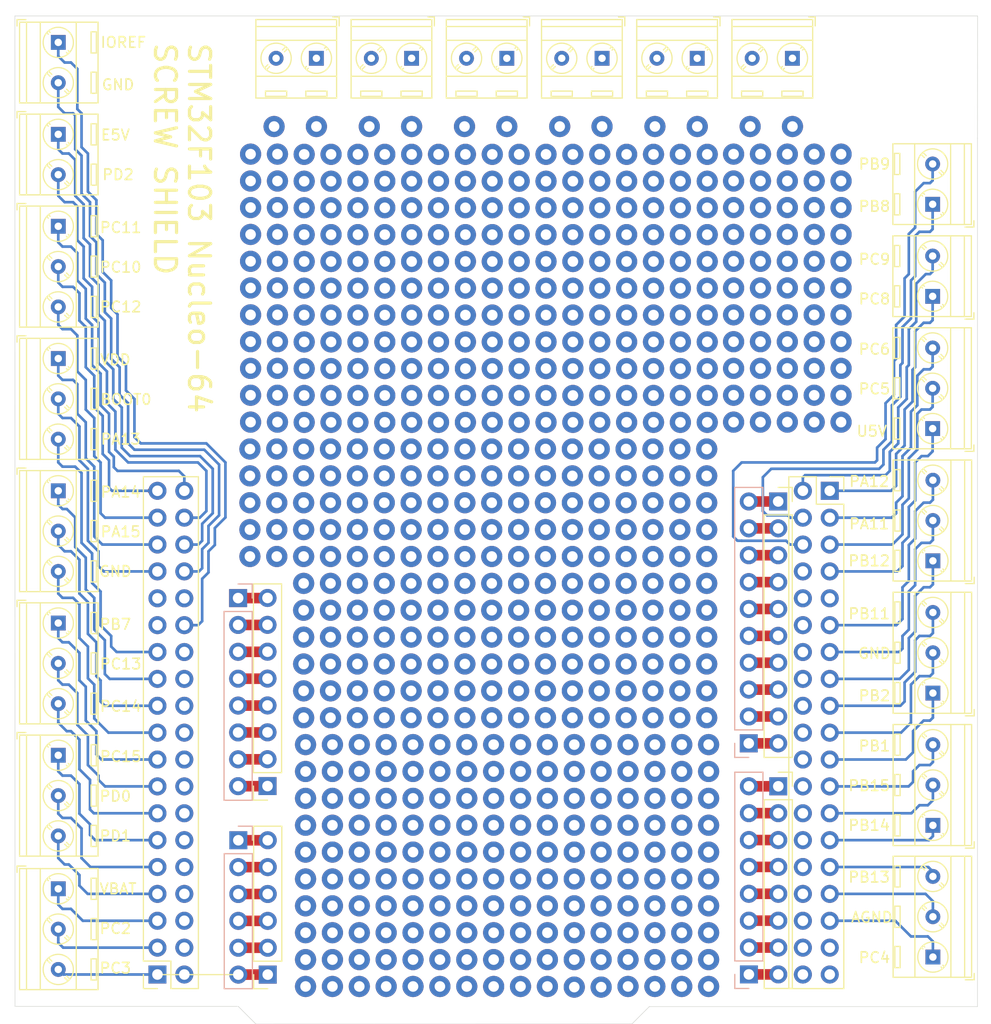
<source format=kicad_pcb>
(kicad_pcb (version 20171130) (host pcbnew "(5.1.6)-1")
  (layers (0 F.Cu signal) (31 B.Cu signal) (34 B.Paste user) (35 F.Paste user) (36 B.SilkS user) (37 F.SilkS user) (38 B.Mask user) (39 F.Mask user) (44 Edge.Cuts user))
  (net 0 "")
  (net 1 "Net-(J2-Pad38)")
  (net 2 "Net-(J1-Pad1)")
  (net 3 "Net-(J1-Pad2)")
  (net 4 "Net-(J2-Pad30)")
  (net 5 "Net-(J2-Pad26)")
  (net 6 "Net-(J2-Pad24)")
  (net 7 "Net-(J2-Pad22)")
  (net 8 "Net-(J2-Pad20)")
  (net 9 "Net-(J2-Pad18)")
  (net 10 "Net-(J2-Pad16)")
  (net 11 "Net-(J2-Pad14)")
  (net 12 "Net-(J2-Pad12)")
  (net 13 "Net-(J2-Pad10)")
  (net 14 "Net-(J3-Pad8)")
  (net 15 "Net-(J3-Pad7)")
  (net 16 "Net-(J3-Pad6)")
  (net 17 "Net-(J3-Pad5)")
  (net 18 "Net-(J3-Pad4)")
  (net 19 "Net-(J3-Pad3)")
  (net 20 "Net-(J3-Pad2)")
  (net 21 "Net-(J3-Pad1)")
  (net 22 "Net-(J7-Pad38)")
  (net 23 "Net-(J7-Pad37)")
  (net 24 "Net-(J7-Pad36)")
  (net 25 "Net-(J7-Pad35)")
  (net 26 "Net-(J7-Pad34)")
  (net 27 "Net-(J7-Pad32)")
  (net 28 "Net-(J7-Pad30)")
  (net 29 "Net-(J7-Pad28)")
  (net 30 "Net-(J7-Pad26)")
  (net 31 "Net-(J7-Pad24)")
  (net 32 "Net-(J7-Pad22)")
  (net 33 "Net-(J7-Pad20)")
  (net 34 "Net-(J7-Pad18)")
  (net 35 "Net-(J7-Pad16)")
  (net 36 "Net-(J7-Pad14)")
  (net 37 "Net-(J7-Pad12)")
  (net 38 "Net-(J7-Pad10)")
  (net 39 "Net-(J7-Pad9)")
  (net 40 "Net-(J7-Pad8)")
  (net 41 "Net-(J10-Pad1)")
  (net 42 "Net-(J10-Pad2)")
  (net 43 "Net-(J10-Pad3)")
  (net 44 "Net-(J10-Pad4)")
  (net 45 "Net-(J10-Pad5)")
  (net 46 "Net-(J10-Pad6)")
  (net 47 "Net-(J11-Pad1)")
  (net 48 "Net-(J11-Pad2)")
  (net 49 "Net-(J11-Pad3)")
  (net 50 "Net-(J11-Pad4)")
  (net 51 "Net-(J11-Pad5)")
  (net 52 "Net-(J11-Pad6)")
  (net 53 "Net-(J11-Pad7)")
  (net 54 "Net-(J11-Pad8)")
  (net 55 "Net-(J11-Pad9)")
  (net 56 "Net-(J11-Pad10)")
  (net 57 "Net-(J12-Pad1)")
  (net 58 "Net-(J12-Pad2)")
  (net 59 "Net-(J12-Pad3)")
  (net 60 "Net-(J12-Pad4)")
  (net 61 "Net-(J12-Pad5)")
  (net 62 "Net-(J12-Pad6)")
  (net 63 "Net-(J12-Pad7)")
  (net 64 "Net-(J12-Pad8)")
  (net 65 "Net-(J2-Pad2)")
  (net 66 "Net-(J2-Pad4)")
  (net 67 "Net-(J2-Pad6)")
  (net 68 "Net-(J2-Pad8)")
  (net 69 "Net-(J2-Pad27)")
  (net 70 "Net-(J2-Pad29)")
  (net 71 "Net-(J2-Pad35)")
  (net 72 "Net-(J2-Pad37)")
  (net 73 "Net-(J13-Pad3)")
  (net 74 "Net-(J13-Pad2)")
  (net 75 "Net-(J13-Pad1)")
  (net 76 "Net-(J14-Pad3)")
  (net 77 "Net-(J14-Pad2)")
  (net 78 "Net-(J14-Pad1)")
  (net 79 "Net-(J15-Pad3)")
  (net 80 "Net-(J15-Pad2)")
  (net 81 "Net-(J15-Pad1)")
  (net 82 "Net-(J16-Pad3)")
  (net 83 "Net-(J16-Pad2)")
  (net 84 "Net-(J16-Pad1)")
  (net 85 "Net-(J17-Pad3)")
  (net 86 "Net-(J17-Pad2)")
  (net 87 "Net-(J17-Pad1)")
  (net 88 "Net-(J23-Pad3)")
  (net 89 "Net-(J23-Pad2)")
  (net 90 "Net-(J23-Pad1)")
  (net 91 "Net-(J22-Pad3)")
  (net 92 "Net-(J22-Pad2)")
  (net 93 "Net-(J22-Pad1)")
  (net 94 "Net-(J21-Pad3)")
  (net 95 "Net-(J21-Pad2)")
  (net 96 "Net-(J21-Pad1)")
  (net 97 "Net-(J20-Pad3)")
  (net 98 "Net-(J20-Pad2)")
  (net 99 "Net-(J20-Pad1)")
  (net 100 "Net-(J19-Pad3)")
  (net 101 "Net-(J19-Pad2)")
  (net 102 "Net-(J19-Pad1)")
  (net 103 "Net-(J18-Pad1)")
  (net 104 "Net-(J18-Pad2)")
  (net 105 "Net-(J2-Pad34)")
  (net 106 "Net-(J2-Pad36)")
  (net 107 "Net-(J25-Pad2)")
  (net 108 "Net-(J25-Pad1)")
  (net 109 "Net-(J26-Pad2)")
  (net 110 "Net-(J26-Pad1)")
  (net 111 "Net-(J27-Pad2)")
  (net 112 "Net-(J27-Pad1)")
  (net 113 "Net-(J28-Pad2)")
  (net 114 "Net-(J28-Pad1)")
  (net 115 "Net-(J29-Pad2)")
  (net 116 "Net-(J29-Pad1)")
  (net 117 "Net-(J30-Pad2)")
  (net 118 "Net-(J30-Pad1)")
  (net 119 "Net-(J31-Pad2)")
  (net 120 "Net-(J31-Pad1)")
  (module Connector_PinSocket_2.54mm:PinSocket_2x19_P2.54mm_Vertical (layer F.Cu) (at 187.525 97.88)
    (fp_text reference J7 hide)
    (fp_text value Conn_02x19_Odd_Even)
    (pad 38 thru_hole oval (at -2.54 45.72) (size 1.7 1.7) (drill 1) (layers *.Cu *.Mask) (net 22 "Net-(J7-Pad38)"))
    (pad 37 thru_hole oval (at 0 45.72) (size 1.7 1.7) (drill 1) (layers *.Cu *.Mask) (net 23 "Net-(J7-Pad37)"))
    (pad 36 thru_hole oval (at -2.54 43.18) (size 1.7 1.7) (drill 1) (layers *.Cu *.Mask) (net 24 "Net-(J7-Pad36)"))
    (pad 35 thru_hole oval (at 0 43.18) (size 1.7 1.7) (drill 1) (layers *.Cu *.Mask) (net 25 "Net-(J7-Pad35)"))
    (pad 34 thru_hole oval (at -2.54 40.64) (size 1.7 1.7) (drill 1) (layers *.Cu *.Mask) (net 26 "Net-(J7-Pad34)"))
    (pad 33 thru_hole oval (at 0 40.64) (size 1.7 1.7) (drill 1) (layers *.Cu *.Mask) (net 90 "Net-(J23-Pad1)"))
    (pad 32 thru_hole oval (at -2.54 38.1) (size 1.7 1.7) (drill 1) (layers *.Cu *.Mask) (net 27 "Net-(J7-Pad32)"))
    (pad 31 thru_hole oval (at 0 38.1) (size 1.7 1.7) (drill 1) (layers *.Cu *.Mask) (net 89 "Net-(J23-Pad2)"))
    (pad 30 thru_hole oval (at -2.54 35.56) (size 1.7 1.7) (drill 1) (layers *.Cu *.Mask) (net 28 "Net-(J7-Pad30)"))
    (pad 29 thru_hole oval (at 0 35.56) (size 1.7 1.7) (drill 1) (layers *.Cu *.Mask) (net 88 "Net-(J23-Pad3)"))
    (pad 28 thru_hole oval (at -2.54 33.02) (size 1.7 1.7) (drill 1) (layers *.Cu *.Mask) (net 29 "Net-(J7-Pad28)"))
    (pad 27 thru_hole oval (at 0 33.02) (size 1.7 1.7) (drill 1) (layers *.Cu *.Mask) (net 93 "Net-(J22-Pad1)"))
    (pad 26 thru_hole oval (at -2.54 30.48) (size 1.7 1.7) (drill 1) (layers *.Cu *.Mask) (net 30 "Net-(J7-Pad26)"))
    (pad 25 thru_hole oval (at 0 30.48) (size 1.7 1.7) (drill 1) (layers *.Cu *.Mask) (net 92 "Net-(J22-Pad2)"))
    (pad 24 thru_hole oval (at -2.54 27.94) (size 1.7 1.7) (drill 1) (layers *.Cu *.Mask) (net 31 "Net-(J7-Pad24)"))
    (pad 23 thru_hole oval (at 0 27.94) (size 1.7 1.7) (drill 1) (layers *.Cu *.Mask) (net 91 "Net-(J22-Pad3)"))
    (pad 22 thru_hole oval (at -2.54 25.4) (size 1.7 1.7) (drill 1) (layers *.Cu *.Mask) (net 32 "Net-(J7-Pad22)"))
    (pad 21 thru_hole oval (at 0 25.4) (size 1.7 1.7) (drill 1) (layers *.Cu *.Mask) (net 96 "Net-(J21-Pad1)"))
    (pad 20 thru_hole oval (at -2.54 22.86) (size 1.7 1.7) (drill 1) (layers *.Cu *.Mask) (net 33 "Net-(J7-Pad20)"))
    (pad 19 thru_hole oval (at 0 22.86) (size 1.7 1.7) (drill 1) (layers *.Cu *.Mask) (net 95 "Net-(J21-Pad2)"))
    (pad 18 thru_hole oval (at -2.54 20.32) (size 1.7 1.7) (drill 1) (layers *.Cu *.Mask) (net 34 "Net-(J7-Pad18)"))
    (pad 17 thru_hole oval (at 0 20.32) (size 1.7 1.7) (drill 1) (layers *.Cu *.Mask) (net 94 "Net-(J21-Pad3)"))
    (pad 16 thru_hole oval (at -2.54 17.78) (size 1.7 1.7) (drill 1) (layers *.Cu *.Mask) (net 35 "Net-(J7-Pad16)"))
    (pad 15 thru_hole oval (at 0 17.78) (size 1.7 1.7) (drill 1) (layers *.Cu *.Mask) (net 99 "Net-(J20-Pad1)"))
    (pad 14 thru_hole oval (at -2.54 15.24) (size 1.7 1.7) (drill 1) (layers *.Cu *.Mask) (net 36 "Net-(J7-Pad14)"))
    (pad 13 thru_hole oval (at 0 15.24) (size 1.7 1.7) (drill 1) (layers *.Cu *.Mask) (net 98 "Net-(J20-Pad2)"))
    (pad 12 thru_hole oval (at -2.54 12.7) (size 1.7 1.7) (drill 1) (layers *.Cu *.Mask) (net 37 "Net-(J7-Pad12)"))
    (pad 11 thru_hole oval (at 0 12.7) (size 1.7 1.7) (drill 1) (layers *.Cu *.Mask) (net 97 "Net-(J20-Pad3)"))
    (pad 10 thru_hole oval (at -2.54 10.16) (size 1.7 1.7) (drill 1) (layers *.Cu *.Mask) (net 38 "Net-(J7-Pad10)"))
    (pad 9 thru_hole oval (at 0 10.16) (size 1.7 1.7) (drill 1) (layers *.Cu *.Mask) (net 39 "Net-(J7-Pad9)"))
    (pad 8 thru_hole oval (at -2.54 7.62) (size 1.7 1.7) (drill 1) (layers *.Cu *.Mask) (net 40 "Net-(J7-Pad8)"))
    (pad 7 thru_hole oval (at 0 7.62) (size 1.7 1.7) (drill 1) (layers *.Cu *.Mask) (net 102 "Net-(J19-Pad1)"))
    (pad 6 thru_hole oval (at -2.54 5.08) (size 1.7 1.7) (drill 1) (layers *.Cu *.Mask) (net 107 "Net-(J25-Pad2)"))
    (pad 5 thru_hole oval (at 0 5.08) (size 1.7 1.7) (drill 1) (layers *.Cu *.Mask) (net 101 "Net-(J19-Pad2)"))
    (pad 4 thru_hole oval (at -2.54 2.54) (size 1.7 1.7) (drill 1) (layers *.Cu *.Mask) (net 108 "Net-(J25-Pad1)"))
    (pad 3 thru_hole oval (at 0 2.54) (size 1.7 1.7) (drill 1) (layers *.Cu *.Mask) (net 100 "Net-(J19-Pad3)"))
    (pad 2 thru_hole oval (at -2.54 0) (size 1.7 1.7) (drill 1) (layers *.Cu *.Mask) (net 104 "Net-(J18-Pad2)"))
    (pad 1 thru_hole rect (at 0 0) (size 1.7 1.7) (drill 1) (layers *.Cu *.Mask) (net 103 "Net-(J18-Pad1)"))
  )
  (module Connector_PinSocket_2.54mm:PinSocket_2x19_P2.54mm_Vertical (layer F.Cu) (at 123.975 143.6 180)
    (fp_text reference J2 hide)
    (fp_text value Conn_02x19_Odd_Even)
    (pad 38 thru_hole oval (at -2.54 45.72 180) (size 1.7 1.7) (drill 1) (layers *.Cu *.Mask) (net 1 "Net-(J2-Pad38)"))
    (pad 37 thru_hole oval (at 0 45.72 180) (size 1.7 1.7) (drill 1) (layers *.Cu *.Mask) (net 72 "Net-(J2-Pad37)"))
    (pad 36 thru_hole oval (at -2.54 43.18 180) (size 1.7 1.7) (drill 1) (layers *.Cu *.Mask) (net 106 "Net-(J2-Pad36)"))
    (pad 35 thru_hole oval (at 0 43.18 180) (size 1.7 1.7) (drill 1) (layers *.Cu *.Mask) (net 71 "Net-(J2-Pad35)"))
    (pad 34 thru_hole oval (at -2.54 40.64 180) (size 1.7 1.7) (drill 1) (layers *.Cu *.Mask) (net 105 "Net-(J2-Pad34)"))
    (pad 33 thru_hole oval (at 0 40.64 180) (size 1.7 1.7) (drill 1) (layers *.Cu *.Mask) (net 75 "Net-(J13-Pad1)"))
    (pad 32 thru_hole oval (at -2.54 38.1 180) (size 1.7 1.7) (drill 1) (layers *.Cu *.Mask) (net 3 "Net-(J1-Pad2)"))
    (pad 31 thru_hole oval (at 0 38.1 180) (size 1.7 1.7) (drill 1) (layers *.Cu *.Mask) (net 74 "Net-(J13-Pad2)"))
    (pad 30 thru_hole oval (at -2.54 35.56 180) (size 1.7 1.7) (drill 1) (layers *.Cu *.Mask) (net 4 "Net-(J2-Pad30)"))
    (pad 29 thru_hole oval (at 0 35.56 180) (size 1.7 1.7) (drill 1) (layers *.Cu *.Mask) (net 70 "Net-(J2-Pad29)"))
    (pad 28 thru_hole oval (at -2.54 33.02 180) (size 1.7 1.7) (drill 1) (layers *.Cu *.Mask) (net 2 "Net-(J1-Pad1)"))
    (pad 27 thru_hole oval (at 0 33.02 180) (size 1.7 1.7) (drill 1) (layers *.Cu *.Mask) (net 69 "Net-(J2-Pad27)"))
    (pad 26 thru_hole oval (at -2.54 30.48 180) (size 1.7 1.7) (drill 1) (layers *.Cu *.Mask) (net 5 "Net-(J2-Pad26)"))
    (pad 25 thru_hole oval (at 0 30.48 180) (size 1.7 1.7) (drill 1) (layers *.Cu *.Mask) (net 73 "Net-(J13-Pad3)"))
    (pad 24 thru_hole oval (at -2.54 27.94 180) (size 1.7 1.7) (drill 1) (layers *.Cu *.Mask) (net 6 "Net-(J2-Pad24)"))
    (pad 23 thru_hole oval (at 0 27.94 180) (size 1.7 1.7) (drill 1) (layers *.Cu *.Mask) (net 78 "Net-(J14-Pad1)"))
    (pad 22 thru_hole oval (at -2.54 25.4 180) (size 1.7 1.7) (drill 1) (layers *.Cu *.Mask) (net 7 "Net-(J2-Pad22)"))
    (pad 21 thru_hole oval (at 0 25.4 180) (size 1.7 1.7) (drill 1) (layers *.Cu *.Mask) (net 77 "Net-(J14-Pad2)"))
    (pad 20 thru_hole oval (at -2.54 22.86 180) (size 1.7 1.7) (drill 1) (layers *.Cu *.Mask) (net 8 "Net-(J2-Pad20)"))
    (pad 19 thru_hole oval (at 0 22.86 180) (size 1.7 1.7) (drill 1) (layers *.Cu *.Mask) (net 76 "Net-(J14-Pad3)"))
    (pad 18 thru_hole oval (at -2.54 20.32 180) (size 1.7 1.7) (drill 1) (layers *.Cu *.Mask) (net 9 "Net-(J2-Pad18)"))
    (pad 17 thru_hole oval (at 0 20.32 180) (size 1.7 1.7) (drill 1) (layers *.Cu *.Mask) (net 81 "Net-(J15-Pad1)"))
    (pad 16 thru_hole oval (at -2.54 17.78 180) (size 1.7 1.7) (drill 1) (layers *.Cu *.Mask) (net 10 "Net-(J2-Pad16)"))
    (pad 15 thru_hole oval (at 0 17.78 180) (size 1.7 1.7) (drill 1) (layers *.Cu *.Mask) (net 80 "Net-(J15-Pad2)"))
    (pad 14 thru_hole oval (at -2.54 15.24 180) (size 1.7 1.7) (drill 1) (layers *.Cu *.Mask) (net 11 "Net-(J2-Pad14)"))
    (pad 13 thru_hole oval (at 0 15.24 180) (size 1.7 1.7) (drill 1) (layers *.Cu *.Mask) (net 79 "Net-(J15-Pad3)"))
    (pad 12 thru_hole oval (at -2.54 12.7 180) (size 1.7 1.7) (drill 1) (layers *.Cu *.Mask) (net 12 "Net-(J2-Pad12)"))
    (pad 11 thru_hole oval (at 0 12.7 180) (size 1.7 1.7) (drill 1) (layers *.Cu *.Mask) (net 84 "Net-(J16-Pad1)"))
    (pad 10 thru_hole oval (at -2.54 10.16 180) (size 1.7 1.7) (drill 1) (layers *.Cu *.Mask) (net 13 "Net-(J2-Pad10)"))
    (pad 9 thru_hole oval (at 0 10.16 180) (size 1.7 1.7) (drill 1) (layers *.Cu *.Mask) (net 83 "Net-(J16-Pad2)"))
    (pad 8 thru_hole oval (at -2.54 7.62 180) (size 1.7 1.7) (drill 1) (layers *.Cu *.Mask) (net 68 "Net-(J2-Pad8)"))
    (pad 7 thru_hole oval (at 0 7.62 180) (size 1.7 1.7) (drill 1) (layers *.Cu *.Mask) (net 82 "Net-(J16-Pad3)"))
    (pad 6 thru_hole oval (at -2.54 5.08 180) (size 1.7 1.7) (drill 1) (layers *.Cu *.Mask) (net 67 "Net-(J2-Pad6)"))
    (pad 5 thru_hole oval (at 0 5.08 180) (size 1.7 1.7) (drill 1) (layers *.Cu *.Mask) (net 87 "Net-(J17-Pad1)"))
    (pad 4 thru_hole oval (at -2.54 2.54 180) (size 1.7 1.7) (drill 1) (layers *.Cu *.Mask) (net 66 "Net-(J2-Pad4)"))
    (pad 3 thru_hole oval (at 0 2.54 180) (size 1.7 1.7) (drill 1) (layers *.Cu *.Mask) (net 86 "Net-(J17-Pad2)"))
    (pad 2 thru_hole oval (at -2.54 0 180) (size 1.7 1.7) (drill 1) (layers *.Cu *.Mask) (net 65 "Net-(J2-Pad2)"))
    (pad 1 thru_hole rect (at 0 0 180) (size 1.7 1.7) (drill 1) (layers *.Cu *.Mask) (net 85 "Net-(J17-Pad3)"))
  )
  (module TerminalBlock_MetzConnect:TerminalBlock_MetzConnect_Type086_RT03402HBLC_1x02_P3.81mm_Horizontal (layer F.Cu) (at 114.6 55.5 270)
    (fp_text reference J1 hide)
    (fp_text value Conn_01x02)
    (pad 2 thru_hole circle (at 3.81 0 270) (size 1.4 1.4) (drill 0.7) (layers *.Cu *.Mask) (net 3 "Net-(J1-Pad2)"))
    (pad 1 thru_hole rect (at 0 0 270) (size 1.4 1.4) (drill 0.7) (layers *.Cu *.Mask) (net 2 "Net-(J1-Pad1)"))
  )
  (module TerminalBlock_MetzConnect:TerminalBlock_MetzConnect_Type086_RT03403HBLC_1x03_P3.81mm_Horizontal (layer F.Cu) (at 197.275 141.95 90)
    (fp_text reference J23 hide)
    (fp_text value Conn_01x03)
    (pad 3 thru_hole circle (at 7.62 0 90) (size 1.4 1.4) (drill 0.7) (layers *.Cu *.Mask) (net 88 "Net-(J23-Pad3)"))
    (pad 2 thru_hole circle (at 3.81 0 90) (size 1.4 1.4) (drill 0.7) (layers *.Cu *.Mask) (net 89 "Net-(J23-Pad2)"))
    (pad 1 thru_hole rect (at 0 0 90) (size 1.4 1.4) (drill 0.7) (layers *.Cu *.Mask) (net 90 "Net-(J23-Pad1)"))
  )
  (module TerminalBlock_MetzConnect:TerminalBlock_MetzConnect_Type086_RT03403HBLC_1x03_P3.81mm_Horizontal (layer F.Cu) (at 197.275 129.5 90)
    (fp_text reference J22 hide)
    (fp_text value Conn_01x03)
    (pad 3 thru_hole circle (at 7.62 0 90) (size 1.4 1.4) (drill 0.7) (layers *.Cu *.Mask) (net 91 "Net-(J22-Pad3)"))
    (pad 2 thru_hole circle (at 3.81 0 90) (size 1.4 1.4) (drill 0.7) (layers *.Cu *.Mask) (net 92 "Net-(J22-Pad2)"))
    (pad 1 thru_hole rect (at 0 0 90) (size 1.4 1.4) (drill 0.7) (layers *.Cu *.Mask) (net 93 "Net-(J22-Pad1)"))
  )
  (module TerminalBlock_MetzConnect:TerminalBlock_MetzConnect_Type086_RT03403HBLC_1x03_P3.81mm_Horizontal (layer F.Cu) (at 197.275 117 90)
    (fp_text reference J21 hide)
    (fp_text value Conn_01x03)
    (pad 3 thru_hole circle (at 7.62 0 90) (size 1.4 1.4) (drill 0.7) (layers *.Cu *.Mask) (net 94 "Net-(J21-Pad3)"))
    (pad 2 thru_hole circle (at 3.81 0 90) (size 1.4 1.4) (drill 0.7) (layers *.Cu *.Mask) (net 95 "Net-(J21-Pad2)"))
    (pad 1 thru_hole rect (at 0 0 90) (size 1.4 1.4) (drill 0.7) (layers *.Cu *.Mask) (net 96 "Net-(J21-Pad1)"))
  )
  (module TerminalBlock_MetzConnect:TerminalBlock_MetzConnect_Type086_RT03403HBLC_1x03_P3.81mm_Horizontal (layer F.Cu) (at 197.275 104.5 90)
    (fp_text reference J20 hide)
    (fp_text value Conn_01x03)
    (pad 3 thru_hole circle (at 7.62 0 90) (size 1.4 1.4) (drill 0.7) (layers *.Cu *.Mask) (net 97 "Net-(J20-Pad3)"))
    (pad 2 thru_hole circle (at 3.81 0 90) (size 1.4 1.4) (drill 0.7) (layers *.Cu *.Mask) (net 98 "Net-(J20-Pad2)"))
    (pad 1 thru_hole rect (at 0 0 90) (size 1.4 1.4) (drill 0.7) (layers *.Cu *.Mask) (net 99 "Net-(J20-Pad1)"))
  )
  (module TerminalBlock_MetzConnect:TerminalBlock_MetzConnect_Type086_RT03403HBLC_1x03_P3.81mm_Horizontal (layer F.Cu) (at 197.25 92 90)
    (fp_text reference J19 hide)
    (fp_text value Conn_01x03)
    (pad 3 thru_hole circle (at 7.62 0 90) (size 1.4 1.4) (drill 0.7) (layers *.Cu *.Mask) (net 100 "Net-(J19-Pad3)"))
    (pad 2 thru_hole circle (at 3.81 0 90) (size 1.4 1.4) (drill 0.7) (layers *.Cu *.Mask) (net 101 "Net-(J19-Pad2)"))
    (pad 1 thru_hole rect (at 0 0 90) (size 1.4 1.4) (drill 0.7) (layers *.Cu *.Mask) (net 102 "Net-(J19-Pad1)"))
  )
  (module TerminalBlock_MetzConnect:TerminalBlock_MetzConnect_Type086_RT03402HBLC_1x02_P3.81mm_Horizontal (layer F.Cu) (at 197.25 79.5 90)
    (fp_text reference J18 hide)
    (fp_text value Conn_01x02)
    (pad 2 thru_hole circle (at 3.81 0 90) (size 1.4 1.4) (drill 0.7) (layers *.Cu *.Mask) (net 104 "Net-(J18-Pad2)"))
    (pad 1 thru_hole rect (at 0 0 90) (size 1.4 1.4) (drill 0.7) (layers *.Cu *.Mask) (net 103 "Net-(J18-Pad1)"))
  )
  (module TerminalBlock_MetzConnect:TerminalBlock_MetzConnect_Type086_RT03402HBLC_1x02_P3.81mm_Horizontal (layer F.Cu) (at 197.25 70.8 90)
    (fp_text reference J25 hide)
    (fp_text value Conn_01x02)
    (pad 2 thru_hole circle (at 3.81 0 90) (size 1.4 1.4) (drill 0.7) (layers *.Cu *.Mask) (net 107 "Net-(J25-Pad2)"))
    (pad 1 thru_hole rect (at 0 0 90) (size 1.4 1.4) (drill 0.7) (layers *.Cu *.Mask) (net 108 "Net-(J25-Pad1)"))
  )
  (module TerminalBlock_MetzConnect:TerminalBlock_MetzConnect_Type086_RT03402HBLC_1x02_P3.81mm_Horizontal (layer F.Cu) (at 184 57 180)
    (fp_text reference J26 hide)
    (fp_text value Conn_01x02)
    (pad 2 thru_hole circle (at 3.81 0 180) (size 1.4 1.4) (drill 0.7) (layers *.Cu *.Mask) (net 109 "Net-(J26-Pad2)"))
    (pad 1 thru_hole rect (at 0 0 180) (size 1.4 1.4) (drill 0.7) (layers *.Cu *.Mask) (net 110 "Net-(J26-Pad1)"))
  )
  (module TerminalBlock_MetzConnect:TerminalBlock_MetzConnect_Type086_RT03402HBLC_1x02_P3.81mm_Horizontal (layer F.Cu) (at 175 57 180)
    (fp_text reference J28 hide)
    (fp_text value Conn_01x02)
    (pad 2 thru_hole circle (at 3.81 0 180) (size 1.4 1.4) (drill 0.7) (layers *.Cu *.Mask) (net 113 "Net-(J28-Pad2)"))
    (pad 1 thru_hole rect (at 0 0 180) (size 1.4 1.4) (drill 0.7) (layers *.Cu *.Mask) (net 114 "Net-(J28-Pad1)"))
  )
  (module TerminalBlock_MetzConnect:TerminalBlock_MetzConnect_Type086_RT03402HBLC_1x02_P3.81mm_Horizontal (layer F.Cu) (at 166 57 180)
    (fp_text reference J30 hide)
    (fp_text value Conn_01x02)
    (pad 2 thru_hole circle (at 3.81 0 180) (size 1.4 1.4) (drill 0.7) (layers *.Cu *.Mask) (net 117 "Net-(J30-Pad2)"))
    (pad 1 thru_hole rect (at 0 0 180) (size 1.4 1.4) (drill 0.7) (layers *.Cu *.Mask) (net 118 "Net-(J30-Pad1)"))
  )
  (module TerminalBlock_MetzConnect:TerminalBlock_MetzConnect_Type086_RT03402HBLC_1x02_P3.81mm_Horizontal (layer F.Cu) (at 157 57 180)
    (fp_text reference J31 hide)
    (fp_text value Conn_01x02)
    (pad 2 thru_hole circle (at 3.81 0 180) (size 1.4 1.4) (drill 0.7) (layers *.Cu *.Mask) (net 119 "Net-(J31-Pad2)"))
    (pad 1 thru_hole rect (at 0 0 180) (size 1.4 1.4) (drill 0.7) (layers *.Cu *.Mask) (net 120 "Net-(J31-Pad1)"))
  )
  (module TerminalBlock_MetzConnect:TerminalBlock_MetzConnect_Type086_RT03402HBLC_1x02_P3.81mm_Horizontal (layer F.Cu) (at 148 57 180)
    (fp_text reference J29 hide)
    (fp_text value Conn_01x02)
    (pad 2 thru_hole circle (at 3.81 0 180) (size 1.4 1.4) (drill 0.7) (layers *.Cu *.Mask) (net 115 "Net-(J29-Pad2)"))
    (pad 1 thru_hole rect (at 0 0 180) (size 1.4 1.4) (drill 0.7) (layers *.Cu *.Mask) (net 116 "Net-(J29-Pad1)"))
  )
  (module TerminalBlock_MetzConnect:TerminalBlock_MetzConnect_Type086_RT03402HBLC_1x02_P3.81mm_Horizontal (layer F.Cu) (at 139 57 180)
    (fp_text reference J27 hide)
    (fp_text value Conn_01x02)
    (pad 2 thru_hole circle (at 3.81 0 180) (size 1.4 1.4) (drill 0.7) (layers *.Cu *.Mask) (net 111 "Net-(J27-Pad2)"))
    (pad 1 thru_hole rect (at 0 0 180) (size 1.4 1.4) (drill 0.7) (layers *.Cu *.Mask) (net 112 "Net-(J27-Pad1)"))
  )
  (module TerminalBlock_MetzConnect:TerminalBlock_MetzConnect_Type086_RT03403HBLC_1x03_P3.81mm_Horizontal (layer F.Cu) (at 114.6 72.88 270)
    (fp_text reference J8 hide)
    (fp_text value Conn_01x03)
    (pad 3 thru_hole circle (at 7.62 0 270) (size 1.4 1.4) (drill 0.7) (layers *.Cu *.Mask) (net 71 "Net-(J2-Pad35)"))
    (pad 2 thru_hole circle (at 3.81 0 270) (size 1.4 1.4) (drill 0.7) (layers *.Cu *.Mask) (net 72 "Net-(J2-Pad37)"))
    (pad 1 thru_hole rect (at 0 0 270) (size 1.4 1.4) (drill 0.7) (layers *.Cu *.Mask) (net 1 "Net-(J2-Pad38)"))
  )
  (module TerminalBlock_MetzConnect:TerminalBlock_MetzConnect_Type086_RT03402HBLC_1x02_P3.81mm_Horizontal (layer F.Cu) (at 114.6 64.19 270)
    (fp_text reference J24 hide)
    (fp_text value Conn_01x02)
    (pad 2 thru_hole circle (at 3.81 0 270) (size 1.4 1.4) (drill 0.7) (layers *.Cu *.Mask) (net 106 "Net-(J2-Pad36)"))
    (pad 1 thru_hole rect (at 0 0 270) (size 1.4 1.4) (drill 0.7) (layers *.Cu *.Mask) (net 105 "Net-(J2-Pad34)"))
  )
  (module TerminalBlock_MetzConnect:TerminalBlock_MetzConnect_Type086_RT03403HBLC_1x03_P3.81mm_Horizontal (layer F.Cu) (at 114.6 85.38 270)
    (fp_text reference J13 hide)
    (fp_text value Conn_01x03)
    (pad 3 thru_hole circle (at 7.62 0 270) (size 1.4 1.4) (drill 0.7) (layers *.Cu *.Mask) (net 73 "Net-(J13-Pad3)"))
    (pad 2 thru_hole circle (at 3.81 0 270) (size 1.4 1.4) (drill 0.7) (layers *.Cu *.Mask) (net 74 "Net-(J13-Pad2)"))
    (pad 1 thru_hole rect (at 0 0 270) (size 1.4 1.4) (drill 0.7) (layers *.Cu *.Mask) (net 75 "Net-(J13-Pad1)"))
  )
  (module TerminalBlock_MetzConnect:TerminalBlock_MetzConnect_Type086_RT03403HBLC_1x03_P3.81mm_Horizontal (layer F.Cu) (at 114.6 97.88 270)
    (fp_text reference J14 hide)
    (fp_text value Conn_01x03)
    (pad 3 thru_hole circle (at 7.62 0 270) (size 1.4 1.4) (drill 0.7) (layers *.Cu *.Mask) (net 76 "Net-(J14-Pad3)"))
    (pad 2 thru_hole circle (at 3.81 0 270) (size 1.4 1.4) (drill 0.7) (layers *.Cu *.Mask) (net 77 "Net-(J14-Pad2)"))
    (pad 1 thru_hole rect (at 0 0 270) (size 1.4 1.4) (drill 0.7) (layers *.Cu *.Mask) (net 78 "Net-(J14-Pad1)"))
  )
  (module TerminalBlock_MetzConnect:TerminalBlock_MetzConnect_Type086_RT03403HBLC_1x03_P3.81mm_Horizontal (layer F.Cu) (at 114.6 110.38 270)
    (fp_text reference J15 hide)
    (fp_text value Conn_01x03)
    (pad 3 thru_hole circle (at 7.62 0 270) (size 1.4 1.4) (drill 0.7) (layers *.Cu *.Mask) (net 79 "Net-(J15-Pad3)"))
    (pad 2 thru_hole circle (at 3.81 0 270) (size 1.4 1.4) (drill 0.7) (layers *.Cu *.Mask) (net 80 "Net-(J15-Pad2)"))
    (pad 1 thru_hole rect (at 0 0 270) (size 1.4 1.4) (drill 0.7) (layers *.Cu *.Mask) (net 81 "Net-(J15-Pad1)"))
  )
  (module TerminalBlock_MetzConnect:TerminalBlock_MetzConnect_Type086_RT03403HBLC_1x03_P3.81mm_Horizontal (layer F.Cu) (at 114.6 122.88 270)
    (fp_text reference J16 hide)
    (fp_text value Conn_01x03)
    (pad 3 thru_hole circle (at 7.62 0 270) (size 1.4 1.4) (drill 0.7) (layers *.Cu *.Mask) (net 82 "Net-(J16-Pad3)"))
    (pad 2 thru_hole circle (at 3.81 0 270) (size 1.4 1.4) (drill 0.7) (layers *.Cu *.Mask) (net 83 "Net-(J16-Pad2)"))
    (pad 1 thru_hole rect (at 0 0 270) (size 1.4 1.4) (drill 0.7) (layers *.Cu *.Mask) (net 84 "Net-(J16-Pad1)"))
  )
  (module TerminalBlock_MetzConnect:TerminalBlock_MetzConnect_Type086_RT03403HBLC_1x03_P3.81mm_Horizontal (layer F.Cu) (at 114.6 135.5 270)
    (fp_text reference J17 hide)
    (fp_text value Conn_01x03)
    (pad 3 thru_hole circle (at 7.62 0 270) (size 1.4 1.4) (drill 0.7) (layers *.Cu *.Mask) (net 85 "Net-(J17-Pad3)"))
    (pad 2 thru_hole circle (at 3.81 0 270) (size 1.4 1.4) (drill 0.7) (layers *.Cu *.Mask) (net 86 "Net-(J17-Pad2)"))
    (pad 1 thru_hole rect (at 0 0 270) (size 1.4 1.4) (drill 0.7) (layers *.Cu *.Mask) (net 87 "Net-(J17-Pad1)"))
  )
  (module "Connector_PinHeader_2.54mm:hole 1mm" (layer F.Cu) (at 186.055 66.11)
    (fp_text reference REF** hide)
    (fp_text value "hole 1mm" hide)
    (pad 1 thru_hole circle (at 0 -0.05) (size 2 2) (drill 1) (layers *.Cu *.Mask))
  )
  (module "Connector_PinHeader_2.54mm:hole 1mm" (layer F.Cu) (at 178.435 66.11)
    (fp_text reference REF** hide)
    (fp_text value "hole 1mm" hide)
    (pad 1 thru_hole circle (at 0 -0.05) (size 2 2) (drill 1) (layers *.Cu *.Mask))
  )
  (module "Connector_PinHeader_2.54mm:hole 1mm" (layer F.Cu) (at 180.975 68.65)
    (fp_text reference REF** hide)
    (fp_text value "hole 1mm" hide)
    (pad 1 thru_hole circle (at 0 -0.05) (size 2 2) (drill 1) (layers *.Cu *.Mask))
  )
  (module "Connector_PinHeader_2.54mm:hole 1mm" (layer F.Cu) (at 188.595 68.65)
    (fp_text reference REF** hide)
    (fp_text value "hole 1mm" hide)
    (pad 1 thru_hole circle (at 0 -0.05) (size 2 2) (drill 1) (layers *.Cu *.Mask))
  )
  (module "Connector_PinHeader_2.54mm:hole 1mm" (layer F.Cu) (at 188.595 66.11)
    (fp_text reference REF** hide)
    (fp_text value "hole 1mm" hide)
    (pad 1 thru_hole circle (at 0 -0.05) (size 2 2) (drill 1) (layers *.Cu *.Mask))
  )
  (module "Connector_PinHeader_2.54mm:hole 1mm" (layer F.Cu) (at 186.055 68.65)
    (fp_text reference REF** hide)
    (fp_text value "hole 1mm" hide)
    (pad 1 thru_hole circle (at 0 -0.05) (size 2 2) (drill 1) (layers *.Cu *.Mask))
  )
  (module "Connector_PinHeader_2.54mm:hole 1mm" (layer F.Cu) (at 183.515 66.11)
    (fp_text reference REF** hide)
    (fp_text value "hole 1mm" hide)
    (pad 1 thru_hole circle (at 0 -0.05) (size 2 2) (drill 1) (layers *.Cu *.Mask))
  )
  (module "Connector_PinHeader_2.54mm:hole 1mm" (layer F.Cu) (at 178.435 68.65)
    (fp_text reference REF** hide)
    (fp_text value "hole 1mm" hide)
    (pad 1 thru_hole circle (at 0 -0.05) (size 2 2) (drill 1) (layers *.Cu *.Mask))
  )
  (module "Connector_PinHeader_2.54mm:hole 1mm" (layer F.Cu) (at 183.515 68.65)
    (fp_text reference REF** hide)
    (fp_text value "hole 1mm" hide)
    (pad 1 thru_hole circle (at 0 -0.05) (size 2 2) (drill 1) (layers *.Cu *.Mask))
  )
  (module "Connector_PinHeader_2.54mm:hole 1mm" (layer F.Cu) (at 180.975 66.11)
    (fp_text reference REF** hide)
    (fp_text value "hole 1mm" hide)
    (pad 1 thru_hole circle (at 0 -0.05) (size 2 2) (drill 1) (layers *.Cu *.Mask))
  )
  (module "Connector_PinHeader_2.54mm:hole 1mm" (layer F.Cu) (at 178.435 88.9)
    (fp_text reference REF** hide)
    (fp_text value "hole 1mm" hide)
    (pad 1 thru_hole circle (at 0 -0.05) (size 2 2) (drill 1) (layers *.Cu *.Mask))
  )
  (module "Connector_PinHeader_2.54mm:hole 1mm" (layer F.Cu) (at 186.055 91.44)
    (fp_text reference REF** hide)
    (fp_text value "hole 1mm" hide)
    (pad 1 thru_hole circle (at 0 -0.05) (size 2 2) (drill 1) (layers *.Cu *.Mask))
  )
  (module "Connector_PinHeader_2.54mm:hole 1mm" (layer F.Cu) (at 178.435 91.44)
    (fp_text reference REF** hide)
    (fp_text value "hole 1mm" hide)
    (pad 1 thru_hole circle (at 0 -0.05) (size 2 2) (drill 1) (layers *.Cu *.Mask))
  )
  (module "Connector_PinHeader_2.54mm:hole 1mm" (layer F.Cu) (at 188.595 88.9)
    (fp_text reference REF** hide)
    (fp_text value "hole 1mm" hide)
    (pad 1 thru_hole circle (at 0 -0.05) (size 2 2) (drill 1) (layers *.Cu *.Mask))
  )
  (module "Connector_PinHeader_2.54mm:hole 1mm" (layer F.Cu) (at 180.975 88.9)
    (fp_text reference REF** hide)
    (fp_text value "hole 1mm" hide)
    (pad 1 thru_hole circle (at 0 -0.05) (size 2 2) (drill 1) (layers *.Cu *.Mask))
  )
  (module "Connector_PinHeader_2.54mm:hole 1mm" (layer F.Cu) (at 183.515 91.44)
    (fp_text reference REF** hide)
    (fp_text value "hole 1mm" hide)
    (pad 1 thru_hole circle (at 0 -0.05) (size 2 2) (drill 1) (layers *.Cu *.Mask))
  )
  (module "Connector_PinHeader_2.54mm:hole 1mm" (layer F.Cu) (at 180.975 91.44)
    (fp_text reference REF** hide)
    (fp_text value "hole 1mm" hide)
    (pad 1 thru_hole circle (at 0 -0.05) (size 2 2) (drill 1) (layers *.Cu *.Mask))
  )
  (module "Connector_PinHeader_2.54mm:hole 1mm" (layer F.Cu) (at 183.515 86.36)
    (fp_text reference REF** hide)
    (fp_text value "hole 1mm" hide)
    (pad 1 thru_hole circle (at 0 -0.05) (size 2 2) (drill 1) (layers *.Cu *.Mask))
  )
  (module "Connector_PinHeader_2.54mm:hole 1mm" (layer F.Cu) (at 183.515 88.9)
    (fp_text reference REF** hide)
    (fp_text value "hole 1mm" hide)
    (pad 1 thru_hole circle (at 0 -0.05) (size 2 2) (drill 1) (layers *.Cu *.Mask))
  )
  (module "Connector_PinHeader_2.54mm:hole 1mm" (layer F.Cu) (at 186.055 88.9)
    (fp_text reference REF** hide)
    (fp_text value "hole 1mm" hide)
    (pad 1 thru_hole circle (at 0 -0.05) (size 2 2) (drill 1) (layers *.Cu *.Mask))
  )
  (module "Connector_PinHeader_2.54mm:hole 1mm" (layer F.Cu) (at 180.975 86.36)
    (fp_text reference REF** hide)
    (fp_text value "hole 1mm" hide)
    (pad 1 thru_hole circle (at 0 -0.05) (size 2 2) (drill 1) (layers *.Cu *.Mask))
  )
  (module "Connector_PinHeader_2.54mm:hole 1mm" (layer F.Cu) (at 186.055 86.36)
    (fp_text reference REF** hide)
    (fp_text value "hole 1mm" hide)
    (pad 1 thru_hole circle (at 0 -0.05) (size 2 2) (drill 1) (layers *.Cu *.Mask))
  )
  (module "Connector_PinHeader_2.54mm:hole 1mm" (layer F.Cu) (at 186.055 78.76)
    (fp_text reference REF** hide)
    (fp_text value "hole 1mm" hide)
    (pad 1 thru_hole circle (at 0 -0.05) (size 2 2) (drill 1) (layers *.Cu *.Mask))
  )
  (module "Connector_PinHeader_2.54mm:hole 1mm" (layer F.Cu) (at 186.055 81.3)
    (fp_text reference REF** hide)
    (fp_text value "hole 1mm" hide)
    (pad 1 thru_hole circle (at 0 -0.05) (size 2 2) (drill 1) (layers *.Cu *.Mask))
  )
  (module "Connector_PinHeader_2.54mm:hole 1mm" (layer F.Cu) (at 180.975 78.76)
    (fp_text reference REF** hide)
    (fp_text value "hole 1mm" hide)
    (pad 1 thru_hole circle (at 0 -0.05) (size 2 2) (drill 1) (layers *.Cu *.Mask))
  )
  (module "Connector_PinHeader_2.54mm:hole 1mm" (layer F.Cu) (at 183.515 78.76)
    (fp_text reference REF** hide)
    (fp_text value "hole 1mm" hide)
    (pad 1 thru_hole circle (at 0 -0.05) (size 2 2) (drill 1) (layers *.Cu *.Mask))
  )
  (module "Connector_PinHeader_2.54mm:hole 1mm" (layer F.Cu) (at 183.515 81.3)
    (fp_text reference REF** hide)
    (fp_text value "hole 1mm" hide)
    (pad 1 thru_hole circle (at 0 -0.05) (size 2 2) (drill 1) (layers *.Cu *.Mask))
  )
  (module "Connector_PinHeader_2.54mm:hole 1mm" (layer F.Cu) (at 178.435 78.76)
    (fp_text reference REF** hide)
    (fp_text value "hole 1mm" hide)
    (pad 1 thru_hole circle (at 0 -0.05) (size 2 2) (drill 1) (layers *.Cu *.Mask))
  )
  (module "Connector_PinHeader_2.54mm:hole 1mm" (layer F.Cu) (at 183.515 83.84)
    (fp_text reference REF** hide)
    (fp_text value "hole 1mm" hide)
    (pad 1 thru_hole circle (at 0 -0.05) (size 2 2) (drill 1) (layers *.Cu *.Mask))
  )
  (module "Connector_PinHeader_2.54mm:hole 1mm" (layer F.Cu) (at 188.595 83.84)
    (fp_text reference REF** hide)
    (fp_text value "hole 1mm" hide)
    (pad 1 thru_hole circle (at 0 -0.05) (size 2 2) (drill 1) (layers *.Cu *.Mask))
  )
  (module "Connector_PinHeader_2.54mm:hole 1mm" (layer F.Cu) (at 188.595 81.3)
    (fp_text reference REF** hide)
    (fp_text value "hole 1mm" hide)
    (pad 1 thru_hole circle (at 0 -0.05) (size 2 2) (drill 1) (layers *.Cu *.Mask))
  )
  (module "Connector_PinHeader_2.54mm:hole 1mm" (layer F.Cu) (at 180.975 81.3)
    (fp_text reference REF** hide)
    (fp_text value "hole 1mm" hide)
    (pad 1 thru_hole circle (at 0 -0.05) (size 2 2) (drill 1) (layers *.Cu *.Mask))
  )
  (module "Connector_PinHeader_2.54mm:hole 1mm" (layer F.Cu) (at 178.435 83.84)
    (fp_text reference REF** hide)
    (fp_text value "hole 1mm" hide)
    (pad 1 thru_hole circle (at 0 -0.05) (size 2 2) (drill 1) (layers *.Cu *.Mask))
  )
  (module "Connector_PinHeader_2.54mm:hole 1mm" (layer F.Cu) (at 180.975 83.84)
    (fp_text reference REF** hide)
    (fp_text value "hole 1mm" hide)
    (pad 1 thru_hole circle (at 0 -0.05) (size 2 2) (drill 1) (layers *.Cu *.Mask))
  )
  (module "Connector_PinHeader_2.54mm:hole 1mm" (layer F.Cu) (at 188.595 78.76)
    (fp_text reference REF** hide)
    (fp_text value "hole 1mm" hide)
    (pad 1 thru_hole circle (at 0 -0.05) (size 2 2) (drill 1) (layers *.Cu *.Mask))
  )
  (module "Connector_PinHeader_2.54mm:hole 1mm" (layer F.Cu) (at 186.055 71.16)
    (fp_text reference REF** hide)
    (fp_text value "hole 1mm" hide)
    (pad 1 thru_hole circle (at 0 -0.05) (size 2 2) (drill 1) (layers *.Cu *.Mask))
  )
  (module "Connector_PinHeader_2.54mm:hole 1mm" (layer F.Cu) (at 178.435 71.16)
    (fp_text reference REF** hide)
    (fp_text value "hole 1mm" hide)
    (pad 1 thru_hole circle (at 0 -0.05) (size 2 2) (drill 1) (layers *.Cu *.Mask))
  )
  (module "Connector_PinHeader_2.54mm:hole 1mm" (layer F.Cu) (at 186.055 76.24)
    (fp_text reference REF** hide)
    (fp_text value "hole 1mm" hide)
    (pad 1 thru_hole circle (at 0 -0.05) (size 2 2) (drill 1) (layers *.Cu *.Mask))
  )
  (module "Connector_PinHeader_2.54mm:hole 1mm" (layer F.Cu) (at 180.975 73.7)
    (fp_text reference REF** hide)
    (fp_text value "hole 1mm" hide)
    (pad 1 thru_hole circle (at 0 -0.05) (size 2 2) (drill 1) (layers *.Cu *.Mask))
  )
  (module "Connector_PinHeader_2.54mm:hole 1mm" (layer F.Cu) (at 188.595 73.7)
    (fp_text reference REF** hide)
    (fp_text value "hole 1mm" hide)
    (pad 1 thru_hole circle (at 0 -0.05) (size 2 2) (drill 1) (layers *.Cu *.Mask))
  )
  (module "Connector_PinHeader_2.54mm:hole 1mm" (layer F.Cu) (at 183.515 76.24)
    (fp_text reference REF** hide)
    (fp_text value "hole 1mm" hide)
    (pad 1 thru_hole circle (at 0 -0.05) (size 2 2) (drill 1) (layers *.Cu *.Mask))
  )
  (module "Connector_PinHeader_2.54mm:hole 1mm" (layer F.Cu) (at 188.595 71.16)
    (fp_text reference REF** hide)
    (fp_text value "hole 1mm" hide)
    (pad 1 thru_hole circle (at 0 -0.05) (size 2 2) (drill 1) (layers *.Cu *.Mask))
  )
  (module "Connector_PinHeader_2.54mm:hole 1mm" (layer F.Cu) (at 178.435 76.24)
    (fp_text reference REF** hide)
    (fp_text value "hole 1mm" hide)
    (pad 1 thru_hole circle (at 0 -0.05) (size 2 2) (drill 1) (layers *.Cu *.Mask))
  )
  (module "Connector_PinHeader_2.54mm:hole 1mm" (layer F.Cu) (at 180.975 76.24)
    (fp_text reference REF** hide)
    (fp_text value "hole 1mm" hide)
    (pad 1 thru_hole circle (at 0 -0.05) (size 2 2) (drill 1) (layers *.Cu *.Mask))
  )
  (module "Connector_PinHeader_2.54mm:hole 1mm" (layer F.Cu) (at 188.595 76.24)
    (fp_text reference REF** hide)
    (fp_text value "hole 1mm" hide)
    (pad 1 thru_hole circle (at 0 -0.05) (size 2 2) (drill 1) (layers *.Cu *.Mask))
  )
  (module "Connector_PinHeader_2.54mm:hole 1mm" (layer F.Cu) (at 186.055 73.7)
    (fp_text reference REF** hide)
    (fp_text value "hole 1mm" hide)
    (pad 1 thru_hole circle (at 0 -0.05) (size 2 2) (drill 1) (layers *.Cu *.Mask))
  )
  (module "Connector_PinHeader_2.54mm:hole 1mm" (layer F.Cu) (at 183.515 71.16)
    (fp_text reference REF** hide)
    (fp_text value "hole 1mm" hide)
    (pad 1 thru_hole circle (at 0 -0.05) (size 2 2) (drill 1) (layers *.Cu *.Mask))
  )
  (module "Connector_PinHeader_2.54mm:hole 1mm" (layer F.Cu) (at 180.975 71.16)
    (fp_text reference REF** hide)
    (fp_text value "hole 1mm" hide)
    (pad 1 thru_hole circle (at 0 -0.05) (size 2 2) (drill 1) (layers *.Cu *.Mask))
  )
  (module "Connector_PinHeader_2.54mm:hole 1mm" (layer F.Cu) (at 183.515 73.7)
    (fp_text reference REF** hide)
    (fp_text value "hole 1mm" hide)
    (pad 1 thru_hole circle (at 0 -0.05) (size 2 2) (drill 1) (layers *.Cu *.Mask))
  )
  (module "Connector_PinHeader_2.54mm:hole 1mm" (layer F.Cu) (at 178.435 73.7)
    (fp_text reference REF** hide)
    (fp_text value "hole 1mm" hide)
    (pad 1 thru_hole circle (at 0 -0.05) (size 2 2) (drill 1) (layers *.Cu *.Mask))
  )
  (module "Connector_PinHeader_2.54mm:hole 1mm" (layer F.Cu) (at 188.595 86.36)
    (fp_text reference REF** hide)
    (fp_text value "hole 1mm" hide)
    (pad 1 thru_hole circle (at 0 -0.05) (size 2 2) (drill 1) (layers *.Cu *.Mask))
  )
  (module "Connector_PinHeader_2.54mm:hole 1mm" (layer F.Cu) (at 188.595 91.44)
    (fp_text reference REF** hide)
    (fp_text value "hole 1mm" hide)
    (pad 1 thru_hole circle (at 0 -0.05) (size 2 2) (drill 1) (layers *.Cu *.Mask))
  )
  (module "Connector_PinHeader_2.54mm:hole 1mm" (layer F.Cu) (at 178.435 86.36)
    (fp_text reference REF** hide)
    (fp_text value "hole 1mm" hide)
    (pad 1 thru_hole circle (at 0 -0.05) (size 2 2) (drill 1) (layers *.Cu *.Mask))
  )
  (module "Connector_PinHeader_2.54mm:hole 1mm" (layer F.Cu) (at 186.055 83.84)
    (fp_text reference REF** hide)
    (fp_text value "hole 1mm" hide)
    (pad 1 thru_hole circle (at 0 -0.05) (size 2 2) (drill 1) (layers *.Cu *.Mask))
  )
  (module "Connector_PinHeader_2.54mm:hole 1mm" (layer F.Cu) (at 178.435 81.3)
    (fp_text reference REF** hide)
    (fp_text value "hole 1mm" hide)
    (pad 1 thru_hole circle (at 0 -0.05) (size 2 2) (drill 1) (layers *.Cu *.Mask))
  )
  (module "Connector_PinHeader_2.54mm:hole 1mm" (layer F.Cu) (at 132.715 101.6)
    (fp_text reference REF** hide)
    (fp_text value "hole 1mm" hide)
    (pad 1 thru_hole circle (at 0 -0.05) (size 2 2) (drill 1) (layers *.Cu *.Mask))
  )
  (module "Connector_PinHeader_2.54mm:hole 1mm" (layer F.Cu) (at 132.715 104.14)
    (fp_text reference REF** hide)
    (fp_text value "hole 1mm" hide)
    (pad 1 thru_hole circle (at 0 -0.05) (size 2 2) (drill 1) (layers *.Cu *.Mask))
  )
  (module "Connector_PinHeader_2.54mm:hole 1mm" (layer F.Cu) (at 132.715 99.06)
    (fp_text reference REF** hide)
    (fp_text value "hole 1mm" hide)
    (pad 1 thru_hole circle (at 0 -0.05) (size 2 2) (drill 1) (layers *.Cu *.Mask))
  )
  (module "Connector_PinHeader_2.54mm:hole 1mm" (layer F.Cu) (at 132.715 93.98)
    (fp_text reference REF** hide)
    (fp_text value "hole 1mm" hide)
    (pad 1 thru_hole circle (at 0 -0.05) (size 2 2) (drill 1) (layers *.Cu *.Mask))
  )
  (module "Connector_PinHeader_2.54mm:hole 1mm" (layer F.Cu) (at 132.715 96.52)
    (fp_text reference REF** hide)
    (fp_text value "hole 1mm" hide)
    (pad 1 thru_hole circle (at 0 -0.05) (size 2 2) (drill 1) (layers *.Cu *.Mask))
  )
  (module "Connector_PinHeader_2.54mm:hole 1mm" (layer F.Cu) (at 135.255 101.6)
    (fp_text reference REF** hide)
    (fp_text value "hole 1mm" hide)
    (pad 1 thru_hole circle (at 0 -0.05) (size 2 2) (drill 1) (layers *.Cu *.Mask))
  )
  (module "Connector_PinHeader_2.54mm:hole 1mm" (layer F.Cu) (at 135.255 104.14)
    (fp_text reference REF** hide)
    (fp_text value "hole 1mm" hide)
    (pad 1 thru_hole circle (at 0 -0.05) (size 2 2) (drill 1) (layers *.Cu *.Mask))
  )
  (module "Connector_PinHeader_2.54mm:hole 1mm" (layer F.Cu) (at 135.255 99.06)
    (fp_text reference REF** hide)
    (fp_text value "hole 1mm" hide)
    (pad 1 thru_hole circle (at 0 -0.05) (size 2 2) (drill 1) (layers *.Cu *.Mask))
  )
  (module "Connector_PinHeader_2.54mm:hole 1mm" (layer F.Cu) (at 135.255 93.98)
    (fp_text reference REF** hide)
    (fp_text value "hole 1mm" hide)
    (pad 1 thru_hole circle (at 0 -0.05) (size 2 2) (drill 1) (layers *.Cu *.Mask))
  )
  (module "Connector_PinHeader_2.54mm:hole 1mm" (layer F.Cu) (at 135.255 96.52)
    (fp_text reference REF** hide)
    (fp_text value "hole 1mm" hide)
    (pad 1 thru_hole circle (at 0 -0.05) (size 2 2) (drill 1) (layers *.Cu *.Mask))
  )
  (module "Connector_PinHeader_2.54mm:hole 1mm" (layer F.Cu) (at 135.3185 66.11)
    (fp_text reference REF** hide)
    (fp_text value "hole 1mm" hide)
    (pad 1 thru_hole circle (at 0 -0.05) (size 2 2) (drill 1) (layers *.Cu *.Mask))
  )
  (module "Connector_PinHeader_2.54mm:hole 1mm" (layer F.Cu) (at 132.7785 66.11)
    (fp_text reference REF** hide)
    (fp_text value "hole 1mm" hide)
    (pad 1 thru_hole circle (at 0 -0.05) (size 2 2) (drill 1) (layers *.Cu *.Mask))
  )
  (module "Connector_PinHeader_2.54mm:hole 1mm" (layer F.Cu) (at 132.7785 68.65)
    (fp_text reference REF** hide)
    (fp_text value "hole 1mm" hide)
    (pad 1 thru_hole circle (at 0 -0.05) (size 2 2) (drill 1) (layers *.Cu *.Mask))
  )
  (module "Connector_PinHeader_2.54mm:hole 1mm" (layer F.Cu) (at 135.3185 68.65)
    (fp_text reference REF** hide)
    (fp_text value "hole 1mm" hide)
    (pad 1 thru_hole circle (at 0 -0.05) (size 2 2) (drill 1) (layers *.Cu *.Mask))
  )
  (module "Connector_PinHeader_2.54mm:hole 1mm" (layer F.Cu) (at 132.7785 88.9)
    (fp_text reference REF** hide)
    (fp_text value "hole 1mm" hide)
    (pad 1 thru_hole circle (at 0 -0.05) (size 2 2) (drill 1) (layers *.Cu *.Mask))
  )
  (module "Connector_PinHeader_2.54mm:hole 1mm" (layer F.Cu) (at 132.7785 91.44)
    (fp_text reference REF** hide)
    (fp_text value "hole 1mm" hide)
    (pad 1 thru_hole circle (at 0 -0.05) (size 2 2) (drill 1) (layers *.Cu *.Mask))
  )
  (module "Connector_PinHeader_2.54mm:hole 1mm" (layer F.Cu) (at 135.3185 88.9)
    (fp_text reference REF** hide)
    (fp_text value "hole 1mm" hide)
    (pad 1 thru_hole circle (at 0 -0.05) (size 2 2) (drill 1) (layers *.Cu *.Mask))
  )
  (module "Connector_PinHeader_2.54mm:hole 1mm" (layer F.Cu) (at 132.7785 86.36)
    (fp_text reference REF** hide)
    (fp_text value "hole 1mm" hide)
    (pad 1 thru_hole circle (at 0 -0.05) (size 2 2) (drill 1) (layers *.Cu *.Mask))
  )
  (module "Connector_PinHeader_2.54mm:hole 1mm" (layer F.Cu) (at 135.3185 86.36)
    (fp_text reference REF** hide)
    (fp_text value "hole 1mm" hide)
    (pad 1 thru_hole circle (at 0 -0.05) (size 2 2) (drill 1) (layers *.Cu *.Mask))
  )
  (module "Connector_PinHeader_2.54mm:hole 1mm" (layer F.Cu) (at 135.3185 78.76)
    (fp_text reference REF** hide)
    (fp_text value "hole 1mm" hide)
    (pad 1 thru_hole circle (at 0 -0.05) (size 2 2) (drill 1) (layers *.Cu *.Mask))
  )
  (module "Connector_PinHeader_2.54mm:hole 1mm" (layer F.Cu) (at 135.3185 83.84)
    (fp_text reference REF** hide)
    (fp_text value "hole 1mm" hide)
    (pad 1 thru_hole circle (at 0 -0.05) (size 2 2) (drill 1) (layers *.Cu *.Mask))
  )
  (module "Connector_PinHeader_2.54mm:hole 1mm" (layer F.Cu) (at 132.7785 78.76)
    (fp_text reference REF** hide)
    (fp_text value "hole 1mm" hide)
    (pad 1 thru_hole circle (at 0 -0.05) (size 2 2) (drill 1) (layers *.Cu *.Mask))
  )
  (module "Connector_PinHeader_2.54mm:hole 1mm" (layer F.Cu) (at 132.7785 83.84)
    (fp_text reference REF** hide)
    (fp_text value "hole 1mm" hide)
    (pad 1 thru_hole circle (at 0 -0.05) (size 2 2) (drill 1) (layers *.Cu *.Mask))
  )
  (module "Connector_PinHeader_2.54mm:hole 1mm" (layer F.Cu) (at 132.7785 81.3)
    (fp_text reference REF** hide)
    (fp_text value "hole 1mm" hide)
    (pad 1 thru_hole circle (at 0 -0.05) (size 2 2) (drill 1) (layers *.Cu *.Mask))
  )
  (module "Connector_PinHeader_2.54mm:hole 1mm" (layer F.Cu) (at 135.3185 91.44)
    (fp_text reference REF** hide)
    (fp_text value "hole 1mm" hide)
    (pad 1 thru_hole circle (at 0 -0.05) (size 2 2) (drill 1) (layers *.Cu *.Mask))
  )
  (module "Connector_PinHeader_2.54mm:hole 1mm" (layer F.Cu) (at 132.7785 76.24)
    (fp_text reference REF** hide)
    (fp_text value "hole 1mm" hide)
    (pad 1 thru_hole circle (at 0 -0.05) (size 2 2) (drill 1) (layers *.Cu *.Mask))
  )
  (module "Connector_PinHeader_2.54mm:hole 1mm" (layer F.Cu) (at 135.3185 71.16)
    (fp_text reference REF** hide)
    (fp_text value "hole 1mm" hide)
    (pad 1 thru_hole circle (at 0 -0.05) (size 2 2) (drill 1) (layers *.Cu *.Mask))
  )
  (module "Connector_PinHeader_2.54mm:hole 1mm" (layer F.Cu) (at 132.7785 71.16)
    (fp_text reference REF** hide)
    (fp_text value "hole 1mm" hide)
    (pad 1 thru_hole circle (at 0 -0.05) (size 2 2) (drill 1) (layers *.Cu *.Mask))
  )
  (module "Connector_PinHeader_2.54mm:hole 1mm" (layer F.Cu) (at 135.3185 76.24)
    (fp_text reference REF** hide)
    (fp_text value "hole 1mm" hide)
    (pad 1 thru_hole circle (at 0 -0.05) (size 2 2) (drill 1) (layers *.Cu *.Mask))
  )
  (module "Connector_PinHeader_2.54mm:hole 1mm" (layer F.Cu) (at 132.7785 73.7)
    (fp_text reference REF** hide)
    (fp_text value "hole 1mm" hide)
    (pad 1 thru_hole circle (at 0 -0.05) (size 2 2) (drill 1) (layers *.Cu *.Mask))
  )
  (module "Connector_PinHeader_2.54mm:hole 1mm" (layer F.Cu) (at 135.3185 73.7)
    (fp_text reference REF** hide)
    (fp_text value "hole 1mm" hide)
    (pad 1 thru_hole circle (at 0 -0.05) (size 2 2) (drill 1) (layers *.Cu *.Mask))
  )
  (module "Connector_PinHeader_2.54mm:hole 1mm" (layer F.Cu) (at 135.3185 81.3)
    (fp_text reference REF** hide)
    (fp_text value "hole 1mm" hide)
    (pad 1 thru_hole circle (at 0 -0.05) (size 2 2) (drill 1) (layers *.Cu *.Mask))
  )
  (module "Connector_PinHeader_2.54mm:hole 1mm" (layer F.Cu) (at 140.385 66.13)
    (fp_text reference REF** hide)
    (fp_text value "hole 1mm" hide)
    (pad 1 thru_hole circle (at 0 -0.05) (size 2 2) (drill 1) (layers *.Cu *.Mask))
  )
  (module "Connector_PinHeader_2.54mm:hole 1mm" (layer F.Cu) (at 173.405 66.13)
    (fp_text reference REF** hide)
    (fp_text value "hole 1mm" hide)
    (pad 1 thru_hole circle (at 0 -0.05) (size 2 2) (drill 1) (layers *.Cu *.Mask))
  )
  (module "Connector_PinHeader_2.54mm:hole 1mm" (layer F.Cu) (at 153.085 66.13)
    (fp_text reference REF** hide)
    (fp_text value "hole 1mm" hide)
    (pad 1 thru_hole circle (at 0 -0.05) (size 2 2) (drill 1) (layers *.Cu *.Mask))
  )
  (module "Connector_PinHeader_2.54mm:hole 1mm" (layer F.Cu) (at 137.845 66.13)
    (fp_text reference REF** hide)
    (fp_text value "hole 1mm" hide)
    (pad 1 thru_hole circle (at 0 -0.05) (size 2 2) (drill 1) (layers *.Cu *.Mask))
  )
  (module "Connector_PinHeader_2.54mm:hole 1mm" (layer F.Cu) (at 145.465 66.13)
    (fp_text reference REF** hide)
    (fp_text value "hole 1mm" hide)
    (pad 1 thru_hole circle (at 0 -0.05) (size 2 2) (drill 1) (layers *.Cu *.Mask))
  )
  (module "Connector_PinHeader_2.54mm:hole 1mm" (layer F.Cu) (at 160.705 68.67)
    (fp_text reference REF** hide)
    (fp_text value "hole 1mm" hide)
    (pad 1 thru_hole circle (at 0 -0.05) (size 2 2) (drill 1) (layers *.Cu *.Mask))
  )
  (module "Connector_PinHeader_2.54mm:hole 1mm" (layer F.Cu) (at 165.785 66.13)
    (fp_text reference REF** hide)
    (fp_text value "hole 1mm" hide)
    (pad 1 thru_hole circle (at 0 -0.05) (size 2 2) (drill 1) (layers *.Cu *.Mask))
  )
  (module "Connector_PinHeader_2.54mm:hole 1mm" (layer F.Cu) (at 150.545 66.13)
    (fp_text reference REF** hide)
    (fp_text value "hole 1mm" hide)
    (pad 1 thru_hole circle (at 0 -0.05) (size 2 2) (drill 1) (layers *.Cu *.Mask))
  )
  (module "Connector_PinHeader_2.54mm:hole 1mm" (layer F.Cu) (at 168.325 68.67)
    (fp_text reference REF** hide)
    (fp_text value "hole 1mm" hide)
    (pad 1 thru_hole circle (at 0 -0.05) (size 2 2) (drill 1) (layers *.Cu *.Mask))
  )
  (module "Connector_PinHeader_2.54mm:hole 1mm" (layer F.Cu) (at 175.945 68.67)
    (fp_text reference REF** hide)
    (fp_text value "hole 1mm" hide)
    (pad 1 thru_hole circle (at 0 -0.05) (size 2 2) (drill 1) (layers *.Cu *.Mask))
  )
  (module "Connector_PinHeader_2.54mm:hole 1mm" (layer F.Cu) (at 153.085 68.67)
    (fp_text reference REF** hide)
    (fp_text value "hole 1mm" hide)
    (pad 1 thru_hole circle (at 0 -0.05) (size 2 2) (drill 1) (layers *.Cu *.Mask))
  )
  (module "Connector_PinHeader_2.54mm:hole 1mm" (layer F.Cu) (at 148.005 68.67)
    (fp_text reference REF** hide)
    (fp_text value "hole 1mm" hide)
    (pad 1 thru_hole circle (at 0 -0.05) (size 2 2) (drill 1) (layers *.Cu *.Mask))
  )
  (module "Connector_PinHeader_2.54mm:hole 1mm" (layer F.Cu) (at 137.845 68.67)
    (fp_text reference REF** hide)
    (fp_text value "hole 1mm" hide)
    (pad 1 thru_hole circle (at 0 -0.05) (size 2 2) (drill 1) (layers *.Cu *.Mask))
  )
  (module "Connector_PinHeader_2.54mm:hole 1mm" (layer F.Cu) (at 175.945 66.13)
    (fp_text reference REF** hide)
    (fp_text value "hole 1mm" hide)
    (pad 1 thru_hole circle (at 0 -0.05) (size 2 2) (drill 1) (layers *.Cu *.Mask))
  )
  (module "Connector_PinHeader_2.54mm:hole 1mm" (layer F.Cu) (at 163.245 66.13)
    (fp_text reference REF** hide)
    (fp_text value "hole 1mm" hide)
    (pad 1 thru_hole circle (at 0 -0.05) (size 2 2) (drill 1) (layers *.Cu *.Mask))
  )
  (module "Connector_PinHeader_2.54mm:hole 1mm" (layer F.Cu) (at 160.705 66.13)
    (fp_text reference REF** hide)
    (fp_text value "hole 1mm" hide)
    (pad 1 thru_hole circle (at 0 -0.05) (size 2 2) (drill 1) (layers *.Cu *.Mask))
  )
  (module "Connector_PinHeader_2.54mm:hole 1mm" (layer F.Cu) (at 158.165 68.67)
    (fp_text reference REF** hide)
    (fp_text value "hole 1mm" hide)
    (pad 1 thru_hole circle (at 0 -0.05) (size 2 2) (drill 1) (layers *.Cu *.Mask))
  )
  (module "Connector_PinHeader_2.54mm:hole 1mm" (layer F.Cu) (at 145.465 68.67)
    (fp_text reference REF** hide)
    (fp_text value "hole 1mm" hide)
    (pad 1 thru_hole circle (at 0 -0.05) (size 2 2) (drill 1) (layers *.Cu *.Mask))
  )
  (module "Connector_PinHeader_2.54mm:hole 1mm" (layer F.Cu) (at 150.545 68.67)
    (fp_text reference REF** hide)
    (fp_text value "hole 1mm" hide)
    (pad 1 thru_hole circle (at 0 -0.05) (size 2 2) (drill 1) (layers *.Cu *.Mask))
  )
  (module "Connector_PinHeader_2.54mm:hole 1mm" (layer F.Cu) (at 155.625 68.67)
    (fp_text reference REF** hide)
    (fp_text value "hole 1mm" hide)
    (pad 1 thru_hole circle (at 0 -0.05) (size 2 2) (drill 1) (layers *.Cu *.Mask))
  )
  (module "Connector_PinHeader_2.54mm:hole 1mm" (layer F.Cu) (at 142.925 66.13)
    (fp_text reference REF** hide)
    (fp_text value "hole 1mm" hide)
    (pad 1 thru_hole circle (at 0 -0.05) (size 2 2) (drill 1) (layers *.Cu *.Mask))
  )
  (module "Connector_PinHeader_2.54mm:hole 1mm" (layer F.Cu) (at 148.005 66.13)
    (fp_text reference REF** hide)
    (fp_text value "hole 1mm" hide)
    (pad 1 thru_hole circle (at 0 -0.05) (size 2 2) (drill 1) (layers *.Cu *.Mask))
  )
  (module "Connector_PinHeader_2.54mm:hole 1mm" (layer F.Cu) (at 140.385 68.67)
    (fp_text reference REF** hide)
    (fp_text value "hole 1mm" hide)
    (pad 1 thru_hole circle (at 0 -0.05) (size 2 2) (drill 1) (layers *.Cu *.Mask))
  )
  (module "Connector_PinHeader_2.54mm:hole 1mm" (layer F.Cu) (at 155.625 66.13)
    (fp_text reference REF** hide)
    (fp_text value "hole 1mm" hide)
    (pad 1 thru_hole circle (at 0 -0.05) (size 2 2) (drill 1) (layers *.Cu *.Mask))
  )
  (module "Connector_PinHeader_2.54mm:hole 1mm" (layer F.Cu) (at 142.925 68.67)
    (fp_text reference REF** hide)
    (fp_text value "hole 1mm" hide)
    (pad 1 thru_hole circle (at 0 -0.05) (size 2 2) (drill 1) (layers *.Cu *.Mask))
  )
  (module "Connector_PinHeader_2.54mm:hole 1mm" (layer F.Cu) (at 173.405 68.67)
    (fp_text reference REF** hide)
    (fp_text value "hole 1mm" hide)
    (pad 1 thru_hole circle (at 0 -0.05) (size 2 2) (drill 1) (layers *.Cu *.Mask))
  )
  (module "Connector_PinHeader_2.54mm:hole 1mm" (layer F.Cu) (at 170.865 66.13)
    (fp_text reference REF** hide)
    (fp_text value "hole 1mm" hide)
    (pad 1 thru_hole circle (at 0 -0.05) (size 2 2) (drill 1) (layers *.Cu *.Mask))
  )
  (module "Connector_PinHeader_2.54mm:hole 1mm" (layer F.Cu) (at 168.325 66.13)
    (fp_text reference REF** hide)
    (fp_text value "hole 1mm" hide)
    (pad 1 thru_hole circle (at 0 -0.05) (size 2 2) (drill 1) (layers *.Cu *.Mask))
  )
  (module "Connector_PinHeader_2.54mm:hole 1mm" (layer F.Cu) (at 158.165 66.13)
    (fp_text reference REF** hide)
    (fp_text value "hole 1mm" hide)
    (pad 1 thru_hole circle (at 0 -0.05) (size 2 2) (drill 1) (layers *.Cu *.Mask))
  )
  (module "Connector_PinHeader_2.54mm:hole 1mm" (layer F.Cu) (at 170.865 68.67)
    (fp_text reference REF** hide)
    (fp_text value "hole 1mm" hide)
    (pad 1 thru_hole circle (at 0 -0.05) (size 2 2) (drill 1) (layers *.Cu *.Mask))
  )
  (module "Connector_PinHeader_2.54mm:hole 1mm" (layer F.Cu) (at 163.245 68.67)
    (fp_text reference REF** hide)
    (fp_text value "hole 1mm" hide)
    (pad 1 thru_hole circle (at 0 -0.05) (size 2 2) (drill 1) (layers *.Cu *.Mask))
  )
  (module "Connector_PinHeader_2.54mm:hole 1mm" (layer F.Cu) (at 165.785 68.67)
    (fp_text reference REF** hide)
    (fp_text value "hole 1mm" hide)
    (pad 1 thru_hole circle (at 0 -0.05) (size 2 2) (drill 1) (layers *.Cu *.Mask))
  )
  (module "Connector_PinHeader_2.54mm:hole 1mm" (layer F.Cu) (at 165.915 144.84)
    (fp_text reference REF** hide)
    (fp_text value "hole 1mm" hide)
    (pad 1 thru_hole circle (at 0 -0.05) (size 2 2) (drill 1) (layers *.Cu *.Mask))
  )
  (module "Connector_PinHeader_2.54mm:hole 1mm" (layer F.Cu) (at 163.375 144.84)
    (fp_text reference REF** hide)
    (fp_text value "hole 1mm" hide)
    (pad 1 thru_hole circle (at 0 -0.05) (size 2 2) (drill 1) (layers *.Cu *.Mask))
  )
  (module "Connector_PinHeader_2.54mm:hole 1mm" (layer F.Cu) (at 148.005 76.26)
    (fp_text reference REF** hide)
    (fp_text value "hole 1mm" hide)
    (pad 1 thru_hole circle (at 0 -0.05) (size 2 2) (drill 1) (layers *.Cu *.Mask))
  )
  (module "Connector_PinHeader_2.54mm:hole 1mm" (layer F.Cu) (at 145.465 76.26)
    (fp_text reference REF** hide)
    (fp_text value "hole 1mm" hide)
    (pad 1 thru_hole circle (at 0 -0.05) (size 2 2) (drill 1) (layers *.Cu *.Mask))
  )
  (module "Connector_PinHeader_2.54mm:hole 1mm" (layer F.Cu) (at 150.545 76.26)
    (fp_text reference REF** hide)
    (fp_text value "hole 1mm" hide)
    (pad 1 thru_hole circle (at 0 -0.05) (size 2 2) (drill 1) (layers *.Cu *.Mask))
  )
  (module "Connector_PinHeader_2.54mm:hole 1mm" (layer F.Cu) (at 153.085 76.26)
    (fp_text reference REF** hide)
    (fp_text value "hole 1mm" hide)
    (pad 1 thru_hole circle (at 0 -0.05) (size 2 2) (drill 1) (layers *.Cu *.Mask))
  )
  (module "Connector_PinHeader_2.54mm:hole 1mm" (layer F.Cu) (at 140.385 76.26)
    (fp_text reference REF** hide)
    (fp_text value "hole 1mm" hide)
    (pad 1 thru_hole circle (at 0 -0.05) (size 2 2) (drill 1) (layers *.Cu *.Mask))
  )
  (module "Connector_PinHeader_2.54mm:hole 1mm" (layer F.Cu) (at 142.925 76.26)
    (fp_text reference REF** hide)
    (fp_text value "hole 1mm" hide)
    (pad 1 thru_hole circle (at 0 -0.05) (size 2 2) (drill 1) (layers *.Cu *.Mask))
  )
  (module "Connector_PinHeader_2.54mm:hole 1mm" (layer F.Cu) (at 137.845 76.26)
    (fp_text reference REF** hide)
    (fp_text value "hole 1mm" hide)
    (pad 1 thru_hole circle (at 0 -0.05) (size 2 2) (drill 1) (layers *.Cu *.Mask))
  )
  (module "Connector_PinHeader_2.54mm:hole 1mm" (layer F.Cu) (at 153.085 71.18)
    (fp_text reference REF** hide)
    (fp_text value "hole 1mm" hide)
    (pad 1 thru_hole circle (at 0 -0.05) (size 2 2) (drill 1) (layers *.Cu *.Mask))
  )
  (module "Connector_PinHeader_2.54mm:hole 1mm" (layer F.Cu) (at 145.465 71.18)
    (fp_text reference REF** hide)
    (fp_text value "hole 1mm" hide)
    (pad 1 thru_hole circle (at 0 -0.05) (size 2 2) (drill 1) (layers *.Cu *.Mask))
  )
  (module "Connector_PinHeader_2.54mm:hole 1mm" (layer F.Cu) (at 137.845 71.18)
    (fp_text reference REF** hide)
    (fp_text value "hole 1mm" hide)
    (pad 1 thru_hole circle (at 0 -0.05) (size 2 2) (drill 1) (layers *.Cu *.Mask))
  )
  (module "Connector_PinHeader_2.54mm:hole 1mm" (layer F.Cu) (at 173.405 71.18)
    (fp_text reference REF** hide)
    (fp_text value "hole 1mm" hide)
    (pad 1 thru_hole circle (at 0 -0.05) (size 2 2) (drill 1) (layers *.Cu *.Mask))
  )
  (module "Connector_PinHeader_2.54mm:hole 1mm" (layer F.Cu) (at 140.385 71.18)
    (fp_text reference REF** hide)
    (fp_text value "hole 1mm" hide)
    (pad 1 thru_hole circle (at 0 -0.05) (size 2 2) (drill 1) (layers *.Cu *.Mask))
  )
  (module "Connector_PinHeader_2.54mm:hole 1mm" (layer F.Cu) (at 158.165 71.18)
    (fp_text reference REF** hide)
    (fp_text value "hole 1mm" hide)
    (pad 1 thru_hole circle (at 0 -0.05) (size 2 2) (drill 1) (layers *.Cu *.Mask))
  )
  (module "Connector_PinHeader_2.54mm:hole 1mm" (layer F.Cu) (at 170.865 73.72)
    (fp_text reference REF** hide)
    (fp_text value "hole 1mm" hide)
    (pad 1 thru_hole circle (at 0 -0.05) (size 2 2) (drill 1) (layers *.Cu *.Mask))
  )
  (module "Connector_PinHeader_2.54mm:hole 1mm" (layer F.Cu) (at 142.925 73.72)
    (fp_text reference REF** hide)
    (fp_text value "hole 1mm" hide)
    (pad 1 thru_hole circle (at 0 -0.05) (size 2 2) (drill 1) (layers *.Cu *.Mask))
  )
  (module "Connector_PinHeader_2.54mm:hole 1mm" (layer F.Cu) (at 168.325 71.18)
    (fp_text reference REF** hide)
    (fp_text value "hole 1mm" hide)
    (pad 1 thru_hole circle (at 0 -0.05) (size 2 2) (drill 1) (layers *.Cu *.Mask))
  )
  (module "Connector_PinHeader_2.54mm:hole 1mm" (layer F.Cu) (at 170.865 71.18)
    (fp_text reference REF** hide)
    (fp_text value "hole 1mm" hide)
    (pad 1 thru_hole circle (at 0 -0.05) (size 2 2) (drill 1) (layers *.Cu *.Mask))
  )
  (module "Connector_PinHeader_2.54mm:hole 1mm" (layer F.Cu) (at 173.405 73.72)
    (fp_text reference REF** hide)
    (fp_text value "hole 1mm" hide)
    (pad 1 thru_hole circle (at 0 -0.05) (size 2 2) (drill 1) (layers *.Cu *.Mask))
  )
  (module "Connector_PinHeader_2.54mm:hole 1mm" (layer F.Cu) (at 155.625 73.72)
    (fp_text reference REF** hide)
    (fp_text value "hole 1mm" hide)
    (pad 1 thru_hole circle (at 0 -0.05) (size 2 2) (drill 1) (layers *.Cu *.Mask))
  )
  (module "Connector_PinHeader_2.54mm:hole 1mm" (layer F.Cu) (at 155.625 71.18)
    (fp_text reference REF** hide)
    (fp_text value "hole 1mm" hide)
    (pad 1 thru_hole circle (at 0 -0.05) (size 2 2) (drill 1) (layers *.Cu *.Mask))
  )
  (module "Connector_PinHeader_2.54mm:hole 1mm" (layer F.Cu) (at 140.385 73.72)
    (fp_text reference REF** hide)
    (fp_text value "hole 1mm" hide)
    (pad 1 thru_hole circle (at 0 -0.05) (size 2 2) (drill 1) (layers *.Cu *.Mask))
  )
  (module "Connector_PinHeader_2.54mm:hole 1mm" (layer F.Cu) (at 148.005 71.18)
    (fp_text reference REF** hide)
    (fp_text value "hole 1mm" hide)
    (pad 1 thru_hole circle (at 0 -0.05) (size 2 2) (drill 1) (layers *.Cu *.Mask))
  )
  (module "Connector_PinHeader_2.54mm:hole 1mm" (layer F.Cu) (at 142.925 71.18)
    (fp_text reference REF** hide)
    (fp_text value "hole 1mm" hide)
    (pad 1 thru_hole circle (at 0 -0.05) (size 2 2) (drill 1) (layers *.Cu *.Mask))
  )
  (module "Connector_PinHeader_2.54mm:hole 1mm" (layer F.Cu) (at 150.545 73.72)
    (fp_text reference REF** hide)
    (fp_text value "hole 1mm" hide)
    (pad 1 thru_hole circle (at 0 -0.05) (size 2 2) (drill 1) (layers *.Cu *.Mask))
  )
  (module "Connector_PinHeader_2.54mm:hole 1mm" (layer F.Cu) (at 163.245 73.72)
    (fp_text reference REF** hide)
    (fp_text value "hole 1mm" hide)
    (pad 1 thru_hole circle (at 0 -0.05) (size 2 2) (drill 1) (layers *.Cu *.Mask))
  )
  (module "Connector_PinHeader_2.54mm:hole 1mm" (layer F.Cu) (at 160.705 76.26)
    (fp_text reference REF** hide)
    (fp_text value "hole 1mm" hide)
    (pad 1 thru_hole circle (at 0 -0.05) (size 2 2) (drill 1) (layers *.Cu *.Mask))
  )
  (module "Connector_PinHeader_2.54mm:hole 1mm" (layer F.Cu) (at 163.245 76.26)
    (fp_text reference REF** hide)
    (fp_text value "hole 1mm" hide)
    (pad 1 thru_hole circle (at 0 -0.05) (size 2 2) (drill 1) (layers *.Cu *.Mask))
  )
  (module "Connector_PinHeader_2.54mm:hole 1mm" (layer F.Cu) (at 155.625 76.26)
    (fp_text reference REF** hide)
    (fp_text value "hole 1mm" hide)
    (pad 1 thru_hole circle (at 0 -0.05) (size 2 2) (drill 1) (layers *.Cu *.Mask))
  )
  (module "Connector_PinHeader_2.54mm:hole 1mm" (layer F.Cu) (at 158.165 76.26)
    (fp_text reference REF** hide)
    (fp_text value "hole 1mm" hide)
    (pad 1 thru_hole circle (at 0 -0.05) (size 2 2) (drill 1) (layers *.Cu *.Mask))
  )
  (module "Connector_PinHeader_2.54mm:hole 1mm" (layer F.Cu) (at 165.785 73.72)
    (fp_text reference REF** hide)
    (fp_text value "hole 1mm" hide)
    (pad 1 thru_hole circle (at 0 -0.05) (size 2 2) (drill 1) (layers *.Cu *.Mask))
  )
  (module "Connector_PinHeader_2.54mm:hole 1mm" (layer F.Cu) (at 158.165 73.72)
    (fp_text reference REF** hide)
    (fp_text value "hole 1mm" hide)
    (pad 1 thru_hole circle (at 0 -0.05) (size 2 2) (drill 1) (layers *.Cu *.Mask))
  )
  (module "Connector_PinHeader_2.54mm:hole 1mm" (layer F.Cu) (at 153.085 73.72)
    (fp_text reference REF** hide)
    (fp_text value "hole 1mm" hide)
    (pad 1 thru_hole circle (at 0 -0.05) (size 2 2) (drill 1) (layers *.Cu *.Mask))
  )
  (module "Connector_PinHeader_2.54mm:hole 1mm" (layer F.Cu) (at 145.465 73.72)
    (fp_text reference REF** hide)
    (fp_text value "hole 1mm" hide)
    (pad 1 thru_hole circle (at 0 -0.05) (size 2 2) (drill 1) (layers *.Cu *.Mask))
  )
  (module "Connector_PinHeader_2.54mm:hole 1mm" (layer F.Cu) (at 148.005 73.72)
    (fp_text reference REF** hide)
    (fp_text value "hole 1mm" hide)
    (pad 1 thru_hole circle (at 0 -0.05) (size 2 2) (drill 1) (layers *.Cu *.Mask))
  )
  (module "Connector_PinHeader_2.54mm:hole 1mm" (layer F.Cu) (at 160.705 73.72)
    (fp_text reference REF** hide)
    (fp_text value "hole 1mm" hide)
    (pad 1 thru_hole circle (at 0 -0.05) (size 2 2) (drill 1) (layers *.Cu *.Mask))
  )
  (module "Connector_PinHeader_2.54mm:hole 1mm" (layer F.Cu) (at 173.405 76.26)
    (fp_text reference REF** hide)
    (fp_text value "hole 1mm" hide)
    (pad 1 thru_hole circle (at 0 -0.05) (size 2 2) (drill 1) (layers *.Cu *.Mask))
  )
  (module "Connector_PinHeader_2.54mm:hole 1mm" (layer F.Cu) (at 168.325 73.72)
    (fp_text reference REF** hide)
    (fp_text value "hole 1mm" hide)
    (pad 1 thru_hole circle (at 0 -0.05) (size 2 2) (drill 1) (layers *.Cu *.Mask))
  )
  (module "Connector_PinHeader_2.54mm:hole 1mm" (layer F.Cu) (at 137.845 73.72)
    (fp_text reference REF** hide)
    (fp_text value "hole 1mm" hide)
    (pad 1 thru_hole circle (at 0 -0.05) (size 2 2) (drill 1) (layers *.Cu *.Mask))
  )
  (module "Connector_PinHeader_2.54mm:hole 1mm" (layer F.Cu) (at 168.325 76.26)
    (fp_text reference REF** hide)
    (fp_text value "hole 1mm" hide)
    (pad 1 thru_hole circle (at 0 -0.05) (size 2 2) (drill 1) (layers *.Cu *.Mask))
  )
  (module "Connector_PinHeader_2.54mm:hole 1mm" (layer F.Cu) (at 170.865 76.26)
    (fp_text reference REF** hide)
    (fp_text value "hole 1mm" hide)
    (pad 1 thru_hole circle (at 0 -0.05) (size 2 2) (drill 1) (layers *.Cu *.Mask))
  )
  (module "Connector_PinHeader_2.54mm:hole 1mm" (layer F.Cu) (at 175.945 73.72)
    (fp_text reference REF** hide)
    (fp_text value "hole 1mm" hide)
    (pad 1 thru_hole circle (at 0 -0.05) (size 2 2) (drill 1) (layers *.Cu *.Mask))
  )
  (module "Connector_PinHeader_2.54mm:hole 1mm" (layer F.Cu) (at 165.785 76.26)
    (fp_text reference REF** hide)
    (fp_text value "hole 1mm" hide)
    (pad 1 thru_hole circle (at 0 -0.05) (size 2 2) (drill 1) (layers *.Cu *.Mask))
  )
  (module "Connector_PinHeader_2.54mm:hole 1mm" (layer F.Cu) (at 150.545 71.18)
    (fp_text reference REF** hide)
    (fp_text value "hole 1mm" hide)
    (pad 1 thru_hole circle (at 0 -0.05) (size 2 2) (drill 1) (layers *.Cu *.Mask))
  )
  (module "Connector_PinHeader_2.54mm:hole 1mm" (layer F.Cu) (at 160.705 71.18)
    (fp_text reference REF** hide)
    (fp_text value "hole 1mm" hide)
    (pad 1 thru_hole circle (at 0 -0.05) (size 2 2) (drill 1) (layers *.Cu *.Mask))
  )
  (module "Connector_PinHeader_2.54mm:hole 1mm" (layer F.Cu) (at 165.785 71.18)
    (fp_text reference REF** hide)
    (fp_text value "hole 1mm" hide)
    (pad 1 thru_hole circle (at 0 -0.05) (size 2 2) (drill 1) (layers *.Cu *.Mask))
  )
  (module "Connector_PinHeader_2.54mm:hole 1mm" (layer F.Cu) (at 163.245 71.18)
    (fp_text reference REF** hide)
    (fp_text value "hole 1mm" hide)
    (pad 1 thru_hole circle (at 0 -0.05) (size 2 2) (drill 1) (layers *.Cu *.Mask))
  )
  (module "Connector_PinHeader_2.54mm:hole 1mm" (layer F.Cu) (at 175.945 71.18)
    (fp_text reference REF** hide)
    (fp_text value "hole 1mm" hide)
    (pad 1 thru_hole circle (at 0 -0.05) (size 2 2) (drill 1) (layers *.Cu *.Mask))
  )
  (module "Connector_PinHeader_2.54mm:hole 1mm" (layer F.Cu) (at 175.945 76.26)
    (fp_text reference REF** hide)
    (fp_text value "hole 1mm" hide)
    (pad 1 thru_hole circle (at 0 -0.05) (size 2 2) (drill 1) (layers *.Cu *.Mask))
  )
  (module "Connector_PinHeader_2.54mm:hole 1mm" (layer F.Cu) (at 148.005 83.86)
    (fp_text reference REF** hide)
    (fp_text value "hole 1mm" hide)
    (pad 1 thru_hole circle (at 0 -0.05) (size 2 2) (drill 1) (layers *.Cu *.Mask))
  )
  (module "Connector_PinHeader_2.54mm:hole 1mm" (layer F.Cu) (at 145.465 83.86)
    (fp_text reference REF** hide)
    (fp_text value "hole 1mm" hide)
    (pad 1 thru_hole circle (at 0 -0.05) (size 2 2) (drill 1) (layers *.Cu *.Mask))
  )
  (module "Connector_PinHeader_2.54mm:hole 1mm" (layer F.Cu) (at 150.545 83.86)
    (fp_text reference REF** hide)
    (fp_text value "hole 1mm" hide)
    (pad 1 thru_hole circle (at 0 -0.05) (size 2 2) (drill 1) (layers *.Cu *.Mask))
  )
  (module "Connector_PinHeader_2.54mm:hole 1mm" (layer F.Cu) (at 153.085 83.86)
    (fp_text reference REF** hide)
    (fp_text value "hole 1mm" hide)
    (pad 1 thru_hole circle (at 0 -0.05) (size 2 2) (drill 1) (layers *.Cu *.Mask))
  )
  (module "Connector_PinHeader_2.54mm:hole 1mm" (layer F.Cu) (at 140.385 83.86)
    (fp_text reference REF** hide)
    (fp_text value "hole 1mm" hide)
    (pad 1 thru_hole circle (at 0 -0.05) (size 2 2) (drill 1) (layers *.Cu *.Mask))
  )
  (module "Connector_PinHeader_2.54mm:hole 1mm" (layer F.Cu) (at 142.925 83.86)
    (fp_text reference REF** hide)
    (fp_text value "hole 1mm" hide)
    (pad 1 thru_hole circle (at 0 -0.05) (size 2 2) (drill 1) (layers *.Cu *.Mask))
  )
  (module "Connector_PinHeader_2.54mm:hole 1mm" (layer F.Cu) (at 137.845 83.86)
    (fp_text reference REF** hide)
    (fp_text value "hole 1mm" hide)
    (pad 1 thru_hole circle (at 0 -0.05) (size 2 2) (drill 1) (layers *.Cu *.Mask))
  )
  (module "Connector_PinHeader_2.54mm:hole 1mm" (layer F.Cu) (at 153.085 78.78)
    (fp_text reference REF** hide)
    (fp_text value "hole 1mm" hide)
    (pad 1 thru_hole circle (at 0 -0.05) (size 2 2) (drill 1) (layers *.Cu *.Mask))
  )
  (module "Connector_PinHeader_2.54mm:hole 1mm" (layer F.Cu) (at 145.465 78.78)
    (fp_text reference REF** hide)
    (fp_text value "hole 1mm" hide)
    (pad 1 thru_hole circle (at 0 -0.05) (size 2 2) (drill 1) (layers *.Cu *.Mask))
  )
  (module "Connector_PinHeader_2.54mm:hole 1mm" (layer F.Cu) (at 137.845 78.78)
    (fp_text reference REF** hide)
    (fp_text value "hole 1mm" hide)
    (pad 1 thru_hole circle (at 0 -0.05) (size 2 2) (drill 1) (layers *.Cu *.Mask))
  )
  (module "Connector_PinHeader_2.54mm:hole 1mm" (layer F.Cu) (at 173.405 78.78)
    (fp_text reference REF** hide)
    (fp_text value "hole 1mm" hide)
    (pad 1 thru_hole circle (at 0 -0.05) (size 2 2) (drill 1) (layers *.Cu *.Mask))
  )
  (module "Connector_PinHeader_2.54mm:hole 1mm" (layer F.Cu) (at 140.385 78.78)
    (fp_text reference REF** hide)
    (fp_text value "hole 1mm" hide)
    (pad 1 thru_hole circle (at 0 -0.05) (size 2 2) (drill 1) (layers *.Cu *.Mask))
  )
  (module "Connector_PinHeader_2.54mm:hole 1mm" (layer F.Cu) (at 158.165 78.78)
    (fp_text reference REF** hide)
    (fp_text value "hole 1mm" hide)
    (pad 1 thru_hole circle (at 0 -0.05) (size 2 2) (drill 1) (layers *.Cu *.Mask))
  )
  (module "Connector_PinHeader_2.54mm:hole 1mm" (layer F.Cu) (at 170.865 81.32)
    (fp_text reference REF** hide)
    (fp_text value "hole 1mm" hide)
    (pad 1 thru_hole circle (at 0 -0.05) (size 2 2) (drill 1) (layers *.Cu *.Mask))
  )
  (module "Connector_PinHeader_2.54mm:hole 1mm" (layer F.Cu) (at 142.925 81.32)
    (fp_text reference REF** hide)
    (fp_text value "hole 1mm" hide)
    (pad 1 thru_hole circle (at 0 -0.05) (size 2 2) (drill 1) (layers *.Cu *.Mask))
  )
  (module "Connector_PinHeader_2.54mm:hole 1mm" (layer F.Cu) (at 168.325 78.78)
    (fp_text reference REF** hide)
    (fp_text value "hole 1mm" hide)
    (pad 1 thru_hole circle (at 0 -0.05) (size 2 2) (drill 1) (layers *.Cu *.Mask))
  )
  (module "Connector_PinHeader_2.54mm:hole 1mm" (layer F.Cu) (at 170.865 78.78)
    (fp_text reference REF** hide)
    (fp_text value "hole 1mm" hide)
    (pad 1 thru_hole circle (at 0 -0.05) (size 2 2) (drill 1) (layers *.Cu *.Mask))
  )
  (module "Connector_PinHeader_2.54mm:hole 1mm" (layer F.Cu) (at 173.405 81.32)
    (fp_text reference REF** hide)
    (fp_text value "hole 1mm" hide)
    (pad 1 thru_hole circle (at 0 -0.05) (size 2 2) (drill 1) (layers *.Cu *.Mask))
  )
  (module "Connector_PinHeader_2.54mm:hole 1mm" (layer F.Cu) (at 155.625 81.32)
    (fp_text reference REF** hide)
    (fp_text value "hole 1mm" hide)
    (pad 1 thru_hole circle (at 0 -0.05) (size 2 2) (drill 1) (layers *.Cu *.Mask))
  )
  (module "Connector_PinHeader_2.54mm:hole 1mm" (layer F.Cu) (at 155.625 78.78)
    (fp_text reference REF** hide)
    (fp_text value "hole 1mm" hide)
    (pad 1 thru_hole circle (at 0 -0.05) (size 2 2) (drill 1) (layers *.Cu *.Mask))
  )
  (module "Connector_PinHeader_2.54mm:hole 1mm" (layer F.Cu) (at 140.385 81.32)
    (fp_text reference REF** hide)
    (fp_text value "hole 1mm" hide)
    (pad 1 thru_hole circle (at 0 -0.05) (size 2 2) (drill 1) (layers *.Cu *.Mask))
  )
  (module "Connector_PinHeader_2.54mm:hole 1mm" (layer F.Cu) (at 148.005 78.78)
    (fp_text reference REF** hide)
    (fp_text value "hole 1mm" hide)
    (pad 1 thru_hole circle (at 0 -0.05) (size 2 2) (drill 1) (layers *.Cu *.Mask))
  )
  (module "Connector_PinHeader_2.54mm:hole 1mm" (layer F.Cu) (at 142.925 78.78)
    (fp_text reference REF** hide)
    (fp_text value "hole 1mm" hide)
    (pad 1 thru_hole circle (at 0 -0.05) (size 2 2) (drill 1) (layers *.Cu *.Mask))
  )
  (module "Connector_PinHeader_2.54mm:hole 1mm" (layer F.Cu) (at 150.545 81.32)
    (fp_text reference REF** hide)
    (fp_text value "hole 1mm" hide)
    (pad 1 thru_hole circle (at 0 -0.05) (size 2 2) (drill 1) (layers *.Cu *.Mask))
  )
  (module "Connector_PinHeader_2.54mm:hole 1mm" (layer F.Cu) (at 163.245 81.32)
    (fp_text reference REF** hide)
    (fp_text value "hole 1mm" hide)
    (pad 1 thru_hole circle (at 0 -0.05) (size 2 2) (drill 1) (layers *.Cu *.Mask))
  )
  (module "Connector_PinHeader_2.54mm:hole 1mm" (layer F.Cu) (at 160.705 83.86)
    (fp_text reference REF** hide)
    (fp_text value "hole 1mm" hide)
    (pad 1 thru_hole circle (at 0 -0.05) (size 2 2) (drill 1) (layers *.Cu *.Mask))
  )
  (module "Connector_PinHeader_2.54mm:hole 1mm" (layer F.Cu) (at 163.245 83.86)
    (fp_text reference REF** hide)
    (fp_text value "hole 1mm" hide)
    (pad 1 thru_hole circle (at 0 -0.05) (size 2 2) (drill 1) (layers *.Cu *.Mask))
  )
  (module "Connector_PinHeader_2.54mm:hole 1mm" (layer F.Cu) (at 155.625 83.86)
    (fp_text reference REF** hide)
    (fp_text value "hole 1mm" hide)
    (pad 1 thru_hole circle (at 0 -0.05) (size 2 2) (drill 1) (layers *.Cu *.Mask))
  )
  (module "Connector_PinHeader_2.54mm:hole 1mm" (layer F.Cu) (at 158.165 83.86)
    (fp_text reference REF** hide)
    (fp_text value "hole 1mm" hide)
    (pad 1 thru_hole circle (at 0 -0.05) (size 2 2) (drill 1) (layers *.Cu *.Mask))
  )
  (module "Connector_PinHeader_2.54mm:hole 1mm" (layer F.Cu) (at 165.785 81.32)
    (fp_text reference REF** hide)
    (fp_text value "hole 1mm" hide)
    (pad 1 thru_hole circle (at 0 -0.05) (size 2 2) (drill 1) (layers *.Cu *.Mask))
  )
  (module "Connector_PinHeader_2.54mm:hole 1mm" (layer F.Cu) (at 158.165 81.32)
    (fp_text reference REF** hide)
    (fp_text value "hole 1mm" hide)
    (pad 1 thru_hole circle (at 0 -0.05) (size 2 2) (drill 1) (layers *.Cu *.Mask))
  )
  (module "Connector_PinHeader_2.54mm:hole 1mm" (layer F.Cu) (at 153.085 81.32)
    (fp_text reference REF** hide)
    (fp_text value "hole 1mm" hide)
    (pad 1 thru_hole circle (at 0 -0.05) (size 2 2) (drill 1) (layers *.Cu *.Mask))
  )
  (module "Connector_PinHeader_2.54mm:hole 1mm" (layer F.Cu) (at 145.465 81.32)
    (fp_text reference REF** hide)
    (fp_text value "hole 1mm" hide)
    (pad 1 thru_hole circle (at 0 -0.05) (size 2 2) (drill 1) (layers *.Cu *.Mask))
  )
  (module "Connector_PinHeader_2.54mm:hole 1mm" (layer F.Cu) (at 148.005 81.32)
    (fp_text reference REF** hide)
    (fp_text value "hole 1mm" hide)
    (pad 1 thru_hole circle (at 0 -0.05) (size 2 2) (drill 1) (layers *.Cu *.Mask))
  )
  (module "Connector_PinHeader_2.54mm:hole 1mm" (layer F.Cu) (at 160.705 81.32)
    (fp_text reference REF** hide)
    (fp_text value "hole 1mm" hide)
    (pad 1 thru_hole circle (at 0 -0.05) (size 2 2) (drill 1) (layers *.Cu *.Mask))
  )
  (module "Connector_PinHeader_2.54mm:hole 1mm" (layer F.Cu) (at 173.405 83.86)
    (fp_text reference REF** hide)
    (fp_text value "hole 1mm" hide)
    (pad 1 thru_hole circle (at 0 -0.05) (size 2 2) (drill 1) (layers *.Cu *.Mask))
  )
  (module "Connector_PinHeader_2.54mm:hole 1mm" (layer F.Cu) (at 168.325 81.32)
    (fp_text reference REF** hide)
    (fp_text value "hole 1mm" hide)
    (pad 1 thru_hole circle (at 0 -0.05) (size 2 2) (drill 1) (layers *.Cu *.Mask))
  )
  (module "Connector_PinHeader_2.54mm:hole 1mm" (layer F.Cu) (at 137.845 81.32)
    (fp_text reference REF** hide)
    (fp_text value "hole 1mm" hide)
    (pad 1 thru_hole circle (at 0 -0.05) (size 2 2) (drill 1) (layers *.Cu *.Mask))
  )
  (module "Connector_PinHeader_2.54mm:hole 1mm" (layer F.Cu) (at 168.325 83.86)
    (fp_text reference REF** hide)
    (fp_text value "hole 1mm" hide)
    (pad 1 thru_hole circle (at 0 -0.05) (size 2 2) (drill 1) (layers *.Cu *.Mask))
  )
  (module "Connector_PinHeader_2.54mm:hole 1mm" (layer F.Cu) (at 170.865 83.86)
    (fp_text reference REF** hide)
    (fp_text value "hole 1mm" hide)
    (pad 1 thru_hole circle (at 0 -0.05) (size 2 2) (drill 1) (layers *.Cu *.Mask))
  )
  (module "Connector_PinHeader_2.54mm:hole 1mm" (layer F.Cu) (at 175.945 81.32)
    (fp_text reference REF** hide)
    (fp_text value "hole 1mm" hide)
    (pad 1 thru_hole circle (at 0 -0.05) (size 2 2) (drill 1) (layers *.Cu *.Mask))
  )
  (module "Connector_PinHeader_2.54mm:hole 1mm" (layer F.Cu) (at 165.785 83.86)
    (fp_text reference REF** hide)
    (fp_text value "hole 1mm" hide)
    (pad 1 thru_hole circle (at 0 -0.05) (size 2 2) (drill 1) (layers *.Cu *.Mask))
  )
  (module "Connector_PinHeader_2.54mm:hole 1mm" (layer F.Cu) (at 150.545 78.78)
    (fp_text reference REF** hide)
    (fp_text value "hole 1mm" hide)
    (pad 1 thru_hole circle (at 0 -0.05) (size 2 2) (drill 1) (layers *.Cu *.Mask))
  )
  (module "Connector_PinHeader_2.54mm:hole 1mm" (layer F.Cu) (at 160.705 78.78)
    (fp_text reference REF** hide)
    (fp_text value "hole 1mm" hide)
    (pad 1 thru_hole circle (at 0 -0.05) (size 2 2) (drill 1) (layers *.Cu *.Mask))
  )
  (module "Connector_PinHeader_2.54mm:hole 1mm" (layer F.Cu) (at 165.785 78.78)
    (fp_text reference REF** hide)
    (fp_text value "hole 1mm" hide)
    (pad 1 thru_hole circle (at 0 -0.05) (size 2 2) (drill 1) (layers *.Cu *.Mask))
  )
  (module "Connector_PinHeader_2.54mm:hole 1mm" (layer F.Cu) (at 163.245 78.78)
    (fp_text reference REF** hide)
    (fp_text value "hole 1mm" hide)
    (pad 1 thru_hole circle (at 0 -0.05) (size 2 2) (drill 1) (layers *.Cu *.Mask))
  )
  (module "Connector_PinHeader_2.54mm:hole 1mm" (layer F.Cu) (at 175.945 78.78)
    (fp_text reference REF** hide)
    (fp_text value "hole 1mm" hide)
    (pad 1 thru_hole circle (at 0 -0.05) (size 2 2) (drill 1) (layers *.Cu *.Mask))
  )
  (module "Connector_PinHeader_2.54mm:hole 1mm" (layer F.Cu) (at 175.945 83.86)
    (fp_text reference REF** hide)
    (fp_text value "hole 1mm" hide)
    (pad 1 thru_hole circle (at 0 -0.05) (size 2 2) (drill 1) (layers *.Cu *.Mask))
  )
  (module "Connector_PinHeader_2.54mm:hole 1mm" (layer F.Cu) (at 148.005 91.46)
    (fp_text reference REF** hide)
    (fp_text value "hole 1mm" hide)
    (pad 1 thru_hole circle (at 0 -0.05) (size 2 2) (drill 1) (layers *.Cu *.Mask))
  )
  (module "Connector_PinHeader_2.54mm:hole 1mm" (layer F.Cu) (at 145.465 91.46)
    (fp_text reference REF** hide)
    (fp_text value "hole 1mm" hide)
    (pad 1 thru_hole circle (at 0 -0.05) (size 2 2) (drill 1) (layers *.Cu *.Mask))
  )
  (module "Connector_PinHeader_2.54mm:hole 1mm" (layer F.Cu) (at 150.545 91.46)
    (fp_text reference REF** hide)
    (fp_text value "hole 1mm" hide)
    (pad 1 thru_hole circle (at 0 -0.05) (size 2 2) (drill 1) (layers *.Cu *.Mask))
  )
  (module "Connector_PinHeader_2.54mm:hole 1mm" (layer F.Cu) (at 153.085 91.46)
    (fp_text reference REF** hide)
    (fp_text value "hole 1mm" hide)
    (pad 1 thru_hole circle (at 0 -0.05) (size 2 2) (drill 1) (layers *.Cu *.Mask))
  )
  (module "Connector_PinHeader_2.54mm:hole 1mm" (layer F.Cu) (at 140.385 91.46)
    (fp_text reference REF** hide)
    (fp_text value "hole 1mm" hide)
    (pad 1 thru_hole circle (at 0 -0.05) (size 2 2) (drill 1) (layers *.Cu *.Mask))
  )
  (module "Connector_PinHeader_2.54mm:hole 1mm" (layer F.Cu) (at 142.925 91.46)
    (fp_text reference REF** hide)
    (fp_text value "hole 1mm" hide)
    (pad 1 thru_hole circle (at 0 -0.05) (size 2 2) (drill 1) (layers *.Cu *.Mask))
  )
  (module "Connector_PinHeader_2.54mm:hole 1mm" (layer F.Cu) (at 137.845 91.46)
    (fp_text reference REF** hide)
    (fp_text value "hole 1mm" hide)
    (pad 1 thru_hole circle (at 0 -0.05) (size 2 2) (drill 1) (layers *.Cu *.Mask))
  )
  (module "Connector_PinHeader_2.54mm:hole 1mm" (layer F.Cu) (at 153.085 86.38)
    (fp_text reference REF** hide)
    (fp_text value "hole 1mm" hide)
    (pad 1 thru_hole circle (at 0 -0.05) (size 2 2) (drill 1) (layers *.Cu *.Mask))
  )
  (module "Connector_PinHeader_2.54mm:hole 1mm" (layer F.Cu) (at 145.465 86.38)
    (fp_text reference REF** hide)
    (fp_text value "hole 1mm" hide)
    (pad 1 thru_hole circle (at 0 -0.05) (size 2 2) (drill 1) (layers *.Cu *.Mask))
  )
  (module "Connector_PinHeader_2.54mm:hole 1mm" (layer F.Cu) (at 137.845 86.38)
    (fp_text reference REF** hide)
    (fp_text value "hole 1mm" hide)
    (pad 1 thru_hole circle (at 0 -0.05) (size 2 2) (drill 1) (layers *.Cu *.Mask))
  )
  (module "Connector_PinHeader_2.54mm:hole 1mm" (layer F.Cu) (at 173.405 86.38)
    (fp_text reference REF** hide)
    (fp_text value "hole 1mm" hide)
    (pad 1 thru_hole circle (at 0 -0.05) (size 2 2) (drill 1) (layers *.Cu *.Mask))
  )
  (module "Connector_PinHeader_2.54mm:hole 1mm" (layer F.Cu) (at 140.385 86.38)
    (fp_text reference REF** hide)
    (fp_text value "hole 1mm" hide)
    (pad 1 thru_hole circle (at 0 -0.05) (size 2 2) (drill 1) (layers *.Cu *.Mask))
  )
  (module "Connector_PinHeader_2.54mm:hole 1mm" (layer F.Cu) (at 158.165 86.38)
    (fp_text reference REF** hide)
    (fp_text value "hole 1mm" hide)
    (pad 1 thru_hole circle (at 0 -0.05) (size 2 2) (drill 1) (layers *.Cu *.Mask))
  )
  (module "Connector_PinHeader_2.54mm:hole 1mm" (layer F.Cu) (at 170.865 88.92)
    (fp_text reference REF** hide)
    (fp_text value "hole 1mm" hide)
    (pad 1 thru_hole circle (at 0 -0.05) (size 2 2) (drill 1) (layers *.Cu *.Mask))
  )
  (module "Connector_PinHeader_2.54mm:hole 1mm" (layer F.Cu) (at 142.925 88.92)
    (fp_text reference REF** hide)
    (fp_text value "hole 1mm" hide)
    (pad 1 thru_hole circle (at 0 -0.05) (size 2 2) (drill 1) (layers *.Cu *.Mask))
  )
  (module "Connector_PinHeader_2.54mm:hole 1mm" (layer F.Cu) (at 168.325 86.38)
    (fp_text reference REF** hide)
    (fp_text value "hole 1mm" hide)
    (pad 1 thru_hole circle (at 0 -0.05) (size 2 2) (drill 1) (layers *.Cu *.Mask))
  )
  (module "Connector_PinHeader_2.54mm:hole 1mm" (layer F.Cu) (at 170.865 86.38)
    (fp_text reference REF** hide)
    (fp_text value "hole 1mm" hide)
    (pad 1 thru_hole circle (at 0 -0.05) (size 2 2) (drill 1) (layers *.Cu *.Mask))
  )
  (module "Connector_PinHeader_2.54mm:hole 1mm" (layer F.Cu) (at 173.405 88.92)
    (fp_text reference REF** hide)
    (fp_text value "hole 1mm" hide)
    (pad 1 thru_hole circle (at 0 -0.05) (size 2 2) (drill 1) (layers *.Cu *.Mask))
  )
  (module "Connector_PinHeader_2.54mm:hole 1mm" (layer F.Cu) (at 155.625 88.92)
    (fp_text reference REF** hide)
    (fp_text value "hole 1mm" hide)
    (pad 1 thru_hole circle (at 0 -0.05) (size 2 2) (drill 1) (layers *.Cu *.Mask))
  )
  (module "Connector_PinHeader_2.54mm:hole 1mm" (layer F.Cu) (at 155.625 86.38)
    (fp_text reference REF** hide)
    (fp_text value "hole 1mm" hide)
    (pad 1 thru_hole circle (at 0 -0.05) (size 2 2) (drill 1) (layers *.Cu *.Mask))
  )
  (module "Connector_PinHeader_2.54mm:hole 1mm" (layer F.Cu) (at 140.385 88.92)
    (fp_text reference REF** hide)
    (fp_text value "hole 1mm" hide)
    (pad 1 thru_hole circle (at 0 -0.05) (size 2 2) (drill 1) (layers *.Cu *.Mask))
  )
  (module "Connector_PinHeader_2.54mm:hole 1mm" (layer F.Cu) (at 148.005 86.38)
    (fp_text reference REF** hide)
    (fp_text value "hole 1mm" hide)
    (pad 1 thru_hole circle (at 0 -0.05) (size 2 2) (drill 1) (layers *.Cu *.Mask))
  )
  (module "Connector_PinHeader_2.54mm:hole 1mm" (layer F.Cu) (at 142.925 86.38)
    (fp_text reference REF** hide)
    (fp_text value "hole 1mm" hide)
    (pad 1 thru_hole circle (at 0 -0.05) (size 2 2) (drill 1) (layers *.Cu *.Mask))
  )
  (module "Connector_PinHeader_2.54mm:hole 1mm" (layer F.Cu) (at 150.545 88.92)
    (fp_text reference REF** hide)
    (fp_text value "hole 1mm" hide)
    (pad 1 thru_hole circle (at 0 -0.05) (size 2 2) (drill 1) (layers *.Cu *.Mask))
  )
  (module "Connector_PinHeader_2.54mm:hole 1mm" (layer F.Cu) (at 163.245 88.92)
    (fp_text reference REF** hide)
    (fp_text value "hole 1mm" hide)
    (pad 1 thru_hole circle (at 0 -0.05) (size 2 2) (drill 1) (layers *.Cu *.Mask))
  )
  (module "Connector_PinHeader_2.54mm:hole 1mm" (layer F.Cu) (at 160.705 91.46)
    (fp_text reference REF** hide)
    (fp_text value "hole 1mm" hide)
    (pad 1 thru_hole circle (at 0 -0.05) (size 2 2) (drill 1) (layers *.Cu *.Mask))
  )
  (module "Connector_PinHeader_2.54mm:hole 1mm" (layer F.Cu) (at 163.245 91.46)
    (fp_text reference REF** hide)
    (fp_text value "hole 1mm" hide)
    (pad 1 thru_hole circle (at 0 -0.05) (size 2 2) (drill 1) (layers *.Cu *.Mask))
  )
  (module "Connector_PinHeader_2.54mm:hole 1mm" (layer F.Cu) (at 155.625 91.46)
    (fp_text reference REF** hide)
    (fp_text value "hole 1mm" hide)
    (pad 1 thru_hole circle (at 0 -0.05) (size 2 2) (drill 1) (layers *.Cu *.Mask))
  )
  (module "Connector_PinHeader_2.54mm:hole 1mm" (layer F.Cu) (at 158.165 91.46)
    (fp_text reference REF** hide)
    (fp_text value "hole 1mm" hide)
    (pad 1 thru_hole circle (at 0 -0.05) (size 2 2) (drill 1) (layers *.Cu *.Mask))
  )
  (module "Connector_PinHeader_2.54mm:hole 1mm" (layer F.Cu) (at 165.785 88.92)
    (fp_text reference REF** hide)
    (fp_text value "hole 1mm" hide)
    (pad 1 thru_hole circle (at 0 -0.05) (size 2 2) (drill 1) (layers *.Cu *.Mask))
  )
  (module "Connector_PinHeader_2.54mm:hole 1mm" (layer F.Cu) (at 158.165 88.92)
    (fp_text reference REF** hide)
    (fp_text value "hole 1mm" hide)
    (pad 1 thru_hole circle (at 0 -0.05) (size 2 2) (drill 1) (layers *.Cu *.Mask))
  )
  (module "Connector_PinHeader_2.54mm:hole 1mm" (layer F.Cu) (at 153.085 88.92)
    (fp_text reference REF** hide)
    (fp_text value "hole 1mm" hide)
    (pad 1 thru_hole circle (at 0 -0.05) (size 2 2) (drill 1) (layers *.Cu *.Mask))
  )
  (module "Connector_PinHeader_2.54mm:hole 1mm" (layer F.Cu) (at 145.465 88.92)
    (fp_text reference REF** hide)
    (fp_text value "hole 1mm" hide)
    (pad 1 thru_hole circle (at 0 -0.05) (size 2 2) (drill 1) (layers *.Cu *.Mask))
  )
  (module "Connector_PinHeader_2.54mm:hole 1mm" (layer F.Cu) (at 148.005 88.92)
    (fp_text reference REF** hide)
    (fp_text value "hole 1mm" hide)
    (pad 1 thru_hole circle (at 0 -0.05) (size 2 2) (drill 1) (layers *.Cu *.Mask))
  )
  (module "Connector_PinHeader_2.54mm:hole 1mm" (layer F.Cu) (at 160.705 88.92)
    (fp_text reference REF** hide)
    (fp_text value "hole 1mm" hide)
    (pad 1 thru_hole circle (at 0 -0.05) (size 2 2) (drill 1) (layers *.Cu *.Mask))
  )
  (module "Connector_PinHeader_2.54mm:hole 1mm" (layer F.Cu) (at 173.405 91.46)
    (fp_text reference REF** hide)
    (fp_text value "hole 1mm" hide)
    (pad 1 thru_hole circle (at 0 -0.05) (size 2 2) (drill 1) (layers *.Cu *.Mask))
  )
  (module "Connector_PinHeader_2.54mm:hole 1mm" (layer F.Cu) (at 168.325 88.92)
    (fp_text reference REF** hide)
    (fp_text value "hole 1mm" hide)
    (pad 1 thru_hole circle (at 0 -0.05) (size 2 2) (drill 1) (layers *.Cu *.Mask))
  )
  (module "Connector_PinHeader_2.54mm:hole 1mm" (layer F.Cu) (at 137.845 88.92)
    (fp_text reference REF** hide)
    (fp_text value "hole 1mm" hide)
    (pad 1 thru_hole circle (at 0 -0.05) (size 2 2) (drill 1) (layers *.Cu *.Mask))
  )
  (module "Connector_PinHeader_2.54mm:hole 1mm" (layer F.Cu) (at 168.325 91.46)
    (fp_text reference REF** hide)
    (fp_text value "hole 1mm" hide)
    (pad 1 thru_hole circle (at 0 -0.05) (size 2 2) (drill 1) (layers *.Cu *.Mask))
  )
  (module "Connector_PinHeader_2.54mm:hole 1mm" (layer F.Cu) (at 170.865 91.46)
    (fp_text reference REF** hide)
    (fp_text value "hole 1mm" hide)
    (pad 1 thru_hole circle (at 0 -0.05) (size 2 2) (drill 1) (layers *.Cu *.Mask))
  )
  (module "Connector_PinHeader_2.54mm:hole 1mm" (layer F.Cu) (at 175.945 88.92)
    (fp_text reference REF** hide)
    (fp_text value "hole 1mm" hide)
    (pad 1 thru_hole circle (at 0 -0.05) (size 2 2) (drill 1) (layers *.Cu *.Mask))
  )
  (module "Connector_PinHeader_2.54mm:hole 1mm" (layer F.Cu) (at 165.785 91.46)
    (fp_text reference REF** hide)
    (fp_text value "hole 1mm" hide)
    (pad 1 thru_hole circle (at 0 -0.05) (size 2 2) (drill 1) (layers *.Cu *.Mask))
  )
  (module "Connector_PinHeader_2.54mm:hole 1mm" (layer F.Cu) (at 150.545 86.38)
    (fp_text reference REF** hide)
    (fp_text value "hole 1mm" hide)
    (pad 1 thru_hole circle (at 0 -0.05) (size 2 2) (drill 1) (layers *.Cu *.Mask))
  )
  (module "Connector_PinHeader_2.54mm:hole 1mm" (layer F.Cu) (at 160.705 86.38)
    (fp_text reference REF** hide)
    (fp_text value "hole 1mm" hide)
    (pad 1 thru_hole circle (at 0 -0.05) (size 2 2) (drill 1) (layers *.Cu *.Mask))
  )
  (module "Connector_PinHeader_2.54mm:hole 1mm" (layer F.Cu) (at 165.785 86.38)
    (fp_text reference REF** hide)
    (fp_text value "hole 1mm" hide)
    (pad 1 thru_hole circle (at 0 -0.05) (size 2 2) (drill 1) (layers *.Cu *.Mask))
  )
  (module "Connector_PinHeader_2.54mm:hole 1mm" (layer F.Cu) (at 163.245 86.38)
    (fp_text reference REF** hide)
    (fp_text value "hole 1mm" hide)
    (pad 1 thru_hole circle (at 0 -0.05) (size 2 2) (drill 1) (layers *.Cu *.Mask))
  )
  (module "Connector_PinHeader_2.54mm:hole 1mm" (layer F.Cu) (at 175.945 86.38)
    (fp_text reference REF** hide)
    (fp_text value "hole 1mm" hide)
    (pad 1 thru_hole circle (at 0 -0.05) (size 2 2) (drill 1) (layers *.Cu *.Mask))
  )
  (module "Connector_PinHeader_2.54mm:hole 1mm" (layer F.Cu) (at 175.945 91.46)
    (fp_text reference REF** hide)
    (fp_text value "hole 1mm" hide)
    (pad 1 thru_hole circle (at 0 -0.05) (size 2 2) (drill 1) (layers *.Cu *.Mask))
  )
  (module "Connector_PinHeader_2.54mm:hole 1mm" (layer F.Cu) (at 135 63.5)
    (fp_text reference REF** hide)
    (fp_text value "hole 1mm" hide)
    (pad 1 thru_hole circle (at 0 -0.05) (size 2 2) (drill 1) (layers *.Cu *.Mask))
  )
  (module "Connector_PinHeader_2.54mm:hole 1mm" (layer F.Cu) (at 139 63.5)
    (fp_text reference REF** hide)
    (fp_text value "hole 1mm" hide)
    (pad 1 thru_hole circle (at 0 -0.05) (size 2 2) (drill 1) (layers *.Cu *.Mask))
  )
  (module "Connector_PinHeader_2.54mm:hole 1mm" (layer F.Cu) (at 144 63.5)
    (fp_text reference REF** hide)
    (fp_text value "hole 1mm" hide)
    (pad 1 thru_hole circle (at 0 -0.05) (size 2 2) (drill 1) (layers *.Cu *.Mask))
  )
  (module "Connector_PinHeader_2.54mm:hole 1mm" (layer F.Cu) (at 148 63.5)
    (fp_text reference REF** hide)
    (fp_text value "hole 1mm" hide)
    (pad 1 thru_hole circle (at 0 -0.05) (size 2 2) (drill 1) (layers *.Cu *.Mask))
  )
  (module "Connector_PinHeader_2.54mm:hole 1mm" (layer F.Cu) (at 153 63.5)
    (fp_text reference REF** hide)
    (fp_text value "hole 1mm" hide)
    (pad 1 thru_hole circle (at 0 -0.05) (size 2 2) (drill 1) (layers *.Cu *.Mask))
  )
  (module "Connector_PinHeader_2.54mm:hole 1mm" (layer F.Cu) (at 157 63.5)
    (fp_text reference REF** hide)
    (fp_text value "hole 1mm" hide)
    (pad 1 thru_hole circle (at 0 -0.05) (size 2 2) (drill 1) (layers *.Cu *.Mask))
  )
  (module "Connector_PinHeader_2.54mm:hole 1mm" (layer F.Cu) (at 162 63.5)
    (fp_text reference REF** hide)
    (fp_text value "hole 1mm" hide)
    (pad 1 thru_hole circle (at 0 -0.05) (size 2 2) (drill 1) (layers *.Cu *.Mask))
  )
  (module "Connector_PinHeader_2.54mm:hole 1mm" (layer F.Cu) (at 166 63.5)
    (fp_text reference REF** hide)
    (fp_text value "hole 1mm" hide)
    (pad 1 thru_hole circle (at 0 -0.05) (size 2 2) (drill 1) (layers *.Cu *.Mask))
  )
  (module "Connector_PinHeader_2.54mm:hole 1mm" (layer F.Cu) (at 171 63.5)
    (fp_text reference REF** hide)
    (fp_text value "hole 1mm" hide)
    (pad 1 thru_hole circle (at 0 -0.05) (size 2 2) (drill 1) (layers *.Cu *.Mask))
  )
  (module "Connector_PinHeader_2.54mm:hole 1mm" (layer F.Cu) (at 175 63.5)
    (fp_text reference REF** hide)
    (fp_text value "hole 1mm" hide)
    (pad 1 thru_hole circle (at 0 -0.05) (size 2 2) (drill 1) (layers *.Cu *.Mask))
  )
  (module "Connector_PinHeader_2.54mm:hole 1mm" (layer F.Cu) (at 180 63.5)
    (fp_text reference REF** hide)
    (fp_text value "hole 1mm" hide)
    (pad 1 thru_hole circle (at 0 -0.05) (size 2 2) (drill 1) (layers *.Cu *.Mask))
  )
  (module "Connector_PinHeader_2.54mm:hole 1mm" (layer F.Cu) (at 184 63.5)
    (fp_text reference REF** hide)
    (fp_text value "hole 1mm" hide)
    (pad 1 thru_hole circle (at 0 -0.05) (size 2 2) (drill 1) (layers *.Cu *.Mask))
  )
  (module "Connector_PinHeader_2.54mm:hole 1mm" (layer F.Cu) (at 176.075 144.78)
    (fp_text reference REF** hide)
    (fp_text value "hole 1mm" hide)
    (pad 1 thru_hole circle (at 0 -0.05) (size 2 2) (drill 1) (layers *.Cu *.Mask))
  )
  (module "Connector_PinHeader_2.54mm:hole 1mm" (layer F.Cu) (at 175.895 104.14)
    (fp_text reference REF** hide)
    (fp_text value "hole 1mm" hide)
    (pad 1 thru_hole circle (at 0 -0.05) (size 2 2) (drill 1) (layers *.Cu *.Mask))
  )
  (module "Connector_PinHeader_2.54mm:hole 1mm" (layer F.Cu) (at 175.895 101.6)
    (fp_text reference REF** hide)
    (fp_text value "hole 1mm" hide)
    (pad 1 thru_hole circle (at 0 -0.05) (size 2 2) (drill 1) (layers *.Cu *.Mask))
  )
  (module "Connector_PinHeader_2.54mm:hole 1mm" (layer F.Cu) (at 176.075 121.92)
    (fp_text reference REF** hide)
    (fp_text value "hole 1mm" hide)
    (pad 1 thru_hole circle (at 0 -0.05) (size 2 2) (drill 1) (layers *.Cu *.Mask))
  )
  (module "Connector_PinHeader_2.54mm:hole 1mm" (layer F.Cu) (at 176.075 124.46)
    (fp_text reference REF** hide)
    (fp_text value "hole 1mm" hide)
    (pad 1 thru_hole circle (at 0 -0.05) (size 2 2) (drill 1) (layers *.Cu *.Mask))
  )
  (module "Connector_PinHeader_2.54mm:hole 1mm" (layer F.Cu) (at 175.895 106.68)
    (fp_text reference REF** hide)
    (fp_text value "hole 1mm" hide)
    (pad 1 thru_hole circle (at 0 -0.05) (size 2 2) (drill 1) (layers *.Cu *.Mask))
  )
  (module "Connector_PinHeader_2.54mm:hole 1mm" (layer F.Cu) (at 176.075 134.62)
    (fp_text reference REF** hide)
    (fp_text value "hole 1mm" hide)
    (pad 1 thru_hole circle (at 0 -0.05) (size 2 2) (drill 1) (layers *.Cu *.Mask))
  )
  (module "Connector_PinHeader_2.54mm:hole 1mm" (layer F.Cu) (at 176.075 132.08)
    (fp_text reference REF** hide)
    (fp_text value "hole 1mm" hide)
    (pad 1 thru_hole circle (at 0 -0.05) (size 2 2) (drill 1) (layers *.Cu *.Mask))
  )
  (module "Connector_PinHeader_2.54mm:hole 1mm" (layer F.Cu) (at 176.075 127)
    (fp_text reference REF** hide)
    (fp_text value "hole 1mm" hide)
    (pad 1 thru_hole circle (at 0 -0.05) (size 2 2) (drill 1) (layers *.Cu *.Mask))
  )
  (module "Connector_PinHeader_2.54mm:hole 1mm" (layer F.Cu) (at 175.895 114.3)
    (fp_text reference REF** hide)
    (fp_text value "hole 1mm" hide)
    (pad 1 thru_hole circle (at 0 -0.05) (size 2 2) (drill 1) (layers *.Cu *.Mask))
  )
  (module "Connector_PinHeader_2.54mm:hole 1mm" (layer F.Cu) (at 176.075 139.7)
    (fp_text reference REF** hide)
    (fp_text value "hole 1mm" hide)
    (pad 1 thru_hole circle (at 0 -0.05) (size 2 2) (drill 1) (layers *.Cu *.Mask))
  )
  (module "Connector_PinHeader_2.54mm:hole 1mm" (layer F.Cu) (at 175.895 116.84)
    (fp_text reference REF** hide)
    (fp_text value "hole 1mm" hide)
    (pad 1 thru_hole circle (at 0 -0.05) (size 2 2) (drill 1) (layers *.Cu *.Mask))
  )
  (module "Connector_PinHeader_2.54mm:hole 1mm" (layer F.Cu) (at 176.075 129.54)
    (fp_text reference REF** hide)
    (fp_text value "hole 1mm" hide)
    (pad 1 thru_hole circle (at 0 -0.05) (size 2 2) (drill 1) (layers *.Cu *.Mask))
  )
  (module "Connector_PinHeader_2.54mm:hole 1mm" (layer F.Cu) (at 175.895 99.06)
    (fp_text reference REF** hide)
    (fp_text value "hole 1mm" hide)
    (pad 1 thru_hole circle (at 0 -0.05) (size 2 2) (drill 1) (layers *.Cu *.Mask))
  )
  (module "Connector_PinHeader_2.54mm:hole 1mm" (layer F.Cu) (at 175.895 93.98)
    (fp_text reference REF** hide)
    (fp_text value "hole 1mm" hide)
    (pad 1 thru_hole circle (at 0 -0.05) (size 2 2) (drill 1) (layers *.Cu *.Mask))
  )
  (module "Connector_PinHeader_2.54mm:hole 1mm" (layer F.Cu) (at 175.895 111.76)
    (fp_text reference REF** hide)
    (fp_text value "hole 1mm" hide)
    (pad 1 thru_hole circle (at 0 -0.05) (size 2 2) (drill 1) (layers *.Cu *.Mask))
  )
  (module "Connector_PinHeader_2.54mm:hole 1mm" (layer F.Cu) (at 175.895 119.38)
    (fp_text reference REF** hide)
    (fp_text value "hole 1mm" hide)
    (pad 1 thru_hole circle (at 0 -0.05) (size 2 2) (drill 1) (layers *.Cu *.Mask))
  )
  (module "Connector_PinHeader_2.54mm:hole 1mm" (layer F.Cu) (at 175.895 109.22)
    (fp_text reference REF** hide)
    (fp_text value "hole 1mm" hide)
    (pad 1 thru_hole circle (at 0 -0.05) (size 2 2) (drill 1) (layers *.Cu *.Mask))
  )
  (module "Connector_PinHeader_2.54mm:hole 1mm" (layer F.Cu) (at 176.075 137.16)
    (fp_text reference REF** hide)
    (fp_text value "hole 1mm" hide)
    (pad 1 thru_hole circle (at 0 -0.05) (size 2 2) (drill 1) (layers *.Cu *.Mask))
  )
  (module "Connector_PinHeader_2.54mm:hole 1mm" (layer F.Cu) (at 175.895 96.52)
    (fp_text reference REF** hide)
    (fp_text value "hole 1mm" hide)
    (pad 1 thru_hole circle (at 0 -0.05) (size 2 2) (drill 1) (layers *.Cu *.Mask))
  )
  (module "Connector_PinHeader_2.54mm:hole 1mm" (layer F.Cu) (at 176.075 142.24)
    (fp_text reference REF** hide)
    (fp_text value "hole 1mm" hide)
    (pad 1 thru_hole circle (at 0 -0.05) (size 2 2) (drill 1) (layers *.Cu *.Mask))
  )
  (module "Connector_PinHeader_2.54mm:hole 1mm" (layer F.Cu) (at 170.995 144.78)
    (fp_text reference REF** hide)
    (fp_text value "hole 1mm" hide)
    (pad 1 thru_hole circle (at 0 -0.05) (size 2 2) (drill 1) (layers *.Cu *.Mask))
  )
  (module "Connector_PinHeader_2.54mm:hole 1mm" (layer F.Cu) (at 168.455 144.78)
    (fp_text reference REF** hide)
    (fp_text value "hole 1mm" hide)
    (pad 1 thru_hole circle (at 0 -0.05) (size 2 2) (drill 1) (layers *.Cu *.Mask))
  )
  (module "Connector_PinHeader_2.54mm:hole 1mm" (layer F.Cu) (at 173.535 144.78)
    (fp_text reference REF** hide)
    (fp_text value "hole 1mm" hide)
    (pad 1 thru_hole circle (at 0 -0.05) (size 2 2) (drill 1) (layers *.Cu *.Mask))
  )
  (module "Connector_PinHeader_2.54mm:hole 1mm" (layer F.Cu) (at 155.755 144.78)
    (fp_text reference REF** hide)
    (fp_text value "hole 1mm" hide)
    (pad 1 thru_hole circle (at 0 -0.05) (size 2 2) (drill 1) (layers *.Cu *.Mask))
  )
  (module "Connector_PinHeader_2.54mm:hole 1mm" (layer F.Cu) (at 153.215 144.78)
    (fp_text reference REF** hide)
    (fp_text value "hole 1mm" hide)
    (pad 1 thru_hole circle (at 0 -0.05) (size 2 2) (drill 1) (layers *.Cu *.Mask))
  )
  (module "Connector_PinHeader_2.54mm:hole 1mm" (layer F.Cu) (at 148.135 144.78)
    (fp_text reference REF** hide)
    (fp_text value "hole 1mm" hide)
    (pad 1 thru_hole circle (at 0 -0.05) (size 2 2) (drill 1) (layers *.Cu *.Mask))
  )
  (module "Connector_PinHeader_2.54mm:hole 1mm" (layer F.Cu) (at 140.515 144.78)
    (fp_text reference REF** hide)
    (fp_text value "hole 1mm" hide)
    (pad 1 thru_hole circle (at 0 -0.05) (size 2 2) (drill 1) (layers *.Cu *.Mask))
  )
  (module "Connector_PinHeader_2.54mm:hole 1mm" (layer F.Cu) (at 160.835 144.78)
    (fp_text reference REF** hide)
    (fp_text value "hole 1mm" hide)
    (pad 1 thru_hole circle (at 0 -0.05) (size 2 2) (drill 1) (layers *.Cu *.Mask))
  )
  (module "Connector_PinHeader_2.54mm:hole 1mm" (layer F.Cu) (at 137.975 144.78)
    (fp_text reference REF** hide)
    (fp_text value "hole 1mm" hide)
    (pad 1 thru_hole circle (at 0 -0.05) (size 2 2) (drill 1) (layers *.Cu *.Mask))
  )
  (module "Connector_PinHeader_2.54mm:hole 1mm" (layer F.Cu) (at 145.595 144.78)
    (fp_text reference REF** hide)
    (fp_text value "hole 1mm" hide)
    (pad 1 thru_hole circle (at 0 -0.05) (size 2 2) (drill 1) (layers *.Cu *.Mask))
  )
  (module "Connector_PinHeader_2.54mm:hole 1mm" (layer F.Cu) (at 158.295 144.78)
    (fp_text reference REF** hide)
    (fp_text value "hole 1mm" hide)
    (pad 1 thru_hole circle (at 0 -0.05) (size 2 2) (drill 1) (layers *.Cu *.Mask))
  )
  (module "Connector_PinHeader_2.54mm:hole 1mm" (layer F.Cu) (at 150.675 144.78)
    (fp_text reference REF** hide)
    (fp_text value "hole 1mm" hide)
    (pad 1 thru_hole circle (at 0 -0.05) (size 2 2) (drill 1) (layers *.Cu *.Mask))
  )
  (module "Connector_PinHeader_2.54mm:hole 1mm" (layer F.Cu) (at 143.055 144.78)
    (fp_text reference REF** hide)
    (fp_text value "hole 1mm" hide)
    (pad 1 thru_hole circle (at 0 -0.05) (size 2 2) (drill 1) (layers *.Cu *.Mask))
  )
  (module "Connector_PinHeader_2.54mm:hole 1mm" (layer F.Cu) (at 163.375 142.24)
    (fp_text reference REF** hide)
    (fp_text value "hole 1mm" hide)
    (pad 1 thru_hole circle (at 0 -0.05) (size 2 2) (drill 1) (layers *.Cu *.Mask))
  )
  (module "Connector_PinHeader_2.54mm:hole 1mm" (layer F.Cu) (at 150.675 142.24)
    (fp_text reference REF** hide)
    (fp_text value "hole 1mm" hide)
    (pad 1 thru_hole circle (at 0 -0.05) (size 2 2) (drill 1) (layers *.Cu *.Mask))
  )
  (module "Connector_PinHeader_2.54mm:hole 1mm" (layer F.Cu) (at 155.755 142.24)
    (fp_text reference REF** hide)
    (fp_text value "hole 1mm" hide)
    (pad 1 thru_hole circle (at 0 -0.05) (size 2 2) (drill 1) (layers *.Cu *.Mask))
  )
  (module "Connector_PinHeader_2.54mm:hole 1mm" (layer F.Cu) (at 143.055 142.24)
    (fp_text reference REF** hide)
    (fp_text value "hole 1mm" hide)
    (pad 1 thru_hole circle (at 0 -0.05) (size 2 2) (drill 1) (layers *.Cu *.Mask))
  )
  (module "Connector_PinHeader_2.54mm:hole 1mm" (layer F.Cu) (at 140.515 142.24)
    (fp_text reference REF** hide)
    (fp_text value "hole 1mm" hide)
    (pad 1 thru_hole circle (at 0 -0.05) (size 2 2) (drill 1) (layers *.Cu *.Mask))
  )
  (module "Connector_PinHeader_2.54mm:hole 1mm" (layer F.Cu) (at 170.995 142.24)
    (fp_text reference REF** hide)
    (fp_text value "hole 1mm" hide)
    (pad 1 thru_hole circle (at 0 -0.05) (size 2 2) (drill 1) (layers *.Cu *.Mask))
  )
  (module "Connector_PinHeader_2.54mm:hole 1mm" (layer F.Cu) (at 165.915 142.24)
    (fp_text reference REF** hide)
    (fp_text value "hole 1mm" hide)
    (pad 1 thru_hole circle (at 0 -0.05) (size 2 2) (drill 1) (layers *.Cu *.Mask))
  )
  (module "Connector_PinHeader_2.54mm:hole 1mm" (layer F.Cu) (at 173.535 142.24)
    (fp_text reference REF** hide)
    (fp_text value "hole 1mm" hide)
    (pad 1 thru_hole circle (at 0 -0.05) (size 2 2) (drill 1) (layers *.Cu *.Mask))
  )
  (module "Connector_PinHeader_2.54mm:hole 1mm" (layer F.Cu) (at 160.835 142.24)
    (fp_text reference REF** hide)
    (fp_text value "hole 1mm" hide)
    (pad 1 thru_hole circle (at 0 -0.05) (size 2 2) (drill 1) (layers *.Cu *.Mask))
  )
  (module "Connector_PinHeader_2.54mm:hole 1mm" (layer F.Cu) (at 158.295 142.24)
    (fp_text reference REF** hide)
    (fp_text value "hole 1mm" hide)
    (pad 1 thru_hole circle (at 0 -0.05) (size 2 2) (drill 1) (layers *.Cu *.Mask))
  )
  (module "Connector_PinHeader_2.54mm:hole 1mm" (layer F.Cu) (at 153.215 142.24)
    (fp_text reference REF** hide)
    (fp_text value "hole 1mm" hide)
    (pad 1 thru_hole circle (at 0 -0.05) (size 2 2) (drill 1) (layers *.Cu *.Mask))
  )
  (module "Connector_PinHeader_2.54mm:hole 1mm" (layer F.Cu) (at 148.135 142.24)
    (fp_text reference REF** hide)
    (fp_text value "hole 1mm" hide)
    (pad 1 thru_hole circle (at 0 -0.05) (size 2 2) (drill 1) (layers *.Cu *.Mask))
  )
  (module "Connector_PinHeader_2.54mm:hole 1mm" (layer F.Cu) (at 137.975 142.24)
    (fp_text reference REF** hide)
    (fp_text value "hole 1mm" hide)
    (pad 1 thru_hole circle (at 0 -0.05) (size 2 2) (drill 1) (layers *.Cu *.Mask))
  )
  (module "Connector_PinHeader_2.54mm:hole 1mm" (layer F.Cu) (at 145.595 142.24)
    (fp_text reference REF** hide)
    (fp_text value "hole 1mm" hide)
    (pad 1 thru_hole circle (at 0 -0.05) (size 2 2) (drill 1) (layers *.Cu *.Mask))
  )
  (module "Connector_PinHeader_2.54mm:hole 1mm" (layer F.Cu) (at 168.455 142.24)
    (fp_text reference REF** hide)
    (fp_text value "hole 1mm" hide)
    (pad 1 thru_hole circle (at 0 -0.05) (size 2 2) (drill 1) (layers *.Cu *.Mask))
  )
  (module "Connector_PinHeader_2.54mm:hole 1mm" (layer F.Cu) (at 160.655 93.98)
    (fp_text reference REF** hide)
    (fp_text value "hole 1mm" hide)
    (pad 1 thru_hole circle (at 0 -0.05) (size 2 2) (drill 1) (layers *.Cu *.Mask))
  )
  (module "Connector_PinHeader_2.54mm:hole 1mm" (layer F.Cu) (at 163.195 93.98)
    (fp_text reference REF** hide)
    (fp_text value "hole 1mm" hide)
    (pad 1 thru_hole circle (at 0 -0.05) (size 2 2) (drill 1) (layers *.Cu *.Mask))
  )
  (module "Connector_PinHeader_2.54mm:hole 1mm" (layer F.Cu) (at 165.735 93.98)
    (fp_text reference REF** hide)
    (fp_text value "hole 1mm" hide)
    (pad 1 thru_hole circle (at 0 -0.05) (size 2 2) (drill 1) (layers *.Cu *.Mask))
  )
  (module "Connector_PinHeader_2.54mm:hole 1mm" (layer F.Cu) (at 150.495 93.98)
    (fp_text reference REF** hide)
    (fp_text value "hole 1mm" hide)
    (pad 1 thru_hole circle (at 0 -0.05) (size 2 2) (drill 1) (layers *.Cu *.Mask))
  )
  (module "Connector_PinHeader_2.54mm:hole 1mm" (layer F.Cu) (at 142.875 93.98)
    (fp_text reference REF** hide)
    (fp_text value "hole 1mm" hide)
    (pad 1 thru_hole circle (at 0 -0.05) (size 2 2) (drill 1) (layers *.Cu *.Mask))
  )
  (module "Connector_PinHeader_2.54mm:hole 1mm" (layer F.Cu) (at 153.035 93.98)
    (fp_text reference REF** hide)
    (fp_text value "hole 1mm" hide)
    (pad 1 thru_hole circle (at 0 -0.05) (size 2 2) (drill 1) (layers *.Cu *.Mask))
  )
  (module "Connector_PinHeader_2.54mm:hole 1mm" (layer F.Cu) (at 137.795 93.98)
    (fp_text reference REF** hide)
    (fp_text value "hole 1mm" hide)
    (pad 1 thru_hole circle (at 0 -0.05) (size 2 2) (drill 1) (layers *.Cu *.Mask))
  )
  (module "Connector_PinHeader_2.54mm:hole 1mm" (layer F.Cu) (at 158.115 93.98)
    (fp_text reference REF** hide)
    (fp_text value "hole 1mm" hide)
    (pad 1 thru_hole circle (at 0 -0.05) (size 2 2) (drill 1) (layers *.Cu *.Mask))
  )
  (module "Connector_PinHeader_2.54mm:hole 1mm" (layer F.Cu) (at 140.335 93.98)
    (fp_text reference REF** hide)
    (fp_text value "hole 1mm" hide)
    (pad 1 thru_hole circle (at 0 -0.05) (size 2 2) (drill 1) (layers *.Cu *.Mask))
  )
  (module "Connector_PinHeader_2.54mm:hole 1mm" (layer F.Cu) (at 147.955 93.98)
    (fp_text reference REF** hide)
    (fp_text value "hole 1mm" hide)
    (pad 1 thru_hole circle (at 0 -0.05) (size 2 2) (drill 1) (layers *.Cu *.Mask))
  )
  (module "Connector_PinHeader_2.54mm:hole 1mm" (layer F.Cu) (at 145.415 93.98)
    (fp_text reference REF** hide)
    (fp_text value "hole 1mm" hide)
    (pad 1 thru_hole circle (at 0 -0.05) (size 2 2) (drill 1) (layers *.Cu *.Mask))
  )
  (module "Connector_PinHeader_2.54mm:hole 1mm" (layer F.Cu) (at 168.275 93.98)
    (fp_text reference REF** hide)
    (fp_text value "hole 1mm" hide)
    (pad 1 thru_hole circle (at 0 -0.05) (size 2 2) (drill 1) (layers *.Cu *.Mask))
  )
  (module "Connector_PinHeader_2.54mm:hole 1mm" (layer F.Cu) (at 173.355 93.98)
    (fp_text reference REF** hide)
    (fp_text value "hole 1mm" hide)
    (pad 1 thru_hole circle (at 0 -0.05) (size 2 2) (drill 1) (layers *.Cu *.Mask))
  )
  (module "Connector_PinHeader_2.54mm:hole 1mm" (layer F.Cu) (at 170.815 93.98)
    (fp_text reference REF** hide)
    (fp_text value "hole 1mm" hide)
    (pad 1 thru_hole circle (at 0 -0.05) (size 2 2) (drill 1) (layers *.Cu *.Mask))
  )
  (module "Connector_PinHeader_2.54mm:hole 1mm" (layer F.Cu) (at 155.575 93.98)
    (fp_text reference REF** hide)
    (fp_text value "hole 1mm" hide)
    (pad 1 thru_hole circle (at 0 -0.05) (size 2 2) (drill 1) (layers *.Cu *.Mask))
  )
  (module "Connector_PinHeader_2.54mm:hole 1mm" (layer F.Cu) (at 163.195 96.52)
    (fp_text reference REF** hide)
    (fp_text value "hole 1mm" hide)
    (pad 1 thru_hole circle (at 0 -0.05) (size 2 2) (drill 1) (layers *.Cu *.Mask))
  )
  (module "Connector_PinHeader_2.54mm:hole 1mm" (layer F.Cu) (at 150.495 96.52)
    (fp_text reference REF** hide)
    (fp_text value "hole 1mm" hide)
    (pad 1 thru_hole circle (at 0 -0.05) (size 2 2) (drill 1) (layers *.Cu *.Mask))
  )
  (module "Connector_PinHeader_2.54mm:hole 1mm" (layer F.Cu) (at 155.575 96.52)
    (fp_text reference REF** hide)
    (fp_text value "hole 1mm" hide)
    (pad 1 thru_hole circle (at 0 -0.05) (size 2 2) (drill 1) (layers *.Cu *.Mask))
  )
  (module "Connector_PinHeader_2.54mm:hole 1mm" (layer F.Cu) (at 142.875 96.52)
    (fp_text reference REF** hide)
    (fp_text value "hole 1mm" hide)
    (pad 1 thru_hole circle (at 0 -0.05) (size 2 2) (drill 1) (layers *.Cu *.Mask))
  )
  (module "Connector_PinHeader_2.54mm:hole 1mm" (layer F.Cu) (at 140.335 96.52)
    (fp_text reference REF** hide)
    (fp_text value "hole 1mm" hide)
    (pad 1 thru_hole circle (at 0 -0.05) (size 2 2) (drill 1) (layers *.Cu *.Mask))
  )
  (module "Connector_PinHeader_2.54mm:hole 1mm" (layer F.Cu) (at 173.355 96.52)
    (fp_text reference REF** hide)
    (fp_text value "hole 1mm" hide)
    (pad 1 thru_hole circle (at 0 -0.05) (size 2 2) (drill 1) (layers *.Cu *.Mask))
  )
  (module "Connector_PinHeader_2.54mm:hole 1mm" (layer F.Cu) (at 170.815 96.52)
    (fp_text reference REF** hide)
    (fp_text value "hole 1mm" hide)
    (pad 1 thru_hole circle (at 0 -0.05) (size 2 2) (drill 1) (layers *.Cu *.Mask))
  )
  (module "Connector_PinHeader_2.54mm:hole 1mm" (layer F.Cu) (at 165.735 96.52)
    (fp_text reference REF** hide)
    (fp_text value "hole 1mm" hide)
    (pad 1 thru_hole circle (at 0 -0.05) (size 2 2) (drill 1) (layers *.Cu *.Mask))
  )
  (module "Connector_PinHeader_2.54mm:hole 1mm" (layer F.Cu) (at 160.655 96.52)
    (fp_text reference REF** hide)
    (fp_text value "hole 1mm" hide)
    (pad 1 thru_hole circle (at 0 -0.05) (size 2 2) (drill 1) (layers *.Cu *.Mask))
  )
  (module "Connector_PinHeader_2.54mm:hole 1mm" (layer F.Cu) (at 158.115 96.52)
    (fp_text reference REF** hide)
    (fp_text value "hole 1mm" hide)
    (pad 1 thru_hole circle (at 0 -0.05) (size 2 2) (drill 1) (layers *.Cu *.Mask))
  )
  (module "Connector_PinHeader_2.54mm:hole 1mm" (layer F.Cu) (at 147.955 96.52)
    (fp_text reference REF** hide)
    (fp_text value "hole 1mm" hide)
    (pad 1 thru_hole circle (at 0 -0.05) (size 2 2) (drill 1) (layers *.Cu *.Mask))
  )
  (module "Connector_PinHeader_2.54mm:hole 1mm" (layer F.Cu) (at 153.035 96.52)
    (fp_text reference REF** hide)
    (fp_text value "hole 1mm" hide)
    (pad 1 thru_hole circle (at 0 -0.05) (size 2 2) (drill 1) (layers *.Cu *.Mask))
  )
  (module "Connector_PinHeader_2.54mm:hole 1mm" (layer F.Cu) (at 145.415 96.52)
    (fp_text reference REF** hide)
    (fp_text value "hole 1mm" hide)
    (pad 1 thru_hole circle (at 0 -0.05) (size 2 2) (drill 1) (layers *.Cu *.Mask))
  )
  (module "Connector_PinHeader_2.54mm:hole 1mm" (layer F.Cu) (at 137.795 96.52)
    (fp_text reference REF** hide)
    (fp_text value "hole 1mm" hide)
    (pad 1 thru_hole circle (at 0 -0.05) (size 2 2) (drill 1) (layers *.Cu *.Mask))
  )
  (module "Connector_PinHeader_2.54mm:hole 1mm" (layer F.Cu) (at 168.275 96.52)
    (fp_text reference REF** hide)
    (fp_text value "hole 1mm" hide)
    (pad 1 thru_hole circle (at 0 -0.05) (size 2 2) (drill 1) (layers *.Cu *.Mask))
  )
  (module "Connector_PinHeader_2.54mm:hole 1mm" (layer F.Cu) (at 173.535 137.16)
    (fp_text reference REF** hide)
    (fp_text value "hole 1mm" hide)
    (pad 1 thru_hole circle (at 0 -0.05) (size 2 2) (drill 1) (layers *.Cu *.Mask))
  )
  (module "Connector_PinHeader_2.54mm:hole 1mm" (layer F.Cu) (at 173.355 109.22)
    (fp_text reference REF** hide)
    (fp_text value "hole 1mm" hide)
    (pad 1 thru_hole circle (at 0 -0.05) (size 2 2) (drill 1) (layers *.Cu *.Mask))
  )
  (module "Connector_PinHeader_2.54mm:hole 1mm" (layer F.Cu) (at 173.355 119.38)
    (fp_text reference REF** hide)
    (fp_text value "hole 1mm" hide)
    (pad 1 thru_hole circle (at 0 -0.05) (size 2 2) (drill 1) (layers *.Cu *.Mask))
  )
  (module "Connector_PinHeader_2.54mm:hole 1mm" (layer F.Cu) (at 173.355 111.76)
    (fp_text reference REF** hide)
    (fp_text value "hole 1mm" hide)
    (pad 1 thru_hole circle (at 0 -0.05) (size 2 2) (drill 1) (layers *.Cu *.Mask))
  )
  (module "Connector_PinHeader_2.54mm:hole 1mm" (layer F.Cu) (at 173.535 121.92)
    (fp_text reference REF** hide)
    (fp_text value "hole 1mm" hide)
    (pad 1 thru_hole circle (at 0 -0.05) (size 2 2) (drill 1) (layers *.Cu *.Mask))
  )
  (module "Connector_PinHeader_2.54mm:hole 1mm" (layer F.Cu) (at 173.355 106.68)
    (fp_text reference REF** hide)
    (fp_text value "hole 1mm" hide)
    (pad 1 thru_hole circle (at 0 -0.05) (size 2 2) (drill 1) (layers *.Cu *.Mask))
  )
  (module "Connector_PinHeader_2.54mm:hole 1mm" (layer F.Cu) (at 173.355 99.06)
    (fp_text reference REF** hide)
    (fp_text value "hole 1mm" hide)
    (pad 1 thru_hole circle (at 0 -0.05) (size 2 2) (drill 1) (layers *.Cu *.Mask))
  )
  (module "Connector_PinHeader_2.54mm:hole 1mm" (layer F.Cu) (at 173.355 101.6)
    (fp_text reference REF** hide)
    (fp_text value "hole 1mm" hide)
    (pad 1 thru_hole circle (at 0 -0.05) (size 2 2) (drill 1) (layers *.Cu *.Mask))
  )
  (module "Connector_PinHeader_2.54mm:hole 1mm" (layer F.Cu) (at 173.535 129.54)
    (fp_text reference REF** hide)
    (fp_text value "hole 1mm" hide)
    (pad 1 thru_hole circle (at 0 -0.05) (size 2 2) (drill 1) (layers *.Cu *.Mask))
  )
  (module "Connector_PinHeader_2.54mm:hole 1mm" (layer F.Cu) (at 173.535 139.7)
    (fp_text reference REF** hide)
    (fp_text value "hole 1mm" hide)
    (pad 1 thru_hole circle (at 0 -0.05) (size 2 2) (drill 1) (layers *.Cu *.Mask))
  )
  (module "Connector_PinHeader_2.54mm:hole 1mm" (layer F.Cu) (at 173.355 104.14)
    (fp_text reference REF** hide)
    (fp_text value "hole 1mm" hide)
    (pad 1 thru_hole circle (at 0 -0.05) (size 2 2) (drill 1) (layers *.Cu *.Mask))
  )
  (module "Connector_PinHeader_2.54mm:hole 1mm" (layer F.Cu) (at 173.355 114.3)
    (fp_text reference REF** hide)
    (fp_text value "hole 1mm" hide)
    (pad 1 thru_hole circle (at 0 -0.05) (size 2 2) (drill 1) (layers *.Cu *.Mask))
  )
  (module "Connector_PinHeader_2.54mm:hole 1mm" (layer F.Cu) (at 173.535 127)
    (fp_text reference REF** hide)
    (fp_text value "hole 1mm" hide)
    (pad 1 thru_hole circle (at 0 -0.05) (size 2 2) (drill 1) (layers *.Cu *.Mask))
  )
  (module "Connector_PinHeader_2.54mm:hole 1mm" (layer F.Cu) (at 173.355 116.84)
    (fp_text reference REF** hide)
    (fp_text value "hole 1mm" hide)
    (pad 1 thru_hole circle (at 0 -0.05) (size 2 2) (drill 1) (layers *.Cu *.Mask))
  )
  (module "Connector_PinHeader_2.54mm:hole 1mm" (layer F.Cu) (at 173.535 132.08)
    (fp_text reference REF** hide)
    (fp_text value "hole 1mm" hide)
    (pad 1 thru_hole circle (at 0 -0.05) (size 2 2) (drill 1) (layers *.Cu *.Mask))
  )
  (module "Connector_PinHeader_2.54mm:hole 1mm" (layer F.Cu) (at 173.535 134.62)
    (fp_text reference REF** hide)
    (fp_text value "hole 1mm" hide)
    (pad 1 thru_hole circle (at 0 -0.05) (size 2 2) (drill 1) (layers *.Cu *.Mask))
  )
  (module "Connector_PinHeader_2.54mm:hole 1mm" (layer F.Cu) (at 173.535 124.46)
    (fp_text reference REF** hide)
    (fp_text value "hole 1mm" hide)
    (pad 1 thru_hole circle (at 0 -0.05) (size 2 2) (drill 1) (layers *.Cu *.Mask))
  )
  (module "Connector_PinHeader_2.54mm:hole 1mm" (layer F.Cu) (at 170.995 124.46)
    (fp_text reference REF** hide)
    (fp_text value "hole 1mm" hide)
    (pad 1 thru_hole circle (at 0 -0.05) (size 2 2) (drill 1) (layers *.Cu *.Mask))
  )
  (module "Connector_PinHeader_2.54mm:hole 1mm" (layer F.Cu) (at 170.815 109.22)
    (fp_text reference REF** hide)
    (fp_text value "hole 1mm" hide)
    (pad 1 thru_hole circle (at 0 -0.05) (size 2 2) (drill 1) (layers *.Cu *.Mask))
  )
  (module "Connector_PinHeader_2.54mm:hole 1mm" (layer F.Cu) (at 170.815 101.6)
    (fp_text reference REF** hide)
    (fp_text value "hole 1mm" hide)
    (pad 1 thru_hole circle (at 0 -0.05) (size 2 2) (drill 1) (layers *.Cu *.Mask))
  )
  (module "Connector_PinHeader_2.54mm:hole 1mm" (layer F.Cu) (at 170.995 129.54)
    (fp_text reference REF** hide)
    (fp_text value "hole 1mm" hide)
    (pad 1 thru_hole circle (at 0 -0.05) (size 2 2) (drill 1) (layers *.Cu *.Mask))
  )
  (module "Connector_PinHeader_2.54mm:hole 1mm" (layer F.Cu) (at 170.995 139.7)
    (fp_text reference REF** hide)
    (fp_text value "hole 1mm" hide)
    (pad 1 thru_hole circle (at 0 -0.05) (size 2 2) (drill 1) (layers *.Cu *.Mask))
  )
  (module "Connector_PinHeader_2.54mm:hole 1mm" (layer F.Cu) (at 170.995 137.16)
    (fp_text reference REF** hide)
    (fp_text value "hole 1mm" hide)
    (pad 1 thru_hole circle (at 0 -0.05) (size 2 2) (drill 1) (layers *.Cu *.Mask))
  )
  (module "Connector_PinHeader_2.54mm:hole 1mm" (layer F.Cu) (at 170.995 132.08)
    (fp_text reference REF** hide)
    (fp_text value "hole 1mm" hide)
    (pad 1 thru_hole circle (at 0 -0.05) (size 2 2) (drill 1) (layers *.Cu *.Mask))
  )
  (module "Connector_PinHeader_2.54mm:hole 1mm" (layer F.Cu) (at 170.815 114.3)
    (fp_text reference REF** hide)
    (fp_text value "hole 1mm" hide)
    (pad 1 thru_hole circle (at 0 -0.05) (size 2 2) (drill 1) (layers *.Cu *.Mask))
  )
  (module "Connector_PinHeader_2.54mm:hole 1mm" (layer F.Cu) (at 170.815 119.38)
    (fp_text reference REF** hide)
    (fp_text value "hole 1mm" hide)
    (pad 1 thru_hole circle (at 0 -0.05) (size 2 2) (drill 1) (layers *.Cu *.Mask))
  )
  (module "Connector_PinHeader_2.54mm:hole 1mm" (layer F.Cu) (at 170.815 106.68)
    (fp_text reference REF** hide)
    (fp_text value "hole 1mm" hide)
    (pad 1 thru_hole circle (at 0 -0.05) (size 2 2) (drill 1) (layers *.Cu *.Mask))
  )
  (module "Connector_PinHeader_2.54mm:hole 1mm" (layer F.Cu) (at 170.995 127)
    (fp_text reference REF** hide)
    (fp_text value "hole 1mm" hide)
    (pad 1 thru_hole circle (at 0 -0.05) (size 2 2) (drill 1) (layers *.Cu *.Mask))
  )
  (module "Connector_PinHeader_2.54mm:hole 1mm" (layer F.Cu) (at 170.995 121.92)
    (fp_text reference REF** hide)
    (fp_text value "hole 1mm" hide)
    (pad 1 thru_hole circle (at 0 -0.05) (size 2 2) (drill 1) (layers *.Cu *.Mask))
  )
  (module "Connector_PinHeader_2.54mm:hole 1mm" (layer F.Cu) (at 170.815 99.06)
    (fp_text reference REF** hide)
    (fp_text value "hole 1mm" hide)
    (pad 1 thru_hole circle (at 0 -0.05) (size 2 2) (drill 1) (layers *.Cu *.Mask))
  )
  (module "Connector_PinHeader_2.54mm:hole 1mm" (layer F.Cu) (at 170.995 134.62)
    (fp_text reference REF** hide)
    (fp_text value "hole 1mm" hide)
    (pad 1 thru_hole circle (at 0 -0.05) (size 2 2) (drill 1) (layers *.Cu *.Mask))
  )
  (module "Connector_PinHeader_2.54mm:hole 1mm" (layer F.Cu) (at 170.815 104.14)
    (fp_text reference REF** hide)
    (fp_text value "hole 1mm" hide)
    (pad 1 thru_hole circle (at 0 -0.05) (size 2 2) (drill 1) (layers *.Cu *.Mask))
  )
  (module "Connector_PinHeader_2.54mm:hole 1mm" (layer F.Cu) (at 170.815 116.84)
    (fp_text reference REF** hide)
    (fp_text value "hole 1mm" hide)
    (pad 1 thru_hole circle (at 0 -0.05) (size 2 2) (drill 1) (layers *.Cu *.Mask))
  )
  (module "Connector_PinHeader_2.54mm:hole 1mm" (layer F.Cu) (at 170.815 111.76)
    (fp_text reference REF** hide)
    (fp_text value "hole 1mm" hide)
    (pad 1 thru_hole circle (at 0 -0.05) (size 2 2) (drill 1) (layers *.Cu *.Mask))
  )
  (module "Connector_PinHeader_2.54mm:hole 1mm" (layer F.Cu) (at 168.275 109.22)
    (fp_text reference REF** hide)
    (fp_text value "hole 1mm" hide)
    (pad 1 thru_hole circle (at 0 -0.05) (size 2 2) (drill 1) (layers *.Cu *.Mask))
  )
  (module "Connector_PinHeader_2.54mm:hole 1mm" (layer F.Cu) (at 168.455 121.92)
    (fp_text reference REF** hide)
    (fp_text value "hole 1mm" hide)
    (pad 1 thru_hole circle (at 0 -0.05) (size 2 2) (drill 1) (layers *.Cu *.Mask))
  )
  (module "Connector_PinHeader_2.54mm:hole 1mm" (layer F.Cu) (at 168.455 124.46)
    (fp_text reference REF** hide)
    (fp_text value "hole 1mm" hide)
    (pad 1 thru_hole circle (at 0 -0.05) (size 2 2) (drill 1) (layers *.Cu *.Mask))
  )
  (module "Connector_PinHeader_2.54mm:hole 1mm" (layer F.Cu) (at 168.275 101.6)
    (fp_text reference REF** hide)
    (fp_text value "hole 1mm" hide)
    (pad 1 thru_hole circle (at 0 -0.05) (size 2 2) (drill 1) (layers *.Cu *.Mask))
  )
  (module "Connector_PinHeader_2.54mm:hole 1mm" (layer F.Cu) (at 168.455 129.54)
    (fp_text reference REF** hide)
    (fp_text value "hole 1mm" hide)
    (pad 1 thru_hole circle (at 0 -0.05) (size 2 2) (drill 1) (layers *.Cu *.Mask))
  )
  (module "Connector_PinHeader_2.54mm:hole 1mm" (layer F.Cu) (at 168.275 116.84)
    (fp_text reference REF** hide)
    (fp_text value "hole 1mm" hide)
    (pad 1 thru_hole circle (at 0 -0.05) (size 2 2) (drill 1) (layers *.Cu *.Mask))
  )
  (module "Connector_PinHeader_2.54mm:hole 1mm" (layer F.Cu) (at 168.275 99.06)
    (fp_text reference REF** hide)
    (fp_text value "hole 1mm" hide)
    (pad 1 thru_hole circle (at 0 -0.05) (size 2 2) (drill 1) (layers *.Cu *.Mask))
  )
  (module "Connector_PinHeader_2.54mm:hole 1mm" (layer F.Cu) (at 168.455 139.7)
    (fp_text reference REF** hide)
    (fp_text value "hole 1mm" hide)
    (pad 1 thru_hole circle (at 0 -0.05) (size 2 2) (drill 1) (layers *.Cu *.Mask))
  )
  (module "Connector_PinHeader_2.54mm:hole 1mm" (layer F.Cu) (at 168.275 111.76)
    (fp_text reference REF** hide)
    (fp_text value "hole 1mm" hide)
    (pad 1 thru_hole circle (at 0 -0.05) (size 2 2) (drill 1) (layers *.Cu *.Mask))
  )
  (module "Connector_PinHeader_2.54mm:hole 1mm" (layer F.Cu) (at 168.455 134.62)
    (fp_text reference REF** hide)
    (fp_text value "hole 1mm" hide)
    (pad 1 thru_hole circle (at 0 -0.05) (size 2 2) (drill 1) (layers *.Cu *.Mask))
  )
  (module "Connector_PinHeader_2.54mm:hole 1mm" (layer F.Cu) (at 168.455 127)
    (fp_text reference REF** hide)
    (fp_text value "hole 1mm" hide)
    (pad 1 thru_hole circle (at 0 -0.05) (size 2 2) (drill 1) (layers *.Cu *.Mask))
  )
  (module "Connector_PinHeader_2.54mm:hole 1mm" (layer F.Cu) (at 168.455 137.16)
    (fp_text reference REF** hide)
    (fp_text value "hole 1mm" hide)
    (pad 1 thru_hole circle (at 0 -0.05) (size 2 2) (drill 1) (layers *.Cu *.Mask))
  )
  (module "Connector_PinHeader_2.54mm:hole 1mm" (layer F.Cu) (at 168.455 132.08)
    (fp_text reference REF** hide)
    (fp_text value "hole 1mm" hide)
    (pad 1 thru_hole circle (at 0 -0.05) (size 2 2) (drill 1) (layers *.Cu *.Mask))
  )
  (module "Connector_PinHeader_2.54mm:hole 1mm" (layer F.Cu) (at 168.275 114.3)
    (fp_text reference REF** hide)
    (fp_text value "hole 1mm" hide)
    (pad 1 thru_hole circle (at 0 -0.05) (size 2 2) (drill 1) (layers *.Cu *.Mask))
  )
  (module "Connector_PinHeader_2.54mm:hole 1mm" (layer F.Cu) (at 168.275 106.68)
    (fp_text reference REF** hide)
    (fp_text value "hole 1mm" hide)
    (pad 1 thru_hole circle (at 0 -0.05) (size 2 2) (drill 1) (layers *.Cu *.Mask))
  )
  (module "Connector_PinHeader_2.54mm:hole 1mm" (layer F.Cu) (at 168.275 104.14)
    (fp_text reference REF** hide)
    (fp_text value "hole 1mm" hide)
    (pad 1 thru_hole circle (at 0 -0.05) (size 2 2) (drill 1) (layers *.Cu *.Mask))
  )
  (module "Connector_PinHeader_2.54mm:hole 1mm" (layer F.Cu) (at 168.275 119.38)
    (fp_text reference REF** hide)
    (fp_text value "hole 1mm" hide)
    (pad 1 thru_hole circle (at 0 -0.05) (size 2 2) (drill 1) (layers *.Cu *.Mask))
  )
  (module "Connector_PinHeader_2.54mm:hole 1mm" (layer F.Cu) (at 165.915 124.46)
    (fp_text reference REF** hide)
    (fp_text value "hole 1mm" hide)
    (pad 1 thru_hole circle (at 0 -0.05) (size 2 2) (drill 1) (layers *.Cu *.Mask))
  )
  (module "Connector_PinHeader_2.54mm:hole 1mm" (layer F.Cu) (at 165.735 114.3)
    (fp_text reference REF** hide)
    (fp_text value "hole 1mm" hide)
    (pad 1 thru_hole circle (at 0 -0.05) (size 2 2) (drill 1) (layers *.Cu *.Mask))
  )
  (module "Connector_PinHeader_2.54mm:hole 1mm" (layer F.Cu) (at 165.915 137.16)
    (fp_text reference REF** hide)
    (fp_text value "hole 1mm" hide)
    (pad 1 thru_hole circle (at 0 -0.05) (size 2 2) (drill 1) (layers *.Cu *.Mask))
  )
  (module "Connector_PinHeader_2.54mm:hole 1mm" (layer F.Cu) (at 165.735 111.76)
    (fp_text reference REF** hide)
    (fp_text value "hole 1mm" hide)
    (pad 1 thru_hole circle (at 0 -0.05) (size 2 2) (drill 1) (layers *.Cu *.Mask))
  )
  (module "Connector_PinHeader_2.54mm:hole 1mm" (layer F.Cu) (at 165.915 132.08)
    (fp_text reference REF** hide)
    (fp_text value "hole 1mm" hide)
    (pad 1 thru_hole circle (at 0 -0.05) (size 2 2) (drill 1) (layers *.Cu *.Mask))
  )
  (module "Connector_PinHeader_2.54mm:hole 1mm" (layer F.Cu) (at 165.915 127)
    (fp_text reference REF** hide)
    (fp_text value "hole 1mm" hide)
    (pad 1 thru_hole circle (at 0 -0.05) (size 2 2) (drill 1) (layers *.Cu *.Mask))
  )
  (module "Connector_PinHeader_2.54mm:hole 1mm" (layer F.Cu) (at 165.735 109.22)
    (fp_text reference REF** hide)
    (fp_text value "hole 1mm" hide)
    (pad 1 thru_hole circle (at 0 -0.05) (size 2 2) (drill 1) (layers *.Cu *.Mask))
  )
  (module "Connector_PinHeader_2.54mm:hole 1mm" (layer F.Cu) (at 165.735 99.06)
    (fp_text reference REF** hide)
    (fp_text value "hole 1mm" hide)
    (pad 1 thru_hole circle (at 0 -0.05) (size 2 2) (drill 1) (layers *.Cu *.Mask))
  )
  (module "Connector_PinHeader_2.54mm:hole 1mm" (layer F.Cu) (at 165.735 101.6)
    (fp_text reference REF** hide)
    (fp_text value "hole 1mm" hide)
    (pad 1 thru_hole circle (at 0 -0.05) (size 2 2) (drill 1) (layers *.Cu *.Mask))
  )
  (module "Connector_PinHeader_2.54mm:hole 1mm" (layer F.Cu) (at 165.735 116.84)
    (fp_text reference REF** hide)
    (fp_text value "hole 1mm" hide)
    (pad 1 thru_hole circle (at 0 -0.05) (size 2 2) (drill 1) (layers *.Cu *.Mask))
  )
  (module "Connector_PinHeader_2.54mm:hole 1mm" (layer F.Cu) (at 165.915 129.54)
    (fp_text reference REF** hide)
    (fp_text value "hole 1mm" hide)
    (pad 1 thru_hole circle (at 0 -0.05) (size 2 2) (drill 1) (layers *.Cu *.Mask))
  )
  (module "Connector_PinHeader_2.54mm:hole 1mm" (layer F.Cu) (at 165.915 121.92)
    (fp_text reference REF** hide)
    (fp_text value "hole 1mm" hide)
    (pad 1 thru_hole circle (at 0 -0.05) (size 2 2) (drill 1) (layers *.Cu *.Mask))
  )
  (module "Connector_PinHeader_2.54mm:hole 1mm" (layer F.Cu) (at 165.915 134.62)
    (fp_text reference REF** hide)
    (fp_text value "hole 1mm" hide)
    (pad 1 thru_hole circle (at 0 -0.05) (size 2 2) (drill 1) (layers *.Cu *.Mask))
  )
  (module "Connector_PinHeader_2.54mm:hole 1mm" (layer F.Cu) (at 165.915 139.7)
    (fp_text reference REF** hide)
    (fp_text value "hole 1mm" hide)
    (pad 1 thru_hole circle (at 0 -0.05) (size 2 2) (drill 1) (layers *.Cu *.Mask))
  )
  (module "Connector_PinHeader_2.54mm:hole 1mm" (layer F.Cu) (at 165.735 106.68)
    (fp_text reference REF** hide)
    (fp_text value "hole 1mm" hide)
    (pad 1 thru_hole circle (at 0 -0.05) (size 2 2) (drill 1) (layers *.Cu *.Mask))
  )
  (module "Connector_PinHeader_2.54mm:hole 1mm" (layer F.Cu) (at 165.735 104.14)
    (fp_text reference REF** hide)
    (fp_text value "hole 1mm" hide)
    (pad 1 thru_hole circle (at 0 -0.05) (size 2 2) (drill 1) (layers *.Cu *.Mask))
  )
  (module "Connector_PinHeader_2.54mm:hole 1mm" (layer F.Cu) (at 165.735 119.38)
    (fp_text reference REF** hide)
    (fp_text value "hole 1mm" hide)
    (pad 1 thru_hole circle (at 0 -0.05) (size 2 2) (drill 1) (layers *.Cu *.Mask))
  )
  (module "Connector_PinHeader_2.54mm:hole 1mm" (layer F.Cu) (at 163.375 132.08)
    (fp_text reference REF** hide)
    (fp_text value "hole 1mm" hide)
    (pad 1 thru_hole circle (at 0 -0.05) (size 2 2) (drill 1) (layers *.Cu *.Mask))
  )
  (module "Connector_PinHeader_2.54mm:hole 1mm" (layer F.Cu) (at 163.195 114.3)
    (fp_text reference REF** hide)
    (fp_text value "hole 1mm" hide)
    (pad 1 thru_hole circle (at 0 -0.05) (size 2 2) (drill 1) (layers *.Cu *.Mask))
  )
  (module "Connector_PinHeader_2.54mm:hole 1mm" (layer F.Cu) (at 163.375 127)
    (fp_text reference REF** hide)
    (fp_text value "hole 1mm" hide)
    (pad 1 thru_hole circle (at 0 -0.05) (size 2 2) (drill 1) (layers *.Cu *.Mask))
  )
  (module "Connector_PinHeader_2.54mm:hole 1mm" (layer F.Cu) (at 163.195 109.22)
    (fp_text reference REF** hide)
    (fp_text value "hole 1mm" hide)
    (pad 1 thru_hole circle (at 0 -0.05) (size 2 2) (drill 1) (layers *.Cu *.Mask))
  )
  (module "Connector_PinHeader_2.54mm:hole 1mm" (layer F.Cu) (at 163.195 101.6)
    (fp_text reference REF** hide)
    (fp_text value "hole 1mm" hide)
    (pad 1 thru_hole circle (at 0 -0.05) (size 2 2) (drill 1) (layers *.Cu *.Mask))
  )
  (module "Connector_PinHeader_2.54mm:hole 1mm" (layer F.Cu) (at 163.195 99.06)
    (fp_text reference REF** hide)
    (fp_text value "hole 1mm" hide)
    (pad 1 thru_hole circle (at 0 -0.05) (size 2 2) (drill 1) (layers *.Cu *.Mask))
  )
  (module "Connector_PinHeader_2.54mm:hole 1mm" (layer F.Cu) (at 163.375 121.92)
    (fp_text reference REF** hide)
    (fp_text value "hole 1mm" hide)
    (pad 1 thru_hole circle (at 0 -0.05) (size 2 2) (drill 1) (layers *.Cu *.Mask))
  )
  (module "Connector_PinHeader_2.54mm:hole 1mm" (layer F.Cu) (at 163.195 116.84)
    (fp_text reference REF** hide)
    (fp_text value "hole 1mm" hide)
    (pad 1 thru_hole circle (at 0 -0.05) (size 2 2) (drill 1) (layers *.Cu *.Mask))
  )
  (module "Connector_PinHeader_2.54mm:hole 1mm" (layer F.Cu) (at 163.375 134.62)
    (fp_text reference REF** hide)
    (fp_text value "hole 1mm" hide)
    (pad 1 thru_hole circle (at 0 -0.05) (size 2 2) (drill 1) (layers *.Cu *.Mask))
  )
  (module "Connector_PinHeader_2.54mm:hole 1mm" (layer F.Cu) (at 163.195 111.76)
    (fp_text reference REF** hide)
    (fp_text value "hole 1mm" hide)
    (pad 1 thru_hole circle (at 0 -0.05) (size 2 2) (drill 1) (layers *.Cu *.Mask))
  )
  (module "Connector_PinHeader_2.54mm:hole 1mm" (layer F.Cu) (at 163.375 137.16)
    (fp_text reference REF** hide)
    (fp_text value "hole 1mm" hide)
    (pad 1 thru_hole circle (at 0 -0.05) (size 2 2) (drill 1) (layers *.Cu *.Mask))
  )
  (module "Connector_PinHeader_2.54mm:hole 1mm" (layer F.Cu) (at 163.375 129.54)
    (fp_text reference REF** hide)
    (fp_text value "hole 1mm" hide)
    (pad 1 thru_hole circle (at 0 -0.05) (size 2 2) (drill 1) (layers *.Cu *.Mask))
  )
  (module "Connector_PinHeader_2.54mm:hole 1mm" (layer F.Cu) (at 163.375 139.7)
    (fp_text reference REF** hide)
    (fp_text value "hole 1mm" hide)
    (pad 1 thru_hole circle (at 0 -0.05) (size 2 2) (drill 1) (layers *.Cu *.Mask))
  )
  (module "Connector_PinHeader_2.54mm:hole 1mm" (layer F.Cu) (at 163.195 106.68)
    (fp_text reference REF** hide)
    (fp_text value "hole 1mm" hide)
    (pad 1 thru_hole circle (at 0 -0.05) (size 2 2) (drill 1) (layers *.Cu *.Mask))
  )
  (module "Connector_PinHeader_2.54mm:hole 1mm" (layer F.Cu) (at 163.375 124.46)
    (fp_text reference REF** hide)
    (fp_text value "hole 1mm" hide)
    (pad 1 thru_hole circle (at 0 -0.05) (size 2 2) (drill 1) (layers *.Cu *.Mask))
  )
  (module "Connector_PinHeader_2.54mm:hole 1mm" (layer F.Cu) (at 163.195 119.38)
    (fp_text reference REF** hide)
    (fp_text value "hole 1mm" hide)
    (pad 1 thru_hole circle (at 0 -0.05) (size 2 2) (drill 1) (layers *.Cu *.Mask))
  )
  (module "Connector_PinHeader_2.54mm:hole 1mm" (layer F.Cu) (at 163.195 104.14)
    (fp_text reference REF** hide)
    (fp_text value "hole 1mm" hide)
    (pad 1 thru_hole circle (at 0 -0.05) (size 2 2) (drill 1) (layers *.Cu *.Mask))
  )
  (module "Connector_PinHeader_2.54mm:hole 1mm" (layer F.Cu) (at 160.655 101.6)
    (fp_text reference REF** hide)
    (fp_text value "hole 1mm" hide)
    (pad 1 thru_hole circle (at 0 -0.05) (size 2 2) (drill 1) (layers *.Cu *.Mask))
  )
  (module "Connector_PinHeader_2.54mm:hole 1mm" (layer F.Cu) (at 160.655 114.3)
    (fp_text reference REF** hide)
    (fp_text value "hole 1mm" hide)
    (pad 1 thru_hole circle (at 0 -0.05) (size 2 2) (drill 1) (layers *.Cu *.Mask))
  )
  (module "Connector_PinHeader_2.54mm:hole 1mm" (layer F.Cu) (at 160.835 121.92)
    (fp_text reference REF** hide)
    (fp_text value "hole 1mm" hide)
    (pad 1 thru_hole circle (at 0 -0.05) (size 2 2) (drill 1) (layers *.Cu *.Mask))
  )
  (module "Connector_PinHeader_2.54mm:hole 1mm" (layer F.Cu) (at 160.655 116.84)
    (fp_text reference REF** hide)
    (fp_text value "hole 1mm" hide)
    (pad 1 thru_hole circle (at 0 -0.05) (size 2 2) (drill 1) (layers *.Cu *.Mask))
  )
  (module "Connector_PinHeader_2.54mm:hole 1mm" (layer F.Cu) (at 160.835 134.62)
    (fp_text reference REF** hide)
    (fp_text value "hole 1mm" hide)
    (pad 1 thru_hole circle (at 0 -0.05) (size 2 2) (drill 1) (layers *.Cu *.Mask))
  )
  (module "Connector_PinHeader_2.54mm:hole 1mm" (layer F.Cu) (at 160.835 137.16)
    (fp_text reference REF** hide)
    (fp_text value "hole 1mm" hide)
    (pad 1 thru_hole circle (at 0 -0.05) (size 2 2) (drill 1) (layers *.Cu *.Mask))
  )
  (module "Connector_PinHeader_2.54mm:hole 1mm" (layer F.Cu) (at 160.835 129.54)
    (fp_text reference REF** hide)
    (fp_text value "hole 1mm" hide)
    (pad 1 thru_hole circle (at 0 -0.05) (size 2 2) (drill 1) (layers *.Cu *.Mask))
  )
  (module "Connector_PinHeader_2.54mm:hole 1mm" (layer F.Cu) (at 160.835 139.7)
    (fp_text reference REF** hide)
    (fp_text value "hole 1mm" hide)
    (pad 1 thru_hole circle (at 0 -0.05) (size 2 2) (drill 1) (layers *.Cu *.Mask))
  )
  (module "Connector_PinHeader_2.54mm:hole 1mm" (layer F.Cu) (at 160.655 99.06)
    (fp_text reference REF** hide)
    (fp_text value "hole 1mm" hide)
    (pad 1 thru_hole circle (at 0 -0.05) (size 2 2) (drill 1) (layers *.Cu *.Mask))
  )
  (module "Connector_PinHeader_2.54mm:hole 1mm" (layer F.Cu) (at 160.655 106.68)
    (fp_text reference REF** hide)
    (fp_text value "hole 1mm" hide)
    (pad 1 thru_hole circle (at 0 -0.05) (size 2 2) (drill 1) (layers *.Cu *.Mask))
  )
  (module "Connector_PinHeader_2.54mm:hole 1mm" (layer F.Cu) (at 160.835 124.46)
    (fp_text reference REF** hide)
    (fp_text value "hole 1mm" hide)
    (pad 1 thru_hole circle (at 0 -0.05) (size 2 2) (drill 1) (layers *.Cu *.Mask))
  )
  (module "Connector_PinHeader_2.54mm:hole 1mm" (layer F.Cu) (at 160.835 132.08)
    (fp_text reference REF** hide)
    (fp_text value "hole 1mm" hide)
    (pad 1 thru_hole circle (at 0 -0.05) (size 2 2) (drill 1) (layers *.Cu *.Mask))
  )
  (module "Connector_PinHeader_2.54mm:hole 1mm" (layer F.Cu) (at 160.655 109.22)
    (fp_text reference REF** hide)
    (fp_text value "hole 1mm" hide)
    (pad 1 thru_hole circle (at 0 -0.05) (size 2 2) (drill 1) (layers *.Cu *.Mask))
  )
  (module "Connector_PinHeader_2.54mm:hole 1mm" (layer F.Cu) (at 160.655 119.38)
    (fp_text reference REF** hide)
    (fp_text value "hole 1mm" hide)
    (pad 1 thru_hole circle (at 0 -0.05) (size 2 2) (drill 1) (layers *.Cu *.Mask))
  )
  (module "Connector_PinHeader_2.54mm:hole 1mm" (layer F.Cu) (at 160.655 111.76)
    (fp_text reference REF** hide)
    (fp_text value "hole 1mm" hide)
    (pad 1 thru_hole circle (at 0 -0.05) (size 2 2) (drill 1) (layers *.Cu *.Mask))
  )
  (module "Connector_PinHeader_2.54mm:hole 1mm" (layer F.Cu) (at 160.835 127)
    (fp_text reference REF** hide)
    (fp_text value "hole 1mm" hide)
    (pad 1 thru_hole circle (at 0 -0.05) (size 2 2) (drill 1) (layers *.Cu *.Mask))
  )
  (module "Connector_PinHeader_2.54mm:hole 1mm" (layer F.Cu) (at 160.655 104.14)
    (fp_text reference REF** hide)
    (fp_text value "hole 1mm" hide)
    (pad 1 thru_hole circle (at 0 -0.05) (size 2 2) (drill 1) (layers *.Cu *.Mask))
  )
  (module "Connector_PinHeader_2.54mm:hole 1mm" (layer F.Cu) (at 158.115 114.3)
    (fp_text reference REF** hide)
    (fp_text value "hole 1mm" hide)
    (pad 1 thru_hole circle (at 0 -0.05) (size 2 2) (drill 1) (layers *.Cu *.Mask))
  )
  (module "Connector_PinHeader_2.54mm:hole 1mm" (layer F.Cu) (at 158.115 101.6)
    (fp_text reference REF** hide)
    (fp_text value "hole 1mm" hide)
    (pad 1 thru_hole circle (at 0 -0.05) (size 2 2) (drill 1) (layers *.Cu *.Mask))
  )
  (module "Connector_PinHeader_2.54mm:hole 1mm" (layer F.Cu) (at 158.295 121.92)
    (fp_text reference REF** hide)
    (fp_text value "hole 1mm" hide)
    (pad 1 thru_hole circle (at 0 -0.05) (size 2 2) (drill 1) (layers *.Cu *.Mask))
  )
  (module "Connector_PinHeader_2.54mm:hole 1mm" (layer F.Cu) (at 158.115 111.76)
    (fp_text reference REF** hide)
    (fp_text value "hole 1mm" hide)
    (pad 1 thru_hole circle (at 0 -0.05) (size 2 2) (drill 1) (layers *.Cu *.Mask))
  )
  (module "Connector_PinHeader_2.54mm:hole 1mm" (layer F.Cu) (at 158.115 116.84)
    (fp_text reference REF** hide)
    (fp_text value "hole 1mm" hide)
    (pad 1 thru_hole circle (at 0 -0.05) (size 2 2) (drill 1) (layers *.Cu *.Mask))
  )
  (module "Connector_PinHeader_2.54mm:hole 1mm" (layer F.Cu) (at 158.295 134.62)
    (fp_text reference REF** hide)
    (fp_text value "hole 1mm" hide)
    (pad 1 thru_hole circle (at 0 -0.05) (size 2 2) (drill 1) (layers *.Cu *.Mask))
  )
  (module "Connector_PinHeader_2.54mm:hole 1mm" (layer F.Cu) (at 158.295 137.16)
    (fp_text reference REF** hide)
    (fp_text value "hole 1mm" hide)
    (pad 1 thru_hole circle (at 0 -0.05) (size 2 2) (drill 1) (layers *.Cu *.Mask))
  )
  (module "Connector_PinHeader_2.54mm:hole 1mm" (layer F.Cu) (at 158.115 119.38)
    (fp_text reference REF** hide)
    (fp_text value "hole 1mm" hide)
    (pad 1 thru_hole circle (at 0 -0.05) (size 2 2) (drill 1) (layers *.Cu *.Mask))
  )
  (module "Connector_PinHeader_2.54mm:hole 1mm" (layer F.Cu) (at 158.295 129.54)
    (fp_text reference REF** hide)
    (fp_text value "hole 1mm" hide)
    (pad 1 thru_hole circle (at 0 -0.05) (size 2 2) (drill 1) (layers *.Cu *.Mask))
  )
  (module "Connector_PinHeader_2.54mm:hole 1mm" (layer F.Cu) (at 158.295 127)
    (fp_text reference REF** hide)
    (fp_text value "hole 1mm" hide)
    (pad 1 thru_hole circle (at 0 -0.05) (size 2 2) (drill 1) (layers *.Cu *.Mask))
  )
  (module "Connector_PinHeader_2.54mm:hole 1mm" (layer F.Cu) (at 158.295 139.7)
    (fp_text reference REF** hide)
    (fp_text value "hole 1mm" hide)
    (pad 1 thru_hole circle (at 0 -0.05) (size 2 2) (drill 1) (layers *.Cu *.Mask))
  )
  (module "Connector_PinHeader_2.54mm:hole 1mm" (layer F.Cu) (at 158.115 104.14)
    (fp_text reference REF** hide)
    (fp_text value "hole 1mm" hide)
    (pad 1 thru_hole circle (at 0 -0.05) (size 2 2) (drill 1) (layers *.Cu *.Mask))
  )
  (module "Connector_PinHeader_2.54mm:hole 1mm" (layer F.Cu) (at 158.115 99.06)
    (fp_text reference REF** hide)
    (fp_text value "hole 1mm" hide)
    (pad 1 thru_hole circle (at 0 -0.05) (size 2 2) (drill 1) (layers *.Cu *.Mask))
  )
  (module "Connector_PinHeader_2.54mm:hole 1mm" (layer F.Cu) (at 158.115 106.68)
    (fp_text reference REF** hide)
    (fp_text value "hole 1mm" hide)
    (pad 1 thru_hole circle (at 0 -0.05) (size 2 2) (drill 1) (layers *.Cu *.Mask))
  )
  (module "Connector_PinHeader_2.54mm:hole 1mm" (layer F.Cu) (at 158.295 124.46)
    (fp_text reference REF** hide)
    (fp_text value "hole 1mm" hide)
    (pad 1 thru_hole circle (at 0 -0.05) (size 2 2) (drill 1) (layers *.Cu *.Mask))
  )
  (module "Connector_PinHeader_2.54mm:hole 1mm" (layer F.Cu) (at 158.295 132.08)
    (fp_text reference REF** hide)
    (fp_text value "hole 1mm" hide)
    (pad 1 thru_hole circle (at 0 -0.05) (size 2 2) (drill 1) (layers *.Cu *.Mask))
  )
  (module "Connector_PinHeader_2.54mm:hole 1mm" (layer F.Cu) (at 158.115 109.22)
    (fp_text reference REF** hide)
    (fp_text value "hole 1mm" hide)
    (pad 1 thru_hole circle (at 0 -0.05) (size 2 2) (drill 1) (layers *.Cu *.Mask))
  )
  (module "Connector_PinHeader_2.54mm:hole 1mm" (layer F.Cu) (at 155.755 137.16)
    (fp_text reference REF** hide)
    (fp_text value "hole 1mm" hide)
    (pad 1 thru_hole circle (at 0 -0.05) (size 2 2) (drill 1) (layers *.Cu *.Mask))
  )
  (module "Connector_PinHeader_2.54mm:hole 1mm" (layer F.Cu) (at 155.575 114.3)
    (fp_text reference REF** hide)
    (fp_text value "hole 1mm" hide)
    (pad 1 thru_hole circle (at 0 -0.05) (size 2 2) (drill 1) (layers *.Cu *.Mask))
  )
  (module "Connector_PinHeader_2.54mm:hole 1mm" (layer F.Cu) (at 155.575 101.6)
    (fp_text reference REF** hide)
    (fp_text value "hole 1mm" hide)
    (pad 1 thru_hole circle (at 0 -0.05) (size 2 2) (drill 1) (layers *.Cu *.Mask))
  )
  (module "Connector_PinHeader_2.54mm:hole 1mm" (layer F.Cu) (at 155.575 119.38)
    (fp_text reference REF** hide)
    (fp_text value "hole 1mm" hide)
    (pad 1 thru_hole circle (at 0 -0.05) (size 2 2) (drill 1) (layers *.Cu *.Mask))
  )
  (module "Connector_PinHeader_2.54mm:hole 1mm" (layer F.Cu) (at 155.755 124.46)
    (fp_text reference REF** hide)
    (fp_text value "hole 1mm" hide)
    (pad 1 thru_hole circle (at 0 -0.05) (size 2 2) (drill 1) (layers *.Cu *.Mask))
  )
  (module "Connector_PinHeader_2.54mm:hole 1mm" (layer F.Cu) (at 155.755 132.08)
    (fp_text reference REF** hide)
    (fp_text value "hole 1mm" hide)
    (pad 1 thru_hole circle (at 0 -0.05) (size 2 2) (drill 1) (layers *.Cu *.Mask))
  )
  (module "Connector_PinHeader_2.54mm:hole 1mm" (layer F.Cu) (at 155.755 134.62)
    (fp_text reference REF** hide)
    (fp_text value "hole 1mm" hide)
    (pad 1 thru_hole circle (at 0 -0.05) (size 2 2) (drill 1) (layers *.Cu *.Mask))
  )
  (module "Connector_PinHeader_2.54mm:hole 1mm" (layer F.Cu) (at 155.575 116.84)
    (fp_text reference REF** hide)
    (fp_text value "hole 1mm" hide)
    (pad 1 thru_hole circle (at 0 -0.05) (size 2 2) (drill 1) (layers *.Cu *.Mask))
  )
  (module "Connector_PinHeader_2.54mm:hole 1mm" (layer F.Cu) (at 155.755 121.92)
    (fp_text reference REF** hide)
    (fp_text value "hole 1mm" hide)
    (pad 1 thru_hole circle (at 0 -0.05) (size 2 2) (drill 1) (layers *.Cu *.Mask))
  )
  (module "Connector_PinHeader_2.54mm:hole 1mm" (layer F.Cu) (at 155.575 109.22)
    (fp_text reference REF** hide)
    (fp_text value "hole 1mm" hide)
    (pad 1 thru_hole circle (at 0 -0.05) (size 2 2) (drill 1) (layers *.Cu *.Mask))
  )
  (module "Connector_PinHeader_2.54mm:hole 1mm" (layer F.Cu) (at 155.575 99.06)
    (fp_text reference REF** hide)
    (fp_text value "hole 1mm" hide)
    (pad 1 thru_hole circle (at 0 -0.05) (size 2 2) (drill 1) (layers *.Cu *.Mask))
  )
  (module "Connector_PinHeader_2.54mm:hole 1mm" (layer F.Cu) (at 155.575 111.76)
    (fp_text reference REF** hide)
    (fp_text value "hole 1mm" hide)
    (pad 1 thru_hole circle (at 0 -0.05) (size 2 2) (drill 1) (layers *.Cu *.Mask))
  )
  (module "Connector_PinHeader_2.54mm:hole 1mm" (layer F.Cu) (at 155.755 127)
    (fp_text reference REF** hide)
    (fp_text value "hole 1mm" hide)
    (pad 1 thru_hole circle (at 0 -0.05) (size 2 2) (drill 1) (layers *.Cu *.Mask))
  )
  (module "Connector_PinHeader_2.54mm:hole 1mm" (layer F.Cu) (at 155.575 104.14)
    (fp_text reference REF** hide)
    (fp_text value "hole 1mm" hide)
    (pad 1 thru_hole circle (at 0 -0.05) (size 2 2) (drill 1) (layers *.Cu *.Mask))
  )
  (module "Connector_PinHeader_2.54mm:hole 1mm" (layer F.Cu) (at 155.755 139.7)
    (fp_text reference REF** hide)
    (fp_text value "hole 1mm" hide)
    (pad 1 thru_hole circle (at 0 -0.05) (size 2 2) (drill 1) (layers *.Cu *.Mask))
  )
  (module "Connector_PinHeader_2.54mm:hole 1mm" (layer F.Cu) (at 155.755 129.54)
    (fp_text reference REF** hide)
    (fp_text value "hole 1mm" hide)
    (pad 1 thru_hole circle (at 0 -0.05) (size 2 2) (drill 1) (layers *.Cu *.Mask))
  )
  (module "Connector_PinHeader_2.54mm:hole 1mm" (layer F.Cu) (at 155.575 106.68)
    (fp_text reference REF** hide)
    (fp_text value "hole 1mm" hide)
    (pad 1 thru_hole circle (at 0 -0.05) (size 2 2) (drill 1) (layers *.Cu *.Mask))
  )
  (module "Connector_PinHeader_2.54mm:hole 1mm" (layer F.Cu) (at 153.035 101.6)
    (fp_text reference REF** hide)
    (fp_text value "hole 1mm" hide)
    (pad 1 thru_hole circle (at 0 -0.05) (size 2 2) (drill 1) (layers *.Cu *.Mask))
  )
  (module "Connector_PinHeader_2.54mm:hole 1mm" (layer F.Cu) (at 153.215 139.7)
    (fp_text reference REF** hide)
    (fp_text value "hole 1mm" hide)
    (pad 1 thru_hole circle (at 0 -0.05) (size 2 2) (drill 1) (layers *.Cu *.Mask))
  )
  (module "Connector_PinHeader_2.54mm:hole 1mm" (layer F.Cu) (at 153.035 106.68)
    (fp_text reference REF** hide)
    (fp_text value "hole 1mm" hide)
    (pad 1 thru_hole circle (at 0 -0.05) (size 2 2) (drill 1) (layers *.Cu *.Mask))
  )
  (module "Connector_PinHeader_2.54mm:hole 1mm" (layer F.Cu) (at 153.035 119.38)
    (fp_text reference REF** hide)
    (fp_text value "hole 1mm" hide)
    (pad 1 thru_hole circle (at 0 -0.05) (size 2 2) (drill 1) (layers *.Cu *.Mask))
  )
  (module "Connector_PinHeader_2.54mm:hole 1mm" (layer F.Cu) (at 153.215 124.46)
    (fp_text reference REF** hide)
    (fp_text value "hole 1mm" hide)
    (pad 1 thru_hole circle (at 0 -0.05) (size 2 2) (drill 1) (layers *.Cu *.Mask))
  )
  (module "Connector_PinHeader_2.54mm:hole 1mm" (layer F.Cu) (at 153.035 109.22)
    (fp_text reference REF** hide)
    (fp_text value "hole 1mm" hide)
    (pad 1 thru_hole circle (at 0 -0.05) (size 2 2) (drill 1) (layers *.Cu *.Mask))
  )
  (module "Connector_PinHeader_2.54mm:hole 1mm" (layer F.Cu) (at 153.215 132.08)
    (fp_text reference REF** hide)
    (fp_text value "hole 1mm" hide)
    (pad 1 thru_hole circle (at 0 -0.05) (size 2 2) (drill 1) (layers *.Cu *.Mask))
  )
  (module "Connector_PinHeader_2.54mm:hole 1mm" (layer F.Cu) (at 153.215 121.92)
    (fp_text reference REF** hide)
    (fp_text value "hole 1mm" hide)
    (pad 1 thru_hole circle (at 0 -0.05) (size 2 2) (drill 1) (layers *.Cu *.Mask))
  )
  (module "Connector_PinHeader_2.54mm:hole 1mm" (layer F.Cu) (at 153.215 127)
    (fp_text reference REF** hide)
    (fp_text value "hole 1mm" hide)
    (pad 1 thru_hole circle (at 0 -0.05) (size 2 2) (drill 1) (layers *.Cu *.Mask))
  )
  (module "Connector_PinHeader_2.54mm:hole 1mm" (layer F.Cu) (at 153.215 129.54)
    (fp_text reference REF** hide)
    (fp_text value "hole 1mm" hide)
    (pad 1 thru_hole circle (at 0 -0.05) (size 2 2) (drill 1) (layers *.Cu *.Mask))
  )
  (module "Connector_PinHeader_2.54mm:hole 1mm" (layer F.Cu) (at 153.215 134.62)
    (fp_text reference REF** hide)
    (fp_text value "hole 1mm" hide)
    (pad 1 thru_hole circle (at 0 -0.05) (size 2 2) (drill 1) (layers *.Cu *.Mask))
  )
  (module "Connector_PinHeader_2.54mm:hole 1mm" (layer F.Cu) (at 153.035 111.76)
    (fp_text reference REF** hide)
    (fp_text value "hole 1mm" hide)
    (pad 1 thru_hole circle (at 0 -0.05) (size 2 2) (drill 1) (layers *.Cu *.Mask))
  )
  (module "Connector_PinHeader_2.54mm:hole 1mm" (layer F.Cu) (at 153.035 99.06)
    (fp_text reference REF** hide)
    (fp_text value "hole 1mm" hide)
    (pad 1 thru_hole circle (at 0 -0.05) (size 2 2) (drill 1) (layers *.Cu *.Mask))
  )
  (module "Connector_PinHeader_2.54mm:hole 1mm" (layer F.Cu) (at 153.215 137.16)
    (fp_text reference REF** hide)
    (fp_text value "hole 1mm" hide)
    (pad 1 thru_hole circle (at 0 -0.05) (size 2 2) (drill 1) (layers *.Cu *.Mask))
  )
  (module "Connector_PinHeader_2.54mm:hole 1mm" (layer F.Cu) (at 153.035 104.14)
    (fp_text reference REF** hide)
    (fp_text value "hole 1mm" hide)
    (pad 1 thru_hole circle (at 0 -0.05) (size 2 2) (drill 1) (layers *.Cu *.Mask))
  )
  (module "Connector_PinHeader_2.54mm:hole 1mm" (layer F.Cu) (at 153.035 116.84)
    (fp_text reference REF** hide)
    (fp_text value "hole 1mm" hide)
    (pad 1 thru_hole circle (at 0 -0.05) (size 2 2) (drill 1) (layers *.Cu *.Mask))
  )
  (module "Connector_PinHeader_2.54mm:hole 1mm" (layer F.Cu) (at 153.035 114.3)
    (fp_text reference REF** hide)
    (fp_text value "hole 1mm" hide)
    (pad 1 thru_hole circle (at 0 -0.05) (size 2 2) (drill 1) (layers *.Cu *.Mask))
  )
  (module "Connector_PinHeader_2.54mm:hole 1mm" (layer F.Cu) (at 150.675 127)
    (fp_text reference REF** hide)
    (fp_text value "hole 1mm" hide)
    (pad 1 thru_hole circle (at 0 -0.05) (size 2 2) (drill 1) (layers *.Cu *.Mask))
  )
  (module "Connector_PinHeader_2.54mm:hole 1mm" (layer F.Cu) (at 150.495 99.06)
    (fp_text reference REF** hide)
    (fp_text value "hole 1mm" hide)
    (pad 1 thru_hole circle (at 0 -0.05) (size 2 2) (drill 1) (layers *.Cu *.Mask))
  )
  (module "Connector_PinHeader_2.54mm:hole 1mm" (layer F.Cu) (at 150.675 124.46)
    (fp_text reference REF** hide)
    (fp_text value "hole 1mm" hide)
    (pad 1 thru_hole circle (at 0 -0.05) (size 2 2) (drill 1) (layers *.Cu *.Mask))
  )
  (module "Connector_PinHeader_2.54mm:hole 1mm" (layer F.Cu) (at 150.675 129.54)
    (fp_text reference REF** hide)
    (fp_text value "hole 1mm" hide)
    (pad 1 thru_hole circle (at 0 -0.05) (size 2 2) (drill 1) (layers *.Cu *.Mask))
  )
  (module "Connector_PinHeader_2.54mm:hole 1mm" (layer F.Cu) (at 150.675 137.16)
    (fp_text reference REF** hide)
    (fp_text value "hole 1mm" hide)
    (pad 1 thru_hole circle (at 0 -0.05) (size 2 2) (drill 1) (layers *.Cu *.Mask))
  )
  (module "Connector_PinHeader_2.54mm:hole 1mm" (layer F.Cu) (at 150.495 109.22)
    (fp_text reference REF** hide)
    (fp_text value "hole 1mm" hide)
    (pad 1 thru_hole circle (at 0 -0.05) (size 2 2) (drill 1) (layers *.Cu *.Mask))
  )
  (module "Connector_PinHeader_2.54mm:hole 1mm" (layer F.Cu) (at 150.675 134.62)
    (fp_text reference REF** hide)
    (fp_text value "hole 1mm" hide)
    (pad 1 thru_hole circle (at 0 -0.05) (size 2 2) (drill 1) (layers *.Cu *.Mask))
  )
  (module "Connector_PinHeader_2.54mm:hole 1mm" (layer F.Cu) (at 150.675 132.08)
    (fp_text reference REF** hide)
    (fp_text value "hole 1mm" hide)
    (pad 1 thru_hole circle (at 0 -0.05) (size 2 2) (drill 1) (layers *.Cu *.Mask))
  )
  (module "Connector_PinHeader_2.54mm:hole 1mm" (layer F.Cu) (at 150.495 101.6)
    (fp_text reference REF** hide)
    (fp_text value "hole 1mm" hide)
    (pad 1 thru_hole circle (at 0 -0.05) (size 2 2) (drill 1) (layers *.Cu *.Mask))
  )
  (module "Connector_PinHeader_2.54mm:hole 1mm" (layer F.Cu) (at 150.495 116.84)
    (fp_text reference REF** hide)
    (fp_text value "hole 1mm" hide)
    (pad 1 thru_hole circle (at 0 -0.05) (size 2 2) (drill 1) (layers *.Cu *.Mask))
  )
  (module "Connector_PinHeader_2.54mm:hole 1mm" (layer F.Cu) (at 150.495 111.76)
    (fp_text reference REF** hide)
    (fp_text value "hole 1mm" hide)
    (pad 1 thru_hole circle (at 0 -0.05) (size 2 2) (drill 1) (layers *.Cu *.Mask))
  )
  (module "Connector_PinHeader_2.54mm:hole 1mm" (layer F.Cu) (at 150.495 114.3)
    (fp_text reference REF** hide)
    (fp_text value "hole 1mm" hide)
    (pad 1 thru_hole circle (at 0 -0.05) (size 2 2) (drill 1) (layers *.Cu *.Mask))
  )
  (module "Connector_PinHeader_2.54mm:hole 1mm" (layer F.Cu) (at 150.495 106.68)
    (fp_text reference REF** hide)
    (fp_text value "hole 1mm" hide)
    (pad 1 thru_hole circle (at 0 -0.05) (size 2 2) (drill 1) (layers *.Cu *.Mask))
  )
  (module "Connector_PinHeader_2.54mm:hole 1mm" (layer F.Cu) (at 150.675 121.92)
    (fp_text reference REF** hide)
    (fp_text value "hole 1mm" hide)
    (pad 1 thru_hole circle (at 0 -0.05) (size 2 2) (drill 1) (layers *.Cu *.Mask))
  )
  (module "Connector_PinHeader_2.54mm:hole 1mm" (layer F.Cu) (at 150.495 104.14)
    (fp_text reference REF** hide)
    (fp_text value "hole 1mm" hide)
    (pad 1 thru_hole circle (at 0 -0.05) (size 2 2) (drill 1) (layers *.Cu *.Mask))
  )
  (module "Connector_PinHeader_2.54mm:hole 1mm" (layer F.Cu) (at 150.675 139.7)
    (fp_text reference REF** hide)
    (fp_text value "hole 1mm" hide)
    (pad 1 thru_hole circle (at 0 -0.05) (size 2 2) (drill 1) (layers *.Cu *.Mask))
  )
  (module "Connector_PinHeader_2.54mm:hole 1mm" (layer F.Cu) (at 150.495 119.38)
    (fp_text reference REF** hide)
    (fp_text value "hole 1mm" hide)
    (pad 1 thru_hole circle (at 0 -0.05) (size 2 2) (drill 1) (layers *.Cu *.Mask))
  )
  (module "Connector_PinHeader_2.54mm:hole 1mm" (layer F.Cu) (at 148.135 127)
    (fp_text reference REF** hide)
    (fp_text value "hole 1mm" hide)
    (pad 1 thru_hole circle (at 0 -0.05) (size 2 2) (drill 1) (layers *.Cu *.Mask))
  )
  (module "Connector_PinHeader_2.54mm:hole 1mm" (layer F.Cu) (at 148.135 132.08)
    (fp_text reference REF** hide)
    (fp_text value "hole 1mm" hide)
    (pad 1 thru_hole circle (at 0 -0.05) (size 2 2) (drill 1) (layers *.Cu *.Mask))
  )
  (module "Connector_PinHeader_2.54mm:hole 1mm" (layer F.Cu) (at 147.955 116.84)
    (fp_text reference REF** hide)
    (fp_text value "hole 1mm" hide)
    (pad 1 thru_hole circle (at 0 -0.05) (size 2 2) (drill 1) (layers *.Cu *.Mask))
  )
  (module "Connector_PinHeader_2.54mm:hole 1mm" (layer F.Cu) (at 147.955 109.22)
    (fp_text reference REF** hide)
    (fp_text value "hole 1mm" hide)
    (pad 1 thru_hole circle (at 0 -0.05) (size 2 2) (drill 1) (layers *.Cu *.Mask))
  )
  (module "Connector_PinHeader_2.54mm:hole 1mm" (layer F.Cu) (at 147.955 101.6)
    (fp_text reference REF** hide)
    (fp_text value "hole 1mm" hide)
    (pad 1 thru_hole circle (at 0 -0.05) (size 2 2) (drill 1) (layers *.Cu *.Mask))
  )
  (module "Connector_PinHeader_2.54mm:hole 1mm" (layer F.Cu) (at 148.135 124.46)
    (fp_text reference REF** hide)
    (fp_text value "hole 1mm" hide)
    (pad 1 thru_hole circle (at 0 -0.05) (size 2 2) (drill 1) (layers *.Cu *.Mask))
  )
  (module "Connector_PinHeader_2.54mm:hole 1mm" (layer F.Cu) (at 147.955 99.06)
    (fp_text reference REF** hide)
    (fp_text value "hole 1mm" hide)
    (pad 1 thru_hole circle (at 0 -0.05) (size 2 2) (drill 1) (layers *.Cu *.Mask))
  )
  (module "Connector_PinHeader_2.54mm:hole 1mm" (layer F.Cu) (at 148.135 137.16)
    (fp_text reference REF** hide)
    (fp_text value "hole 1mm" hide)
    (pad 1 thru_hole circle (at 0 -0.05) (size 2 2) (drill 1) (layers *.Cu *.Mask))
  )
  (module "Connector_PinHeader_2.54mm:hole 1mm" (layer F.Cu) (at 148.135 134.62)
    (fp_text reference REF** hide)
    (fp_text value "hole 1mm" hide)
    (pad 1 thru_hole circle (at 0 -0.05) (size 2 2) (drill 1) (layers *.Cu *.Mask))
  )
  (module "Connector_PinHeader_2.54mm:hole 1mm" (layer F.Cu) (at 148.135 129.54)
    (fp_text reference REF** hide)
    (fp_text value "hole 1mm" hide)
    (pad 1 thru_hole circle (at 0 -0.05) (size 2 2) (drill 1) (layers *.Cu *.Mask))
  )
  (module "Connector_PinHeader_2.54mm:hole 1mm" (layer F.Cu) (at 147.955 111.76)
    (fp_text reference REF** hide)
    (fp_text value "hole 1mm" hide)
    (pad 1 thru_hole circle (at 0 -0.05) (size 2 2) (drill 1) (layers *.Cu *.Mask))
  )
  (module "Connector_PinHeader_2.54mm:hole 1mm" (layer F.Cu) (at 147.955 114.3)
    (fp_text reference REF** hide)
    (fp_text value "hole 1mm" hide)
    (pad 1 thru_hole circle (at 0 -0.05) (size 2 2) (drill 1) (layers *.Cu *.Mask))
  )
  (module "Connector_PinHeader_2.54mm:hole 1mm" (layer F.Cu) (at 147.955 106.68)
    (fp_text reference REF** hide)
    (fp_text value "hole 1mm" hide)
    (pad 1 thru_hole circle (at 0 -0.05) (size 2 2) (drill 1) (layers *.Cu *.Mask))
  )
  (module "Connector_PinHeader_2.54mm:hole 1mm" (layer F.Cu) (at 148.135 121.92)
    (fp_text reference REF** hide)
    (fp_text value "hole 1mm" hide)
    (pad 1 thru_hole circle (at 0 -0.05) (size 2 2) (drill 1) (layers *.Cu *.Mask))
  )
  (module "Connector_PinHeader_2.54mm:hole 1mm" (layer F.Cu) (at 147.955 104.14)
    (fp_text reference REF** hide)
    (fp_text value "hole 1mm" hide)
    (pad 1 thru_hole circle (at 0 -0.05) (size 2 2) (drill 1) (layers *.Cu *.Mask))
  )
  (module "Connector_PinHeader_2.54mm:hole 1mm" (layer F.Cu) (at 148.135 139.7)
    (fp_text reference REF** hide)
    (fp_text value "hole 1mm" hide)
    (pad 1 thru_hole circle (at 0 -0.05) (size 2 2) (drill 1) (layers *.Cu *.Mask))
  )
  (module "Connector_PinHeader_2.54mm:hole 1mm" (layer F.Cu) (at 147.955 119.38)
    (fp_text reference REF** hide)
    (fp_text value "hole 1mm" hide)
    (pad 1 thru_hole circle (at 0 -0.05) (size 2 2) (drill 1) (layers *.Cu *.Mask))
  )
  (module "Connector_PinHeader_2.54mm:hole 1mm" (layer F.Cu) (at 145.595 127)
    (fp_text reference REF** hide)
    (fp_text value "hole 1mm" hide)
    (pad 1 thru_hole circle (at 0 -0.05) (size 2 2) (drill 1) (layers *.Cu *.Mask))
  )
  (module "Connector_PinHeader_2.54mm:hole 1mm" (layer F.Cu) (at 145.415 116.84)
    (fp_text reference REF** hide)
    (fp_text value "hole 1mm" hide)
    (pad 1 thru_hole circle (at 0 -0.05) (size 2 2) (drill 1) (layers *.Cu *.Mask))
  )
  (module "Connector_PinHeader_2.54mm:hole 1mm" (layer F.Cu) (at 145.595 132.08)
    (fp_text reference REF** hide)
    (fp_text value "hole 1mm" hide)
    (pad 1 thru_hole circle (at 0 -0.05) (size 2 2) (drill 1) (layers *.Cu *.Mask))
  )
  (module "Connector_PinHeader_2.54mm:hole 1mm" (layer F.Cu) (at 145.415 109.22)
    (fp_text reference REF** hide)
    (fp_text value "hole 1mm" hide)
    (pad 1 thru_hole circle (at 0 -0.05) (size 2 2) (drill 1) (layers *.Cu *.Mask))
  )
  (module "Connector_PinHeader_2.54mm:hole 1mm" (layer F.Cu) (at 145.415 101.6)
    (fp_text reference REF** hide)
    (fp_text value "hole 1mm" hide)
    (pad 1 thru_hole circle (at 0 -0.05) (size 2 2) (drill 1) (layers *.Cu *.Mask))
  )
  (module "Connector_PinHeader_2.54mm:hole 1mm" (layer F.Cu) (at 145.595 124.46)
    (fp_text reference REF** hide)
    (fp_text value "hole 1mm" hide)
    (pad 1 thru_hole circle (at 0 -0.05) (size 2 2) (drill 1) (layers *.Cu *.Mask))
  )
  (module "Connector_PinHeader_2.54mm:hole 1mm" (layer F.Cu) (at 145.415 99.06)
    (fp_text reference REF** hide)
    (fp_text value "hole 1mm" hide)
    (pad 1 thru_hole circle (at 0 -0.05) (size 2 2) (drill 1) (layers *.Cu *.Mask))
  )
  (module "Connector_PinHeader_2.54mm:hole 1mm" (layer F.Cu) (at 145.595 137.16)
    (fp_text reference REF** hide)
    (fp_text value "hole 1mm" hide)
    (pad 1 thru_hole circle (at 0 -0.05) (size 2 2) (drill 1) (layers *.Cu *.Mask))
  )
  (module "Connector_PinHeader_2.54mm:hole 1mm" (layer F.Cu) (at 145.595 121.92)
    (fp_text reference REF** hide)
    (fp_text value "hole 1mm" hide)
    (pad 1 thru_hole circle (at 0 -0.05) (size 2 2) (drill 1) (layers *.Cu *.Mask))
  )
  (module "Connector_PinHeader_2.54mm:hole 1mm" (layer F.Cu) (at 145.595 134.62)
    (fp_text reference REF** hide)
    (fp_text value "hole 1mm" hide)
    (pad 1 thru_hole circle (at 0 -0.05) (size 2 2) (drill 1) (layers *.Cu *.Mask))
  )
  (module "Connector_PinHeader_2.54mm:hole 1mm" (layer F.Cu) (at 145.595 129.54)
    (fp_text reference REF** hide)
    (fp_text value "hole 1mm" hide)
    (pad 1 thru_hole circle (at 0 -0.05) (size 2 2) (drill 1) (layers *.Cu *.Mask))
  )
  (module "Connector_PinHeader_2.54mm:hole 1mm" (layer F.Cu) (at 145.415 104.14)
    (fp_text reference REF** hide)
    (fp_text value "hole 1mm" hide)
    (pad 1 thru_hole circle (at 0 -0.05) (size 2 2) (drill 1) (layers *.Cu *.Mask))
  )
  (module "Connector_PinHeader_2.54mm:hole 1mm" (layer F.Cu) (at 145.415 111.76)
    (fp_text reference REF** hide)
    (fp_text value "hole 1mm" hide)
    (pad 1 thru_hole circle (at 0 -0.05) (size 2 2) (drill 1) (layers *.Cu *.Mask))
  )
  (module "Connector_PinHeader_2.54mm:hole 1mm" (layer F.Cu) (at 145.415 114.3)
    (fp_text reference REF** hide)
    (fp_text value "hole 1mm" hide)
    (pad 1 thru_hole circle (at 0 -0.05) (size 2 2) (drill 1) (layers *.Cu *.Mask))
  )
  (module "Connector_PinHeader_2.54mm:hole 1mm" (layer F.Cu) (at 145.595 139.7)
    (fp_text reference REF** hide)
    (fp_text value "hole 1mm" hide)
    (pad 1 thru_hole circle (at 0 -0.05) (size 2 2) (drill 1) (layers *.Cu *.Mask))
  )
  (module "Connector_PinHeader_2.54mm:hole 1mm" (layer F.Cu) (at 145.415 106.68)
    (fp_text reference REF** hide)
    (fp_text value "hole 1mm" hide)
    (pad 1 thru_hole circle (at 0 -0.05) (size 2 2) (drill 1) (layers *.Cu *.Mask))
  )
  (module "Connector_PinHeader_2.54mm:hole 1mm" (layer F.Cu) (at 145.415 119.38)
    (fp_text reference REF** hide)
    (fp_text value "hole 1mm" hide)
    (pad 1 thru_hole circle (at 0 -0.05) (size 2 2) (drill 1) (layers *.Cu *.Mask))
  )
  (module "Connector_PinHeader_2.54mm:hole 1mm" (layer F.Cu) (at 143.055 132.08)
    (fp_text reference REF** hide)
    (fp_text value "hole 1mm" hide)
    (pad 1 thru_hole circle (at 0 -0.05) (size 2 2) (drill 1) (layers *.Cu *.Mask))
  )
  (module "Connector_PinHeader_2.54mm:hole 1mm" (layer F.Cu) (at 142.875 116.84)
    (fp_text reference REF** hide)
    (fp_text value "hole 1mm" hide)
    (pad 1 thru_hole circle (at 0 -0.05) (size 2 2) (drill 1) (layers *.Cu *.Mask))
  )
  (module "Connector_PinHeader_2.54mm:hole 1mm" (layer F.Cu) (at 143.055 127)
    (fp_text reference REF** hide)
    (fp_text value "hole 1mm" hide)
    (pad 1 thru_hole circle (at 0 -0.05) (size 2 2) (drill 1) (layers *.Cu *.Mask))
  )
  (module "Connector_PinHeader_2.54mm:hole 1mm" (layer F.Cu) (at 142.875 101.6)
    (fp_text reference REF** hide)
    (fp_text value "hole 1mm" hide)
    (pad 1 thru_hole circle (at 0 -0.05) (size 2 2) (drill 1) (layers *.Cu *.Mask))
  )
  (module "Connector_PinHeader_2.54mm:hole 1mm" (layer F.Cu) (at 143.055 121.92)
    (fp_text reference REF** hide)
    (fp_text value "hole 1mm" hide)
    (pad 1 thru_hole circle (at 0 -0.05) (size 2 2) (drill 1) (layers *.Cu *.Mask))
  )
  (module "Connector_PinHeader_2.54mm:hole 1mm" (layer F.Cu) (at 143.055 134.62)
    (fp_text reference REF** hide)
    (fp_text value "hole 1mm" hide)
    (pad 1 thru_hole circle (at 0 -0.05) (size 2 2) (drill 1) (layers *.Cu *.Mask))
  )
  (module "Connector_PinHeader_2.54mm:hole 1mm" (layer F.Cu) (at 143.055 129.54)
    (fp_text reference REF** hide)
    (fp_text value "hole 1mm" hide)
    (pad 1 thru_hole circle (at 0 -0.05) (size 2 2) (drill 1) (layers *.Cu *.Mask))
  )
  (module "Connector_PinHeader_2.54mm:hole 1mm" (layer F.Cu) (at 142.875 104.14)
    (fp_text reference REF** hide)
    (fp_text value "hole 1mm" hide)
    (pad 1 thru_hole circle (at 0 -0.05) (size 2 2) (drill 1) (layers *.Cu *.Mask))
  )
  (module "Connector_PinHeader_2.54mm:hole 1mm" (layer F.Cu) (at 142.875 109.22)
    (fp_text reference REF** hide)
    (fp_text value "hole 1mm" hide)
    (pad 1 thru_hole circle (at 0 -0.05) (size 2 2) (drill 1) (layers *.Cu *.Mask))
  )
  (module "Connector_PinHeader_2.54mm:hole 1mm" (layer F.Cu) (at 142.875 114.3)
    (fp_text reference REF** hide)
    (fp_text value "hole 1mm" hide)
    (pad 1 thru_hole circle (at 0 -0.05) (size 2 2) (drill 1) (layers *.Cu *.Mask))
  )
  (module "Connector_PinHeader_2.54mm:hole 1mm" (layer F.Cu) (at 143.055 124.46)
    (fp_text reference REF** hide)
    (fp_text value "hole 1mm" hide)
    (pad 1 thru_hole circle (at 0 -0.05) (size 2 2) (drill 1) (layers *.Cu *.Mask))
  )
  (module "Connector_PinHeader_2.54mm:hole 1mm" (layer F.Cu) (at 143.055 139.7)
    (fp_text reference REF** hide)
    (fp_text value "hole 1mm" hide)
    (pad 1 thru_hole circle (at 0 -0.05) (size 2 2) (drill 1) (layers *.Cu *.Mask))
  )
  (module "Connector_PinHeader_2.54mm:hole 1mm" (layer F.Cu) (at 142.875 106.68)
    (fp_text reference REF** hide)
    (fp_text value "hole 1mm" hide)
    (pad 1 thru_hole circle (at 0 -0.05) (size 2 2) (drill 1) (layers *.Cu *.Mask))
  )
  (module "Connector_PinHeader_2.54mm:hole 1mm" (layer F.Cu) (at 142.875 119.38)
    (fp_text reference REF** hide)
    (fp_text value "hole 1mm" hide)
    (pad 1 thru_hole circle (at 0 -0.05) (size 2 2) (drill 1) (layers *.Cu *.Mask))
  )
  (module "Connector_PinHeader_2.54mm:hole 1mm" (layer F.Cu) (at 142.875 99.06)
    (fp_text reference REF** hide)
    (fp_text value "hole 1mm" hide)
    (pad 1 thru_hole circle (at 0 -0.05) (size 2 2) (drill 1) (layers *.Cu *.Mask))
  )
  (module "Connector_PinHeader_2.54mm:hole 1mm" (layer F.Cu) (at 143.055 137.16)
    (fp_text reference REF** hide)
    (fp_text value "hole 1mm" hide)
    (pad 1 thru_hole circle (at 0 -0.05) (size 2 2) (drill 1) (layers *.Cu *.Mask))
  )
  (module "Connector_PinHeader_2.54mm:hole 1mm" (layer F.Cu) (at 142.875 111.76)
    (fp_text reference REF** hide)
    (fp_text value "hole 1mm" hide)
    (pad 1 thru_hole circle (at 0 -0.05) (size 2 2) (drill 1) (layers *.Cu *.Mask))
  )
  (module "Connector_PinHeader_2.54mm:hole 1mm" (layer F.Cu) (at 140.515 134.62)
    (fp_text reference REF** hide)
    (fp_text value "hole 1mm" hide)
    (pad 1 thru_hole circle (at 0 -0.05) (size 2 2) (drill 1) (layers *.Cu *.Mask))
  )
  (module "Connector_PinHeader_2.54mm:hole 1mm" (layer F.Cu) (at 140.335 116.84)
    (fp_text reference REF** hide)
    (fp_text value "hole 1mm" hide)
    (pad 1 thru_hole circle (at 0 -0.05) (size 2 2) (drill 1) (layers *.Cu *.Mask))
  )
  (module "Connector_PinHeader_2.54mm:hole 1mm" (layer F.Cu) (at 140.515 127)
    (fp_text reference REF** hide)
    (fp_text value "hole 1mm" hide)
    (pad 1 thru_hole circle (at 0 -0.05) (size 2 2) (drill 1) (layers *.Cu *.Mask))
  )
  (module "Connector_PinHeader_2.54mm:hole 1mm" (layer F.Cu) (at 140.335 109.22)
    (fp_text reference REF** hide)
    (fp_text value "hole 1mm" hide)
    (pad 1 thru_hole circle (at 0 -0.05) (size 2 2) (drill 1) (layers *.Cu *.Mask))
  )
  (module "Connector_PinHeader_2.54mm:hole 1mm" (layer F.Cu) (at 140.335 114.3)
    (fp_text reference REF** hide)
    (fp_text value "hole 1mm" hide)
    (pad 1 thru_hole circle (at 0 -0.05) (size 2 2) (drill 1) (layers *.Cu *.Mask))
  )
  (module "Connector_PinHeader_2.54mm:hole 1mm" (layer F.Cu) (at 140.515 129.54)
    (fp_text reference REF** hide)
    (fp_text value "hole 1mm" hide)
    (pad 1 thru_hole circle (at 0 -0.05) (size 2 2) (drill 1) (layers *.Cu *.Mask))
  )
  (module "Connector_PinHeader_2.54mm:hole 1mm" (layer F.Cu) (at 140.515 124.46)
    (fp_text reference REF** hide)
    (fp_text value "hole 1mm" hide)
    (pad 1 thru_hole circle (at 0 -0.05) (size 2 2) (drill 1) (layers *.Cu *.Mask))
  )
  (module "Connector_PinHeader_2.54mm:hole 1mm" (layer F.Cu) (at 140.515 121.92)
    (fp_text reference REF** hide)
    (fp_text value "hole 1mm" hide)
    (pad 1 thru_hole circle (at 0 -0.05) (size 2 2) (drill 1) (layers *.Cu *.Mask))
  )
  (module "Connector_PinHeader_2.54mm:hole 1mm" (layer F.Cu) (at 140.335 104.14)
    (fp_text reference REF** hide)
    (fp_text value "hole 1mm" hide)
    (pad 1 thru_hole circle (at 0 -0.05) (size 2 2) (drill 1) (layers *.Cu *.Mask))
  )
  (module "Connector_PinHeader_2.54mm:hole 1mm" (layer F.Cu) (at 140.335 101.6)
    (fp_text reference REF** hide)
    (fp_text value "hole 1mm" hide)
    (pad 1 thru_hole circle (at 0 -0.05) (size 2 2) (drill 1) (layers *.Cu *.Mask))
  )
  (module "Connector_PinHeader_2.54mm:hole 1mm" (layer F.Cu) (at 140.515 139.7)
    (fp_text reference REF** hide)
    (fp_text value "hole 1mm" hide)
    (pad 1 thru_hole circle (at 0 -0.05) (size 2 2) (drill 1) (layers *.Cu *.Mask))
  )
  (module "Connector_PinHeader_2.54mm:hole 1mm" (layer F.Cu) (at 140.335 106.68)
    (fp_text reference REF** hide)
    (fp_text value "hole 1mm" hide)
    (pad 1 thru_hole circle (at 0 -0.05) (size 2 2) (drill 1) (layers *.Cu *.Mask))
  )
  (module "Connector_PinHeader_2.54mm:hole 1mm" (layer F.Cu) (at 140.335 119.38)
    (fp_text reference REF** hide)
    (fp_text value "hole 1mm" hide)
    (pad 1 thru_hole circle (at 0 -0.05) (size 2 2) (drill 1) (layers *.Cu *.Mask))
  )
  (module "Connector_PinHeader_2.54mm:hole 1mm" (layer F.Cu) (at 140.515 132.08)
    (fp_text reference REF** hide)
    (fp_text value "hole 1mm" hide)
    (pad 1 thru_hole circle (at 0 -0.05) (size 2 2) (drill 1) (layers *.Cu *.Mask))
  )
  (module "Connector_PinHeader_2.54mm:hole 1mm" (layer F.Cu) (at 140.335 111.76)
    (fp_text reference REF** hide)
    (fp_text value "hole 1mm" hide)
    (pad 1 thru_hole circle (at 0 -0.05) (size 2 2) (drill 1) (layers *.Cu *.Mask))
  )
  (module "Connector_PinHeader_2.54mm:hole 1mm" (layer F.Cu) (at 140.515 137.16)
    (fp_text reference REF** hide)
    (fp_text value "hole 1mm" hide)
    (pad 1 thru_hole circle (at 0 -0.05) (size 2 2) (drill 1) (layers *.Cu *.Mask))
  )
  (module "Connector_PinHeader_2.54mm:hole 1mm" (layer F.Cu) (at 140.335 99.06)
    (fp_text reference REF** hide)
    (fp_text value "hole 1mm" hide)
    (pad 1 thru_hole circle (at 0 -0.05) (size 2 2) (drill 1) (layers *.Cu *.Mask))
  )
  (module "Connector_PinHeader_2.54mm:hole 1mm" (layer F.Cu) (at 137.975 134.62)
    (fp_text reference REF** hide)
    (fp_text value "hole 1mm" hide)
    (pad 1 thru_hole circle (at 0 -0.05) (size 2 2) (drill 1) (layers *.Cu *.Mask))
  )
  (module "Connector_PinHeader_2.54mm:hole 1mm" (layer F.Cu) (at 137.975 137.16)
    (fp_text reference REF** hide)
    (fp_text value "hole 1mm" hide)
    (pad 1 thru_hole circle (at 0 -0.05) (size 2 2) (drill 1) (layers *.Cu *.Mask))
  )
  (module "Connector_PinHeader_2.54mm:hole 1mm" (layer F.Cu) (at 137.795 116.84)
    (fp_text reference REF** hide)
    (fp_text value "hole 1mm" hide)
    (pad 1 thru_hole circle (at 0 -0.05) (size 2 2) (drill 1) (layers *.Cu *.Mask))
  )
  (module "Connector_PinHeader_2.54mm:hole 1mm" (layer F.Cu) (at 137.795 99.06)
    (fp_text reference REF** hide)
    (fp_text value "hole 1mm" hide)
    (pad 1 thru_hole circle (at 0 -0.05) (size 2 2) (drill 1) (layers *.Cu *.Mask))
  )
  (module "Connector_PinHeader_2.54mm:hole 1mm" (layer F.Cu) (at 137.795 119.38)
    (fp_text reference REF** hide)
    (fp_text value "hole 1mm" hide)
    (pad 1 thru_hole circle (at 0 -0.05) (size 2 2) (drill 1) (layers *.Cu *.Mask))
  )
  (module "Connector_PinHeader_2.54mm:hole 1mm" (layer F.Cu) (at 137.975 127)
    (fp_text reference REF** hide)
    (fp_text value "hole 1mm" hide)
    (pad 1 thru_hole circle (at 0 -0.05) (size 2 2) (drill 1) (layers *.Cu *.Mask))
  )
  (module "Connector_PinHeader_2.54mm:hole 1mm" (layer F.Cu) (at 137.795 109.22)
    (fp_text reference REF** hide)
    (fp_text value "hole 1mm" hide)
    (pad 1 thru_hole circle (at 0 -0.05) (size 2 2) (drill 1) (layers *.Cu *.Mask))
  )
  (module "Connector_PinHeader_2.54mm:hole 1mm" (layer F.Cu) (at 137.795 114.3)
    (fp_text reference REF** hide)
    (fp_text value "hole 1mm" hide)
    (pad 1 thru_hole circle (at 0 -0.05) (size 2 2) (drill 1) (layers *.Cu *.Mask))
  )
  (module "Connector_PinHeader_2.54mm:hole 1mm" (layer F.Cu) (at 137.975 124.46)
    (fp_text reference REF** hide)
    (fp_text value "hole 1mm" hide)
    (pad 1 thru_hole circle (at 0 -0.05) (size 2 2) (drill 1) (layers *.Cu *.Mask))
  )
  (module "Connector_PinHeader_2.54mm:hole 1mm" (layer F.Cu) (at 137.975 121.92)
    (fp_text reference REF** hide)
    (fp_text value "hole 1mm" hide)
    (pad 1 thru_hole circle (at 0 -0.05) (size 2 2) (drill 1) (layers *.Cu *.Mask))
  )
  (module "Connector_PinHeader_2.54mm:hole 1mm" (layer F.Cu) (at 137.795 111.76)
    (fp_text reference REF** hide)
    (fp_text value "hole 1mm" hide)
    (pad 1 thru_hole circle (at 0 -0.05) (size 2 2) (drill 1) (layers *.Cu *.Mask))
  )
  (module "Connector_PinHeader_2.54mm:hole 1mm" (layer F.Cu) (at 137.795 104.14)
    (fp_text reference REF** hide)
    (fp_text value "hole 1mm" hide)
    (pad 1 thru_hole circle (at 0 -0.05) (size 2 2) (drill 1) (layers *.Cu *.Mask))
  )
  (module "Connector_PinHeader_2.54mm:hole 1mm" (layer F.Cu) (at 137.795 101.6)
    (fp_text reference REF** hide)
    (fp_text value "hole 1mm" hide)
    (pad 1 thru_hole circle (at 0 -0.05) (size 2 2) (drill 1) (layers *.Cu *.Mask))
  )
  (module "Connector_PinHeader_2.54mm:hole 1mm" (layer F.Cu) (at 137.975 129.54)
    (fp_text reference REF** hide)
    (fp_text value "hole 1mm" hide)
    (pad 1 thru_hole circle (at 0 -0.05) (size 2 2) (drill 1) (layers *.Cu *.Mask))
  )
  (module "Connector_PinHeader_2.54mm:hole 1mm" (layer F.Cu) (at 137.975 132.08)
    (fp_text reference REF** hide)
    (fp_text value "hole 1mm" hide)
    (pad 1 thru_hole circle (at 0 -0.05) (size 2 2) (drill 1) (layers *.Cu *.Mask))
  )
  (module "Connector_PinHeader_2.54mm:hole 1mm" (layer F.Cu) (at 137.795 106.68)
    (fp_text reference REF** hide)
    (fp_text value "hole 1mm" hide)
    (pad 1 thru_hole circle (at 0 -0.05) (size 2 2) (drill 1) (layers *.Cu *.Mask))
  )
  (module "Connector_PinHeader_2.54mm:hole 1mm" (layer F.Cu) (at 137.975 139.7)
    (fp_text reference REF** hide)
    (fp_text value "hole 1mm" hide)
    (pad 1 thru_hole circle (at 0 -0.05) (size 2 2) (drill 1) (layers *.Cu *.Mask))
  )
  (module Connector_PinHeader_2.54mm:PinHeader_1x06_P2.54mm_Vertical (layer B.Cu) (at 131.62 130.91 180)
    (fp_text reference J10 hide)
    (fp_text value Conn_01x06)
    (pad 6 thru_hole oval (at 0 -12.7 180) (size 1.7 1.7) (drill 1) (layers *.Cu *.Mask) (net 46 "Net-(J10-Pad6)"))
    (pad 5 thru_hole oval (at 0 -10.16 180) (size 1.7 1.7) (drill 1) (layers *.Cu *.Mask) (net 45 "Net-(J10-Pad5)"))
    (pad 4 thru_hole oval (at 0 -7.62 180) (size 1.7 1.7) (drill 1) (layers *.Cu *.Mask) (net 44 "Net-(J10-Pad4)"))
    (pad 3 thru_hole oval (at 0 -5.08 180) (size 1.7 1.7) (drill 1) (layers *.Cu *.Mask) (net 43 "Net-(J10-Pad3)"))
    (pad 2 thru_hole oval (at 0 -2.54 180) (size 1.7 1.7) (drill 1) (layers *.Cu *.Mask) (net 42 "Net-(J10-Pad2)"))
    (pad 1 thru_hole rect (at 0 0 180) (size 1.7 1.7) (drill 1) (layers *.Cu *.Mask) (net 41 "Net-(J10-Pad1)"))
  )
  (module Connector_PinHeader_2.54mm:PinHeader_1x08_P2.54mm_Vertical (layer B.Cu) (at 131.6 108.02 180)
    (fp_text reference J3 hide)
    (fp_text value Conn_01x08)
    (pad 8 thru_hole oval (at 0 -17.78 180) (size 1.7 1.7) (drill 1) (layers *.Cu *.Mask) (net 14 "Net-(J3-Pad8)"))
    (pad 7 thru_hole oval (at 0 -15.24 180) (size 1.7 1.7) (drill 1) (layers *.Cu *.Mask) (net 15 "Net-(J3-Pad7)"))
    (pad 6 thru_hole oval (at 0 -12.7 180) (size 1.7 1.7) (drill 1) (layers *.Cu *.Mask) (net 16 "Net-(J3-Pad6)"))
    (pad 5 thru_hole oval (at 0 -10.16 180) (size 1.7 1.7) (drill 1) (layers *.Cu *.Mask) (net 17 "Net-(J3-Pad5)"))
    (pad 4 thru_hole oval (at 0 -7.62 180) (size 1.7 1.7) (drill 1) (layers *.Cu *.Mask) (net 18 "Net-(J3-Pad4)"))
    (pad 3 thru_hole oval (at 0 -5.08 180) (size 1.7 1.7) (drill 1) (layers *.Cu *.Mask) (net 19 "Net-(J3-Pad3)"))
    (pad 2 thru_hole oval (at 0 -2.54 180) (size 1.7 1.7) (drill 1) (layers *.Cu *.Mask) (net 20 "Net-(J3-Pad2)"))
    (pad 1 thru_hole rect (at 0 0 180) (size 1.7 1.7) (drill 1) (layers *.Cu *.Mask) (net 21 "Net-(J3-Pad1)"))
  )
  (module Connector_PinHeader_2.54mm:PinHeader_1x08_P2.54mm_Vertical (layer B.Cu) (at 179.88 143.59)
    (fp_text reference J6 hide)
    (fp_text value Conn_01x08)
    (pad 8 thru_hole oval (at 0 -17.78) (size 1.7 1.7) (drill 1) (layers *.Cu *.Mask) (net 57 "Net-(J12-Pad1)"))
    (pad 7 thru_hole oval (at 0 -15.24) (size 1.7 1.7) (drill 1) (layers *.Cu *.Mask) (net 58 "Net-(J12-Pad2)"))
    (pad 6 thru_hole oval (at 0 -12.7) (size 1.7 1.7) (drill 1) (layers *.Cu *.Mask) (net 59 "Net-(J12-Pad3)"))
    (pad 5 thru_hole oval (at 0 -10.16) (size 1.7 1.7) (drill 1) (layers *.Cu *.Mask) (net 60 "Net-(J12-Pad4)"))
    (pad 4 thru_hole oval (at 0 -7.62) (size 1.7 1.7) (drill 1) (layers *.Cu *.Mask) (net 61 "Net-(J12-Pad5)"))
    (pad 3 thru_hole oval (at 0 -5.08) (size 1.7 1.7) (drill 1) (layers *.Cu *.Mask) (net 62 "Net-(J12-Pad6)"))
    (pad 2 thru_hole oval (at 0 -2.54) (size 1.7 1.7) (drill 1) (layers *.Cu *.Mask) (net 63 "Net-(J12-Pad7)"))
    (pad 1 thru_hole rect (at 0 0) (size 1.7 1.7) (drill 1) (layers *.Cu *.Mask) (net 64 "Net-(J12-Pad8)"))
  )
  (module Connector_PinHeader_2.54mm:PinHeader_1x10_P2.54mm_Vertical (layer B.Cu) (at 179.87 121.75)
    (fp_text reference J5 hide)
    (fp_text value Conn_01x10)
    (pad 10 thru_hole oval (at 0 -22.86) (size 1.7 1.7) (drill 1) (layers *.Cu *.Mask) (net 47 "Net-(J11-Pad1)"))
    (pad 9 thru_hole oval (at 0 -20.32) (size 1.7 1.7) (drill 1) (layers *.Cu *.Mask) (net 48 "Net-(J11-Pad2)"))
    (pad 8 thru_hole oval (at 0 -17.78) (size 1.7 1.7) (drill 1) (layers *.Cu *.Mask) (net 49 "Net-(J11-Pad3)"))
    (pad 7 thru_hole oval (at 0 -15.24) (size 1.7 1.7) (drill 1) (layers *.Cu *.Mask) (net 50 "Net-(J11-Pad4)"))
    (pad 6 thru_hole oval (at 0 -12.7) (size 1.7 1.7) (drill 1) (layers *.Cu *.Mask) (net 51 "Net-(J11-Pad5)"))
    (pad 5 thru_hole oval (at 0 -10.16) (size 1.7 1.7) (drill 1) (layers *.Cu *.Mask) (net 52 "Net-(J11-Pad6)"))
    (pad 4 thru_hole oval (at 0 -7.62) (size 1.7 1.7) (drill 1) (layers *.Cu *.Mask) (net 53 "Net-(J11-Pad7)"))
    (pad 3 thru_hole oval (at 0 -5.08) (size 1.7 1.7) (drill 1) (layers *.Cu *.Mask) (net 54 "Net-(J11-Pad8)"))
    (pad 2 thru_hole oval (at 0 -2.54) (size 1.7 1.7) (drill 1) (layers *.Cu *.Mask) (net 55 "Net-(J11-Pad9)"))
    (pad 1 thru_hole rect (at 0 0) (size 1.7 1.7) (drill 1) (layers *.Cu *.Mask) (net 56 "Net-(J11-Pad10)"))
  )
  (module Connector_PinSocket_2.54mm:PinSocket_1x08_P2.54mm_Vertical (layer F.Cu) (at 182.66 125.81)
    (fp_text reference J12 hide)
    (fp_text value Conn_01x08)
    (pad 8 thru_hole oval (at 0 17.78) (size 1.7 1.7) (drill 1) (layers *.Cu *.Mask) (net 64 "Net-(J12-Pad8)"))
    (pad 7 thru_hole oval (at 0 15.24) (size 1.7 1.7) (drill 1) (layers *.Cu *.Mask) (net 63 "Net-(J12-Pad7)"))
    (pad 6 thru_hole oval (at 0 12.7) (size 1.7 1.7) (drill 1) (layers *.Cu *.Mask) (net 62 "Net-(J12-Pad6)"))
    (pad 5 thru_hole oval (at 0 10.16) (size 1.7 1.7) (drill 1) (layers *.Cu *.Mask) (net 61 "Net-(J12-Pad5)"))
    (pad 4 thru_hole oval (at 0 7.62) (size 1.7 1.7) (drill 1) (layers *.Cu *.Mask) (net 60 "Net-(J12-Pad4)"))
    (pad 3 thru_hole oval (at 0 5.08) (size 1.7 1.7) (drill 1) (layers *.Cu *.Mask) (net 59 "Net-(J12-Pad3)"))
    (pad 2 thru_hole oval (at 0 2.54) (size 1.7 1.7) (drill 1) (layers *.Cu *.Mask) (net 58 "Net-(J12-Pad2)"))
    (pad 1 thru_hole rect (at 0 0) (size 1.7 1.7) (drill 1) (layers *.Cu *.Mask) (net 57 "Net-(J12-Pad1)"))
  )
  (module Connector_PinSocket_2.54mm:PinSocket_1x10_P2.54mm_Vertical (layer F.Cu) (at 182.65 98.89)
    (fp_text reference J11 hide)
    (fp_text value Conn_01x10)
    (pad 10 thru_hole oval (at 0 22.86) (size 1.7 1.7) (drill 1) (layers *.Cu *.Mask) (net 56 "Net-(J11-Pad10)"))
    (pad 9 thru_hole oval (at 0 20.32) (size 1.7 1.7) (drill 1) (layers *.Cu *.Mask) (net 55 "Net-(J11-Pad9)"))
    (pad 8 thru_hole oval (at 0 17.78) (size 1.7 1.7) (drill 1) (layers *.Cu *.Mask) (net 54 "Net-(J11-Pad8)"))
    (pad 7 thru_hole oval (at 0 15.24) (size 1.7 1.7) (drill 1) (layers *.Cu *.Mask) (net 53 "Net-(J11-Pad7)"))
    (pad 6 thru_hole oval (at 0 12.7) (size 1.7 1.7) (drill 1) (layers *.Cu *.Mask) (net 52 "Net-(J11-Pad6)"))
    (pad 5 thru_hole oval (at 0 10.16) (size 1.7 1.7) (drill 1) (layers *.Cu *.Mask) (net 51 "Net-(J11-Pad5)"))
    (pad 4 thru_hole oval (at 0 7.62) (size 1.7 1.7) (drill 1) (layers *.Cu *.Mask) (net 50 "Net-(J11-Pad4)"))
    (pad 3 thru_hole oval (at 0 5.08) (size 1.7 1.7) (drill 1) (layers *.Cu *.Mask) (net 49 "Net-(J11-Pad3)"))
    (pad 2 thru_hole oval (at 0 2.54) (size 1.7 1.7) (drill 1) (layers *.Cu *.Mask) (net 48 "Net-(J11-Pad2)"))
    (pad 1 thru_hole rect (at 0 0) (size 1.7 1.7) (drill 1) (layers *.Cu *.Mask) (net 47 "Net-(J11-Pad1)"))
  )
  (module Connector_PinSocket_2.54mm:PinSocket_1x08_P2.54mm_Vertical (layer F.Cu) (at 134.38 125.79 180)
    (fp_text reference J9 hide)
    (fp_text value Conn_01x08)
    (pad 8 thru_hole oval (at 0 17.78 180) (size 1.7 1.7) (drill 1) (layers *.Cu *.Mask) (net 21 "Net-(J3-Pad1)"))
    (pad 7 thru_hole oval (at 0 15.24 180) (size 1.7 1.7) (drill 1) (layers *.Cu *.Mask) (net 20 "Net-(J3-Pad2)"))
    (pad 6 thru_hole oval (at 0 12.7 180) (size 1.7 1.7) (drill 1) (layers *.Cu *.Mask) (net 19 "Net-(J3-Pad3)"))
    (pad 5 thru_hole oval (at 0 10.16 180) (size 1.7 1.7) (drill 1) (layers *.Cu *.Mask) (net 18 "Net-(J3-Pad4)"))
    (pad 4 thru_hole oval (at 0 7.62 180) (size 1.7 1.7) (drill 1) (layers *.Cu *.Mask) (net 17 "Net-(J3-Pad5)"))
    (pad 3 thru_hole oval (at 0 5.08 180) (size 1.7 1.7) (drill 1) (layers *.Cu *.Mask) (net 16 "Net-(J3-Pad6)"))
    (pad 2 thru_hole oval (at 0 2.54 180) (size 1.7 1.7) (drill 1) (layers *.Cu *.Mask) (net 15 "Net-(J3-Pad7)"))
    (pad 1 thru_hole rect (at 0 0 180) (size 1.7 1.7) (drill 1) (layers *.Cu *.Mask) (net 14 "Net-(J3-Pad8)"))
  )
  (module Connector_PinSocket_2.54mm:PinSocket_1x06_P2.54mm_Vertical (layer F.Cu) (at 134.4 143.61 180)
    (fp_text reference J4 hide)
    (fp_text value Conn_01x06)
    (pad 6 thru_hole oval (at 0 12.7 180) (size 1.7 1.7) (drill 1) (layers *.Cu *.Mask) (net 41 "Net-(J10-Pad1)"))
    (pad 5 thru_hole oval (at 0 10.16 180) (size 1.7 1.7) (drill 1) (layers *.Cu *.Mask) (net 42 "Net-(J10-Pad2)"))
    (pad 4 thru_hole oval (at 0 7.62 180) (size 1.7 1.7) (drill 1) (layers *.Cu *.Mask) (net 43 "Net-(J10-Pad3)"))
    (pad 3 thru_hole oval (at 0 5.08 180) (size 1.7 1.7) (drill 1) (layers *.Cu *.Mask) (net 44 "Net-(J10-Pad4)"))
    (pad 2 thru_hole oval (at 0 2.54 180) (size 1.7 1.7) (drill 1) (layers *.Cu *.Mask) (net 45 "Net-(J10-Pad5)"))
    (pad 1 thru_hole rect (at 0 0 180) (size 1.7 1.7) (drill 1) (layers *.Cu *.Mask) (net 46 "Net-(J10-Pad6)"))
  )
  (gr_text AGND (at 191.5 138.2) (layer F.SilkS) (effects (font (size 1 1))))
  (gr_text PB9 (at 191.75 67) (layer F.SilkS) (effects (font (size 1 1))))
  (gr_text PB8 (at 191.75 71) (layer F.SilkS) (effects (font (size 1 1))))
  (gr_text IOREF (at 120.75 55.5) (layer F.SilkS) (effects (font (size 1 1))))
  (gr_line (start 201.5 53) (end 201.49 64.56) (layer Edge.Cuts) (width 0.05))
  (gr_line (start 110.5 53) (end 201.5 53) (layer Edge.Cuts) (width 0.05))
  (gr_line (start 110.51 146.61) (end 110.5 53) (layer Edge.Cuts) (width 0.05))
  (gr_line (start 201.49 146.63) (end 201.49 64.56) (layer Edge.Cuts) (width 0.05))
  (gr_line (start 123.97 143.61) (end 131.59 143.61) (layer F.SilkS) (width 0.12))
  (gr_text "STM32F103 Nucleo-64 \nSCREW SHIELD" (at 126.3015 55.372 270) (layer F.SilkS) (effects (font (size 2 2) (thickness 0.3)) (justify left)))
  (gr_text GND (at 120.25 59.5) (layer F.SilkS) (effects (font (size 1 1))))
  (gr_text E5V (at 120 64.25) (layer F.SilkS) (effects (font (size 1 1))))
  (gr_text PD2 (at 120.25 68) (layer F.SilkS) (effects (font (size 1 1))))
  (gr_text PC11 (at 120.5 73) (layer F.SilkS) (effects (font (size 1 1))))
  (gr_text PC10 (at 120.5 76.75) (layer F.SilkS) (effects (font (size 1 1))))
  (gr_text PC12 (at 120.5 80.5) (layer F.SilkS) (effects (font (size 1 1))))
  (gr_text VDD (at 120 85.5) (layer F.SilkS) (effects (font (size 1 1))))
  (gr_text BOOT0 (at 121 89.25) (layer F.SilkS) (effects (font (size 1 1))))
  (gr_text PA13 (at 120.5 93) (layer F.SilkS) (effects (font (size 1 1))))
  (gr_text PA14 (at 120.5 98) (layer F.SilkS) (effects (font (size 1 1))))
  (gr_text PA15 (at 120.5 101.75) (layer F.SilkS) (effects (font (size 1 1))))
  (gr_text GND (at 120 105.5) (layer F.SilkS) (effects (font (size 1 1))))
  (gr_text PB7 (at 120 110.5) (layer F.SilkS) (effects (font (size 1 1))))
  (gr_text PC13 (at 120.5 114.25) (layer F.SilkS) (effects (font (size 1 1))))
  (gr_text PC14 (at 120.5 118.25) (layer F.SilkS) (effects (font (size 1 1))))
  (gr_text PC15 (at 120.5 123) (layer F.SilkS) (effects (font (size 1 1))))
  (gr_text PD0 (at 120 126.75) (layer F.SilkS) (effects (font (size 1 1))))
  (gr_text PD1 (at 120 130.5) (layer F.SilkS) (effects (font (size 1 1))))
  (gr_text VBAT (at 120.25 135.5) (layer F.SilkS) (effects (font (size 1 1))))
  (gr_text PC2 (at 120 139.25) (layer F.SilkS) (effects (font (size 1 1))))
  (gr_text PC3 (at 120 143) (layer F.SilkS) (effects (font (size 1 1))))
  (gr_text PC9 (at 191.75 76) (layer F.SilkS) (effects (font (size 1 1))))
  (gr_text PC8 (at 191.75 79.75) (layer F.SilkS) (effects (font (size 1 1))))
  (gr_text PC6 (at 191.75 84.5) (layer F.SilkS) (effects (font (size 1 1))))
  (gr_text PC5 (at 191.75 88.25) (layer F.SilkS) (effects (font (size 1 1))))
  (gr_text U5V (at 191.5 92.25) (layer F.SilkS) (effects (font (size 1 1))))
  (gr_text PA12 (at 191.25 97) (layer F.SilkS) (effects (font (size 1 1))))
  (gr_text PA11 (at 191.25 101) (layer F.SilkS) (effects (font (size 1 1))))
  (gr_text PB12 (at 191.25 104.5) (layer F.SilkS) (effects (font (size 1 1))))
  (gr_text PB11 (at 191.25 109.5) (layer F.SilkS) (effects (font (size 1 1))))
  (gr_text GND (at 191.75 113.25) (layer F.SilkS) (effects (font (size 1 1))))
  (gr_text PB2 (at 191.75 117.25) (layer F.SilkS) (effects (font (size 1 1))))
  (gr_text PB1 (at 191.75 122) (layer F.SilkS) (effects (font (size 1 1))))
  (gr_text PB15 (at 191.25 125.75) (layer F.SilkS) (effects (font (size 1 1))))
  (gr_text PB14 (at 191.25 129.5) (layer F.SilkS) (effects (font (size 1 1))))
  (gr_text PB13 (at 191.25 134.4) (layer F.SilkS) (effects (font (size 1 1))))
  (gr_text PC4 (at 191.75 142) (layer F.SilkS) (effects (font (size 1 1))))
  (gr_line (start 170.47 146.63) (end 201.49 146.63) (layer Edge.Cuts) (width 0.05))
  (gr_line (start 168.83 148.27) (end 170.47 146.63) (layer Edge.Cuts) (width 0.05))
  (gr_line (start 168.67 148.27) (end 168.83 148.27) (layer Edge.Cuts) (width 0.05))
  (gr_line (start 164.64 148.27) (end 168.67 148.27) (layer Edge.Cuts) (width 0.05))
  (gr_line (start 131.61 146.61) (end 110.51 146.61) (layer Edge.Cuts) (width 0.05))
  (gr_line (start 133.28 148.28) (end 164.64 148.27) (layer Edge.Cuts) (width 0.05))
  (gr_line (start 131.61 146.61) (end 133.28 148.28) (layer Edge.Cuts) (width 0.05))
  (segment (start 115 74.8) (end 114.6 74.4) (width 0.25) (layer B.Cu) (net 1))
  (segment (start 117.2 78.8) (end 116.4 78) (width 0.25) (layer B.Cu) (net 1))
  (segment (start 116.4 78) (end 116.4 75.4) (width 0.25) (layer B.Cu) (net 1))
  (segment (start 117.2 81.6) (end 117.2 78.8) (width 0.25) (layer B.Cu) (net 1))
  (segment (start 117.8 82.2) (end 117.2 81.6) (width 0.25) (layer B.Cu) (net 1))
  (segment (start 116.4 75.4) (end 115.8 74.8) (width 0.25) (layer B.Cu) (net 1))
  (segment (start 119.85001 95.65001) (end 119.85001 94.65001) (width 0.25) (layer B.Cu) (net 1))
  (segment (start 126 96) (end 120.2 96) (width 0.25) (layer B.Cu) (net 1))
  (segment (start 114.6 74.4) (end 114.6 72.88) (width 0.25) (layer B.Cu) (net 1))
  (segment (start 119.85001 94.65001) (end 119.4 94.2) (width 0.25) (layer B.Cu) (net 1))
  (segment (start 119.4 90.6) (end 118.6 89.8) (width 0.25) (layer B.Cu) (net 1))
  (segment (start 115.8 74.8) (end 115 74.8) (width 0.25) (layer B.Cu) (net 1))
  (segment (start 126.515 96.515) (end 126 96) (width 0.25) (layer B.Cu) (net 1))
  (segment (start 118.6 89.8) (end 118.6 86.8) (width 0.25) (layer B.Cu) (net 1))
  (segment (start 119.4 94.2) (end 119.4 90.6) (width 0.25) (layer B.Cu) (net 1))
  (segment (start 118.6 86.8) (end 117.8 86) (width 0.25) (layer B.Cu) (net 1))
  (segment (start 120.2 96) (end 119.85001 95.65001) (width 0.25) (layer B.Cu) (net 1))
  (segment (start 126.515 97.88) (end 126.515 96.515) (width 0.25) (layer B.Cu) (net 1))
  (segment (start 117.8 86) (end 117.8 82.2) (width 0.25) (layer B.Cu) (net 1))
  (segment (start 114.6 56.8) (end 114.6 55.5) (width 0.25) (layer B.Cu) (net 2))
  (segment (start 115.2 57.4) (end 114.6 56.8) (width 0.25) (layer B.Cu) (net 2))
  (segment (start 116.8 62.2) (end 116.4 61.8) (width 0.25) (layer B.Cu) (net 2))
  (segment (start 116.8 65.4) (end 116.8 62.2) (width 0.25) (layer B.Cu) (net 2))
  (segment (start 117.4 66) (end 116.8 65.4) (width 0.25) (layer B.Cu) (net 2))
  (segment (start 117.4 69.6) (end 117.4 66) (width 0.25) (layer B.Cu) (net 2))
  (segment (start 118.2 70.4) (end 117.4 69.6) (width 0.25) (layer B.Cu) (net 2))
  (segment (start 130.4 100.4) (end 130.4 95.2) (width 0.25) (layer B.Cu) (net 2))
  (segment (start 121 88.4) (end 121 86) (width 0.25) (layer B.Cu) (net 2))
  (segment (start 129.4 101.4) (end 130.4 100.4) (width 0.25) (layer B.Cu) (net 2))
  (segment (start 129.4 103) (end 129.4 101.4) (width 0.25) (layer B.Cu) (net 2))
  (segment (start 128.6 93.4) (end 122.4 93.4) (width 0.25) (layer B.Cu) (net 2))
  (segment (start 115.8 57.4) (end 115.2 57.4) (width 0.25) (layer B.Cu) (net 2))
  (segment (start 128.8 103.6) (end 129.4 103) (width 0.25) (layer B.Cu) (net 2))
  (segment (start 130.4 95.2) (end 128.6 93.4) (width 0.25) (layer B.Cu) (net 2))
  (segment (start 127.82 110.58) (end 128.2 110.2) (width 0.25) (layer B.Cu) (net 2))
  (segment (start 126.515 110.58) (end 127.82 110.58) (width 0.25) (layer B.Cu) (net 2))
  (segment (start 119.6 78) (end 118.8 77.2) (width 0.25) (layer B.Cu) (net 2))
  (segment (start 116.4 61.8) (end 116.4 58) (width 0.25) (layer B.Cu) (net 2))
  (segment (start 128.2 106.2) (end 128.8 105.6) (width 0.25) (layer B.Cu) (net 2))
  (segment (start 128.2 110.2) (end 128.2 106.2) (width 0.25) (layer B.Cu) (net 2))
  (segment (start 128.8 105.6) (end 128.8 103.6) (width 0.25) (layer B.Cu) (net 2))
  (segment (start 119.6 80.6) (end 119.6 78) (width 0.25) (layer B.Cu) (net 2))
  (segment (start 122.4 93.4) (end 121.8 92.8) (width 0.25) (layer B.Cu) (net 2))
  (segment (start 120.2 81.2) (end 119.6 80.6) (width 0.25) (layer B.Cu) (net 2))
  (segment (start 121.8 92.8) (end 121.8 89.2) (width 0.25) (layer B.Cu) (net 2))
  (segment (start 121 86) (end 120.2 85.2) (width 0.25) (layer B.Cu) (net 2))
  (segment (start 121.8 89.2) (end 121 88.4) (width 0.25) (layer B.Cu) (net 2))
  (segment (start 118.8 77.2) (end 118.8 74.2) (width 0.25) (layer B.Cu) (net 2))
  (segment (start 116.4 58) (end 115.8 57.4) (width 0.25) (layer B.Cu) (net 2))
  (segment (start 118.8 74.2) (end 118.2 73.6) (width 0.25) (layer B.Cu) (net 2))
  (segment (start 120.2 85.2) (end 120.2 81.2) (width 0.25) (layer B.Cu) (net 2))
  (segment (start 118.2 73.6) (end 118.2 70.4) (width 0.25) (layer B.Cu) (net 2))
  (segment (start 128.2 103.4) (end 128.2 105.2) (width 0.25) (layer B.Cu) (net 3))
  (segment (start 128.8 102.8) (end 128.2 103.4) (width 0.25) (layer B.Cu) (net 3))
  (segment (start 128.2 105.2) (end 127.9 105.5) (width 0.25) (layer B.Cu) (net 3))
  (segment (start 128.8 101.2) (end 128.8 102.8) (width 0.25) (layer B.Cu) (net 3))
  (segment (start 129.8 100.2) (end 128.8 101.2) (width 0.25) (layer B.Cu) (net 3))
  (segment (start 117.6 70.6) (end 117.6 73.8) (width 0.25) (layer B.Cu) (net 3))
  (segment (start 116.2 62.4) (end 116.2 65.6) (width 0.25) (layer B.Cu) (net 3))
  (segment (start 118.2 74.4) (end 118.2 77.4) (width 0.25) (layer B.Cu) (net 3))
  (segment (start 116 62.2) (end 116.2 62.4) (width 0.25) (layer B.Cu) (net 3))
  (segment (start 117.6 73.8) (end 118.2 74.4) (width 0.25) (layer B.Cu) (net 3))
  (segment (start 120.4 88.8) (end 121.2 89.6) (width 0.25) (layer B.Cu) (net 3))
  (segment (start 116.8 66.2) (end 116.8 69.8) (width 0.25) (layer B.Cu) (net 3))
  (segment (start 114.6 59.31) (end 114.6 61.6) (width 0.25) (layer B.Cu) (net 3))
  (segment (start 127.9 105.5) (end 126.515 105.5) (width 0.25) (layer B.Cu) (net 3))
  (segment (start 115.2 62.2) (end 116 62.2) (width 0.25) (layer B.Cu) (net 3))
  (segment (start 129.8 95.4) (end 129.8 100.2) (width 0.25) (layer B.Cu) (net 3))
  (segment (start 116.2 65.6) (end 116.8 66.2) (width 0.25) (layer B.Cu) (net 3))
  (segment (start 114.6 61.6) (end 115.2 62.2) (width 0.25) (layer B.Cu) (net 3))
  (segment (start 116.8 69.8) (end 117.6 70.6) (width 0.25) (layer B.Cu) (net 3))
  (segment (start 121.2 89.6) (end 121.2 93.4) (width 0.25) (layer B.Cu) (net 3))
  (segment (start 118.2 77.4) (end 119 78.2) (width 0.25) (layer B.Cu) (net 3))
  (segment (start 119 78.2) (end 119 81) (width 0.25) (layer B.Cu) (net 3))
  (segment (start 119 81) (end 119.6 81.6) (width 0.25) (layer B.Cu) (net 3))
  (segment (start 119.6 81.6) (end 119.6 85.4) (width 0.25) (layer B.Cu) (net 3))
  (segment (start 120.4 86.2) (end 120.4 88.8) (width 0.25) (layer B.Cu) (net 3))
  (segment (start 121.2 93.4) (end 121.8 94) (width 0.25) (layer B.Cu) (net 3))
  (segment (start 128.4 94) (end 129.8 95.4) (width 0.25) (layer B.Cu) (net 3))
  (segment (start 119.6 85.4) (end 120.4 86.2) (width 0.25) (layer B.Cu) (net 3))
  (segment (start 121.8 94) (end 128.4 94) (width 0.25) (layer B.Cu) (net 3))
  (segment (start 134.375 125.795) (end 134.38 125.8) (width 0.5) (layer F.Cu) (net 14))
  (segment (start 134.37 125.8) (end 134.38 125.79) (width 1) (layer F.Cu) (net 14))
  (segment (start 131.6 125.8) (end 134.37 125.8) (width 1) (layer F.Cu) (net 14))
  (segment (start 134.375 123.255) (end 134.38 123.26) (width 0.5) (layer F.Cu) (net 15))
  (segment (start 134.37 123.26) (end 134.38 123.25) (width 1) (layer F.Cu) (net 15))
  (segment (start 131.6 123.26) (end 134.37 123.26) (width 1) (layer F.Cu) (net 15))
  (segment (start 134.375 120.715) (end 134.38 120.72) (width 0.5) (layer F.Cu) (net 16))
  (segment (start 134.37 120.72) (end 134.38 120.71) (width 1) (layer F.Cu) (net 16))
  (segment (start 131.6 120.72) (end 134.37 120.72) (width 1) (layer F.Cu) (net 16))
  (segment (start 134.375 118.175) (end 134.38 118.18) (width 0.5) (layer F.Cu) (net 17))
  (segment (start 134.37 118.18) (end 134.38 118.17) (width 1) (layer F.Cu) (net 17))
  (segment (start 131.6 118.18) (end 134.37 118.18) (width 1) (layer F.Cu) (net 17))
  (segment (start 134.375 115.635) (end 134.38 115.64) (width 0.5) (layer F.Cu) (net 18))
  (segment (start 134.37 115.64) (end 134.38 115.63) (width 1) (layer F.Cu) (net 18))
  (segment (start 131.6 115.64) (end 134.37 115.64) (width 1) (layer F.Cu) (net 18))
  (segment (start 134.375 113.095) (end 134.38 113.1) (width 0.5) (layer F.Cu) (net 19))
  (segment (start 134.37 113.1) (end 134.38 113.09) (width 1) (layer F.Cu) (net 19))
  (segment (start 131.6 113.1) (end 134.37 113.1) (width 1) (layer F.Cu) (net 19))
  (segment (start 134.375 110.555) (end 134.38 110.56) (width 0.5) (layer F.Cu) (net 20))
  (segment (start 134.37 110.56) (end 134.38 110.55) (width 1) (layer F.Cu) (net 20))
  (segment (start 131.6 110.56) (end 134.37 110.56) (width 1) (layer F.Cu) (net 20))
  (segment (start 134.375 108.015) (end 134.38 108.02) (width 0.5) (layer F.Cu) (net 21))
  (segment (start 134.37 108.02) (end 134.38 108.01) (width 1) (layer F.Cu) (net 21))
  (segment (start 131.6 108.02) (end 134.37 108.02) (width 1) (layer F.Cu) (net 21))
  (segment (start 131.62 130.91) (end 134.4 130.91) (width 1) (layer F.Cu) (net 41))
  (segment (start 131.62 133.45) (end 134.4 133.45) (width 1) (layer F.Cu) (net 42))
  (segment (start 131.62 135.99) (end 134.4 135.99) (width 1) (layer F.Cu) (net 43))
  (segment (start 131.62 138.53) (end 134.4 138.53) (width 1) (layer F.Cu) (net 44))
  (segment (start 131.62 141.07) (end 134.4 141.07) (width 1) (layer F.Cu) (net 45))
  (segment (start 131.62 143.61) (end 134.4 143.61) (width 1) (layer F.Cu) (net 46))
  (segment (start 179.87 98.89) (end 179.875 98.895) (width 0.5) (layer F.Cu) (net 47))
  (segment (start 182.635 98.875) (end 182.65 98.89) (width 0.5) (layer F.Cu) (net 47))
  (segment (start 182.65 98.89) (end 179.87 98.89) (width 1) (layer F.Cu) (net 47))
  (segment (start 179.87 101.43) (end 179.875 101.435) (width 0.5) (layer F.Cu) (net 48))
  (segment (start 182.635 101.415) (end 182.65 101.43) (width 0.5) (layer F.Cu) (net 48))
  (segment (start 182.65 101.43) (end 179.87 101.43) (width 1) (layer F.Cu) (net 48))
  (segment (start 179.815 103.915) (end 179.875 103.975) (width 0.25) (layer F.Cu) (net 49))
  (segment (start 179.87 103.97) (end 179.875 103.975) (width 0.5) (layer F.Cu) (net 49))
  (segment (start 182.635 103.955) (end 182.65 103.97) (width 0.5) (layer F.Cu) (net 49))
  (segment (start 182.65 103.97) (end 179.87 103.97) (width 1) (layer F.Cu) (net 49))
  (segment (start 179.815 106.455) (end 179.875 106.515) (width 0.25) (layer F.Cu) (net 50))
  (segment (start 179.87 106.51) (end 179.875 106.515) (width 0.5) (layer F.Cu) (net 50))
  (segment (start 182.635 106.495) (end 182.65 106.51) (width 0.5) (layer F.Cu) (net 50))
  (segment (start 182.65 106.51) (end 179.87 106.51) (width 1) (layer F.Cu) (net 50))
  (segment (start 179.87 109.05) (end 179.875 109.055) (width 0.5) (layer F.Cu) (net 51))
  (segment (start 182.635 109.035) (end 182.65 109.05) (width 0.5) (layer F.Cu) (net 51))
  (segment (start 182.65 109.05) (end 179.87 109.05) (width 1) (layer F.Cu) (net 51))
  (segment (start 179.87 111.59) (end 179.875 111.595) (width 0.5) (layer F.Cu) (net 52))
  (segment (start 182.635 111.575) (end 182.65 111.59) (width 0.5) (layer F.Cu) (net 52))
  (segment (start 182.65 111.59) (end 179.87 111.59) (width 1) (layer F.Cu) (net 52))
  (segment (start 179.87 114.13) (end 179.875 114.135) (width 0.5) (layer F.Cu) (net 53))
  (segment (start 182.635 114.115) (end 182.65 114.13) (width 0.5) (layer F.Cu) (net 53))
  (segment (start 182.65 114.13) (end 179.87 114.13) (width 1) (layer F.Cu) (net 53))
  (segment (start 179.87 116.67) (end 179.875 116.675) (width 0.5) (layer F.Cu) (net 54))
  (segment (start 182.635 116.655) (end 182.65 116.67) (width 0.5) (layer F.Cu) (net 54))
  (segment (start 179.87 116.67) (end 182.65 116.67) (width 1) (layer F.Cu) (net 54))
  (segment (start 179.87 119.21) (end 179.875 119.215) (width 0.5) (layer F.Cu) (net 55))
  (segment (start 182.635 119.195) (end 182.65 119.21) (width 0.5) (layer F.Cu) (net 55))
  (segment (start 179.87 119.21) (end 182.65 119.21) (width 1) (layer F.Cu) (net 55))
  (segment (start 179.87 121.75) (end 179.875 121.755) (width 0.5) (layer F.Cu) (net 56))
  (segment (start 182.635 121.735) (end 182.65 121.75) (width 0.5) (layer F.Cu) (net 56))
  (segment (start 182.65 121.75) (end 179.87 121.75) (width 1) (layer F.Cu) (net 56))
  (segment (start 179.87 125.82) (end 179.875 125.825) (width 0.5) (layer F.Cu) (net 57))
  (segment (start 182.665 125.805) (end 182.67 125.81) (width 0.5) (layer F.Cu) (net 57))
  (segment (start 179.88 125.81) (end 182.66 125.81) (width 1) (layer F.Cu) (net 57))
  (segment (start 179.87 128.36) (end 179.875 128.365) (width 0.5) (layer F.Cu) (net 58))
  (segment (start 182.665 128.345) (end 182.67 128.35) (width 0.5) (layer F.Cu) (net 58))
  (segment (start 182.66 128.35) (end 179.88 128.35) (width 1) (layer F.Cu) (net 58))
  (segment (start 179.87 130.9) (end 179.875 130.905) (width 0.5) (layer F.Cu) (net 59))
  (segment (start 182.665 130.885) (end 182.67 130.89) (width 0.5) (layer F.Cu) (net 59))
  (segment (start 179.88 130.89) (end 182.66 130.89) (width 1) (layer F.Cu) (net 59))
  (segment (start 179.87 133.44) (end 179.875 133.445) (width 0.5) (layer F.Cu) (net 60))
  (segment (start 182.665 133.425) (end 182.67 133.43) (width 0.5) (layer F.Cu) (net 60))
  (segment (start 182.66 133.43) (end 179.88 133.43) (width 1) (layer F.Cu) (net 60))
  (segment (start 179.87 135.98) (end 179.875 135.985) (width 0.5) (layer F.Cu) (net 61))
  (segment (start 182.665 135.965) (end 182.67 135.97) (width 0.5) (layer F.Cu) (net 61))
  (segment (start 179.88 135.97) (end 182.66 135.97) (width 1) (layer F.Cu) (net 61))
  (segment (start 179.87 138.52) (end 179.875 138.525) (width 0.5) (layer F.Cu) (net 62))
  (segment (start 182.665 138.505) (end 182.67 138.51) (width 0.5) (layer F.Cu) (net 62))
  (segment (start 182.66 138.51) (end 179.88 138.51) (width 1) (layer F.Cu) (net 62))
  (segment (start 179.87 141.06) (end 179.875 141.065) (width 0.5) (layer F.Cu) (net 63))
  (segment (start 182.665 141.045) (end 182.67 141.05) (width 0.5) (layer F.Cu) (net 63))
  (segment (start 179.88 141.05) (end 182.66 141.05) (width 1) (layer F.Cu) (net 63))
  (segment (start 179.87 143.6) (end 179.875 143.605) (width 0.5) (layer F.Cu) (net 64))
  (segment (start 182.665 143.585) (end 182.67 143.59) (width 0.5) (layer F.Cu) (net 64))
  (segment (start 182.66 143.59) (end 179.88 143.59) (width 1) (layer F.Cu) (net 64))
  (segment (start 123.975 100.42) (end 119.02 100.42) (width 0.25) (layer B.Cu) (net 71))
  (segment (start 119.02 100.42) (end 118.6 100) (width 0.25) (layer B.Cu) (net 71))
  (segment (start 118.6 100) (end 118.6 95.2) (width 0.25) (layer B.Cu) (net 71))
  (segment (start 118.6 95.2) (end 118 94.6) (width 0.25) (layer B.Cu) (net 71))
  (segment (start 118 94.6) (end 118 91) (width 0.25) (layer B.Cu) (net 71))
  (segment (start 118 91) (end 117.2 90.2) (width 0.25) (layer B.Cu) (net 71))
  (segment (start 117.2 90.2) (end 117.2 87.4) (width 0.25) (layer B.Cu) (net 71))
  (segment (start 114.6 80.5) (end 114.6 82.2) (width 0.25) (layer B.Cu) (net 71))
  (segment (start 116.4 86.6) (end 117.2 87.4) (width 0.25) (layer B.Cu) (net 71))
  (segment (start 114.6 82.2) (end 115 82.6) (width 0.25) (layer B.Cu) (net 71))
  (segment (start 115.8 82.6) (end 116.4 83.2) (width 0.25) (layer B.Cu) (net 71))
  (segment (start 115 82.6) (end 115.8 82.6) (width 0.25) (layer B.Cu) (net 71))
  (segment (start 116.4 83.2) (end 116.4 86.6) (width 0.25) (layer B.Cu) (net 71))
  (segment (start 123.28 97.88) (end 123.975 97.88) (width 0.5) (layer F.Cu) (net 72))
  (segment (start 123.975 97.88) (end 119.68 97.88) (width 0.25) (layer B.Cu) (net 72))
  (segment (start 119.68 97.88) (end 119.4 97.6) (width 0.25) (layer B.Cu) (net 72))
  (segment (start 119.4 97.6) (end 119.4 95) (width 0.25) (layer B.Cu) (net 72))
  (segment (start 119.4 95) (end 118.8 94.4) (width 0.25) (layer B.Cu) (net 72))
  (segment (start 118.8 94.4) (end 118.8 90.8) (width 0.25) (layer B.Cu) (net 72))
  (segment (start 118.8 90.8) (end 118 90) (width 0.25) (layer B.Cu) (net 72))
  (segment (start 118 90) (end 118 87) (width 0.25) (layer B.Cu) (net 72))
  (segment (start 118 87) (end 117.2 86.2) (width 0.25) (layer B.Cu) (net 72))
  (segment (start 117.2 86.2) (end 117.2 82.4) (width 0.25) (layer B.Cu) (net 72))
  (segment (start 117.2 82.4) (end 116.6 81.8) (width 0.25) (layer B.Cu) (net 72))
  (segment (start 116.6 81.8) (end 116.6 79.2) (width 0.25) (layer B.Cu) (net 72))
  (segment (start 116.6 79.2) (end 116 78.6) (width 0.25) (layer B.Cu) (net 72))
  (segment (start 116 78.6) (end 115 78.6) (width 0.25) (layer B.Cu) (net 72))
  (segment (start 114.6 78.2) (end 114.6 76.69) (width 0.25) (layer B.Cu) (net 72))
  (segment (start 115 78.6) (end 114.6 78.2) (width 0.25) (layer B.Cu) (net 72))
  (segment (start 115 95.6) (end 114.6 95.2) (width 0.25) (layer B.Cu) (net 73))
  (segment (start 118.6 110.6) (end 118.6 107.4) (width 0.25) (layer B.Cu) (net 73))
  (segment (start 116.8 102.8) (end 116.8 96.2) (width 0.25) (layer B.Cu) (net 73))
  (segment (start 119.6 112.6) (end 119.6 111.6) (width 0.25) (layer B.Cu) (net 73))
  (segment (start 123.975 113.12) (end 120.12 113.12) (width 0.25) (layer B.Cu) (net 73))
  (segment (start 120.12 113.12) (end 119.6 112.6) (width 0.25) (layer B.Cu) (net 73))
  (segment (start 114.6 95.2) (end 114.6 93) (width 0.25) (layer B.Cu) (net 73))
  (segment (start 117.8 103.8) (end 116.8 102.8) (width 0.25) (layer B.Cu) (net 73))
  (segment (start 118.6 107.4) (end 117.8 106.6) (width 0.25) (layer B.Cu) (net 73))
  (segment (start 117.8 106.6) (end 117.8 103.8) (width 0.25) (layer B.Cu) (net 73))
  (segment (start 119.6 111.6) (end 118.6 110.6) (width 0.25) (layer B.Cu) (net 73))
  (segment (start 116.8 96.2) (end 116.2 95.6) (width 0.25) (layer B.Cu) (net 73))
  (segment (start 116.2 95.6) (end 115 95.6) (width 0.25) (layer B.Cu) (net 73))
  (segment (start 123.975 105.5) (end 118.9 105.5) (width 0.25) (layer B.Cu) (net 74))
  (segment (start 118.9 105.5) (end 118.4 105) (width 0.25) (layer B.Cu) (net 74))
  (segment (start 118.4 105) (end 118.4 103.6) (width 0.25) (layer B.Cu) (net 74))
  (segment (start 118.4 103.6) (end 117.4 102.6) (width 0.25) (layer B.Cu) (net 74))
  (segment (start 117.4 102.6) (end 117.4 95.8) (width 0.25) (layer B.Cu) (net 74))
  (segment (start 117.4 95.8) (end 116.6 95) (width 0.25) (layer B.Cu) (net 74))
  (segment (start 116.6 95) (end 116.6 91.8) (width 0.25) (layer B.Cu) (net 74))
  (segment (start 116.6 91.8) (end 115.8 91) (width 0.25) (layer B.Cu) (net 74))
  (segment (start 115.8 91) (end 115 91) (width 0.25) (layer B.Cu) (net 74))
  (segment (start 114.6 90.6) (end 114.6 89.19) (width 0.25) (layer B.Cu) (net 74))
  (segment (start 115 91) (end 114.6 90.6) (width 0.25) (layer B.Cu) (net 74))
  (segment (start 123.975 102.96) (end 118.76 102.96) (width 0.25) (layer B.Cu) (net 75))
  (segment (start 118.76 102.96) (end 118 102.2) (width 0.25) (layer B.Cu) (net 75))
  (segment (start 118 102.2) (end 118 95.6) (width 0.25) (layer B.Cu) (net 75))
  (segment (start 118 95.6) (end 117.2 94.8) (width 0.25) (layer B.Cu) (net 75))
  (segment (start 117.2 94.8) (end 117.2 91.4) (width 0.25) (layer B.Cu) (net 75))
  (segment (start 117.2 91.4) (end 116.4 90.6) (width 0.25) (layer B.Cu) (net 75))
  (segment (start 116.4 90.6) (end 116.4 87.8) (width 0.25) (layer B.Cu) (net 75))
  (segment (start 116.4 87.8) (end 116 87.4) (width 0.25) (layer B.Cu) (net 75))
  (segment (start 116 87.4) (end 115 87.4) (width 0.25) (layer B.Cu) (net 75))
  (segment (start 114.6 87) (end 114.6 85.38) (width 0.25) (layer B.Cu) (net 75))
  (segment (start 115 87.4) (end 114.6 87) (width 0.25) (layer B.Cu) (net 75))
  (segment (start 114.6 107.6) (end 114.6 105.5) (width 0.25) (layer B.Cu) (net 76))
  (segment (start 115 108) (end 114.6 107.6) (width 0.25) (layer B.Cu) (net 76))
  (segment (start 116.6 108.6) (end 116 108) (width 0.25) (layer B.Cu) (net 76))
  (segment (start 117.4 112.6) (end 116.6 111.8) (width 0.25) (layer B.Cu) (net 76))
  (segment (start 119.34 120.74) (end 118 119.4) (width 0.25) (layer B.Cu) (net 76))
  (segment (start 123.975 120.74) (end 119.34 120.74) (width 0.25) (layer B.Cu) (net 76))
  (segment (start 118 119.4) (end 118 116.2) (width 0.25) (layer B.Cu) (net 76))
  (segment (start 118 116.2) (end 117.4 115.6) (width 0.25) (layer B.Cu) (net 76))
  (segment (start 116 108) (end 115 108) (width 0.25) (layer B.Cu) (net 76))
  (segment (start 116.6 111.8) (end 116.6 108.6) (width 0.25) (layer B.Cu) (net 76))
  (segment (start 117.4 115.6) (end 117.4 112.6) (width 0.25) (layer B.Cu) (net 76))
  (segment (start 123.975 118.2) (end 119 118.2) (width 0.25) (layer B.Cu) (net 77))
  (segment (start 119 118.2) (end 118.6 117.8) (width 0.25) (layer B.Cu) (net 77))
  (segment (start 118.6 117.8) (end 118.6 115.8) (width 0.25) (layer B.Cu) (net 77))
  (segment (start 118.6 115.8) (end 118.2 115.4) (width 0.25) (layer B.Cu) (net 77))
  (segment (start 118.2 115.4) (end 118.2 112.2) (width 0.25) (layer B.Cu) (net 77))
  (segment (start 118.2 112.2) (end 117.4 111.4) (width 0.25) (layer B.Cu) (net 77))
  (segment (start 117.4 111.4) (end 117.4 108.4) (width 0.25) (layer B.Cu) (net 77))
  (segment (start 117.4 108.4) (end 116.6 107.6) (width 0.25) (layer B.Cu) (net 77))
  (segment (start 116.6 107.6) (end 116.6 104.4) (width 0.25) (layer B.Cu) (net 77))
  (segment (start 116.6 104.4) (end 115.8 103.6) (width 0.25) (layer B.Cu) (net 77))
  (segment (start 115.8 103.6) (end 115.2 103.6) (width 0.25) (layer B.Cu) (net 77))
  (segment (start 114.6 103) (end 114.6 101.69) (width 0.25) (layer B.Cu) (net 77))
  (segment (start 115.2 103.6) (end 114.6 103) (width 0.25) (layer B.Cu) (net 77))
  (segment (start 115 99.6) (end 114.6 99.2) (width 0.25) (layer B.Cu) (net 78))
  (segment (start 119 112) (end 118 111) (width 0.25) (layer B.Cu) (net 78))
  (segment (start 119 115.2) (end 119 112) (width 0.25) (layer B.Cu) (net 78))
  (segment (start 114.6 99.2) (end 114.6 97.88) (width 0.25) (layer B.Cu) (net 78))
  (segment (start 123.975 115.66) (end 119.46 115.66) (width 0.25) (layer B.Cu) (net 78))
  (segment (start 117.2 107.2) (end 117.2 104.2) (width 0.25) (layer B.Cu) (net 78))
  (segment (start 119.46 115.66) (end 119 115.2) (width 0.25) (layer B.Cu) (net 78))
  (segment (start 118 111) (end 118 108) (width 0.25) (layer B.Cu) (net 78))
  (segment (start 118 108) (end 117.2 107.2) (width 0.25) (layer B.Cu) (net 78))
  (segment (start 117.2 104.2) (end 116.2 103.2) (width 0.25) (layer B.Cu) (net 78))
  (segment (start 116.2 103.2) (end 116.2 100.4) (width 0.25) (layer B.Cu) (net 78))
  (segment (start 116.2 100.4) (end 115.4 99.6) (width 0.25) (layer B.Cu) (net 78))
  (segment (start 115.4 99.6) (end 115 99.6) (width 0.25) (layer B.Cu) (net 78))
  (segment (start 123.975 128.36) (end 117.96 128.36) (width 0.25) (layer B.Cu) (net 79))
  (segment (start 117.96 128.36) (end 117.6 128) (width 0.25) (layer B.Cu) (net 79))
  (segment (start 117.6 128) (end 117.6 125.2) (width 0.25) (layer B.Cu) (net 79))
  (segment (start 117.6 125.2) (end 116.6 124.2) (width 0.25) (layer B.Cu) (net 79))
  (segment (start 116.6 124.2) (end 116.6 121.4) (width 0.25) (layer B.Cu) (net 79))
  (segment (start 116.6 121.4) (end 115.8 120.6) (width 0.25) (layer B.Cu) (net 79))
  (segment (start 115.8 120.6) (end 115.4 120.6) (width 0.25) (layer B.Cu) (net 79))
  (segment (start 114.6 119.8) (end 114.6 118) (width 0.25) (layer B.Cu) (net 79))
  (segment (start 115.4 120.6) (end 114.6 119.8) (width 0.25) (layer B.Cu) (net 79))
  (segment (start 123.975 125.82) (end 119.02 125.82) (width 0.25) (layer B.Cu) (net 80))
  (segment (start 119.02 125.82) (end 118.4 125.2) (width 0.25) (layer B.Cu) (net 80))
  (segment (start 118.4 125.2) (end 118.4 124.8) (width 0.25) (layer B.Cu) (net 80))
  (segment (start 118.4 124.8) (end 117.4 123.8) (width 0.25) (layer B.Cu) (net 80))
  (segment (start 117.4 123.8) (end 117.4 121) (width 0.25) (layer B.Cu) (net 80))
  (segment (start 117.4 121) (end 116.4 120) (width 0.25) (layer B.Cu) (net 80))
  (segment (start 116.4 120) (end 116.4 117) (width 0.25) (layer B.Cu) (net 80))
  (segment (start 116.4 117) (end 115.6 116.2) (width 0.25) (layer B.Cu) (net 80))
  (segment (start 115.6 116.2) (end 115 116.2) (width 0.25) (layer B.Cu) (net 80))
  (segment (start 114.6 115.8) (end 114.6 114.19) (width 0.25) (layer B.Cu) (net 80))
  (segment (start 115 116.2) (end 114.6 115.8) (width 0.25) (layer B.Cu) (net 80))
  (segment (start 123.975 123.28) (end 118.68 123.28) (width 0.25) (layer B.Cu) (net 81))
  (segment (start 118.68 123.28) (end 118.2 122.8) (width 0.25) (layer B.Cu) (net 81))
  (segment (start 118.2 122.8) (end 118.2 120.6) (width 0.25) (layer B.Cu) (net 81))
  (segment (start 118.2 120.6) (end 117.2 119.6) (width 0.25) (layer B.Cu) (net 81))
  (segment (start 117.2 119.6) (end 117.2 116.4) (width 0.25) (layer B.Cu) (net 81))
  (segment (start 117.2 116.4) (end 116.6 115.8) (width 0.25) (layer B.Cu) (net 81))
  (segment (start 116.6 115.8) (end 116.6 113.2) (width 0.25) (layer B.Cu) (net 81))
  (segment (start 116.6 113.2) (end 115.6 112.2) (width 0.25) (layer B.Cu) (net 81))
  (segment (start 115.6 112.2) (end 115 112.2) (width 0.25) (layer B.Cu) (net 81))
  (segment (start 114.6 111.8) (end 114.6 110.38) (width 0.25) (layer B.Cu) (net 81))
  (segment (start 115 112.2) (end 114.6 111.8) (width 0.25) (layer B.Cu) (net 81))
  (segment (start 123.975 135.98) (end 117.38 135.98) (width 0.25) (layer B.Cu) (net 82))
  (segment (start 117.38 135.98) (end 116.6 135.2) (width 0.25) (layer B.Cu) (net 82))
  (segment (start 116.6 135.2) (end 116.6 134.2) (width 0.25) (layer B.Cu) (net 82))
  (segment (start 116.6 134.2) (end 115.6 133.2) (width 0.25) (layer B.Cu) (net 82))
  (segment (start 115.6 133.2) (end 115.2 133.2) (width 0.25) (layer B.Cu) (net 82))
  (segment (start 114.6 132.6) (end 114.6 130.5) (width 0.25) (layer B.Cu) (net 82))
  (segment (start 115.2 133.2) (end 114.6 132.6) (width 0.25) (layer B.Cu) (net 82))
  (segment (start 123.975 133.44) (end 117.64 133.44) (width 0.25) (layer B.Cu) (net 83))
  (segment (start 117.64 133.44) (end 116.8 132.6) (width 0.25) (layer B.Cu) (net 83))
  (segment (start 116.8 132.6) (end 116.8 129.8) (width 0.25) (layer B.Cu) (net 83))
  (segment (start 116.8 129.8) (end 115.8 128.8) (width 0.25) (layer B.Cu) (net 83))
  (segment (start 115.8 128.8) (end 115 128.8) (width 0.25) (layer B.Cu) (net 83))
  (segment (start 114.6 128.4) (end 114.6 126.69) (width 0.25) (layer B.Cu) (net 83))
  (segment (start 115 128.8) (end 114.6 128.4) (width 0.25) (layer B.Cu) (net 83))
  (segment (start 123.975 130.9) (end 118.1 130.9) (width 0.25) (layer B.Cu) (net 84))
  (segment (start 118.1 130.9) (end 117.6 130.4) (width 0.25) (layer B.Cu) (net 84))
  (segment (start 117.6 130.4) (end 117.6 129.4) (width 0.25) (layer B.Cu) (net 84))
  (segment (start 117.6 129.4) (end 116.6 128.4) (width 0.25) (layer B.Cu) (net 84))
  (segment (start 116.6 128.4) (end 116.6 125.6) (width 0.25) (layer B.Cu) (net 84))
  (segment (start 116.6 125.6) (end 115.8 124.8) (width 0.25) (layer B.Cu) (net 84))
  (segment (start 115.8 124.8) (end 115 124.8) (width 0.25) (layer B.Cu) (net 84))
  (segment (start 114.6 124.4) (end 114.6 122.88) (width 0.25) (layer B.Cu) (net 84))
  (segment (start 115 124.8) (end 114.6 124.4) (width 0.25) (layer B.Cu) (net 84))
  (segment (start 115.08 143.6) (end 114.6 143.12) (width 0.25) (layer B.Cu) (net 85))
  (segment (start 123.975 143.6) (end 115.08 143.6) (width 0.25) (layer B.Cu) (net 85))
  (segment (start 123.975 141.06) (end 115.06 141.06) (width 0.25) (layer B.Cu) (net 86))
  (segment (start 114.6 140.6) (end 114.6 139.31) (width 0.25) (layer B.Cu) (net 86))
  (segment (start 115.06 141.06) (end 114.6 140.6) (width 0.25) (layer B.Cu) (net 86))
  (segment (start 123.975 138.52) (end 116.92 138.52) (width 0.25) (layer B.Cu) (net 87))
  (segment (start 116.92 138.52) (end 115.8 137.4) (width 0.25) (layer B.Cu) (net 87))
  (segment (start 115.8 137.4) (end 115 137.4) (width 0.25) (layer B.Cu) (net 87))
  (segment (start 114.6 137) (end 114.6 135.5) (width 0.25) (layer B.Cu) (net 87))
  (segment (start 115 137.4) (end 114.6 137) (width 0.25) (layer B.Cu) (net 87))
  (segment (start 187.525 133.44) (end 196.84 133.44) (width 0.25) (layer B.Cu) (net 88))
  (segment (start 197.275 133.875) (end 197.275 134.33) (width 0.25) (layer B.Cu) (net 88))
  (segment (start 196.84 133.44) (end 197.275 133.875) (width 0.25) (layer B.Cu) (net 88))
  (segment (start 187.525 135.98) (end 196.58 135.98) (width 0.25) (layer B.Cu) (net 89))
  (segment (start 197.275 136.675) (end 197.275 138.14) (width 0.25) (layer B.Cu) (net 89))
  (segment (start 196.58 135.98) (end 197.275 136.675) (width 0.25) (layer B.Cu) (net 89))
  (segment (start 197.275 140.475) (end 197.275 141.95) (width 0.25) (layer B.Cu) (net 90))
  (segment (start 196.8 140) (end 197.275 140.475) (width 0.25) (layer B.Cu) (net 90))
  (segment (start 195.2 140) (end 196.8 140) (width 0.25) (layer B.Cu) (net 90))
  (segment (start 187.525 138.52) (end 193.72 138.52) (width 0.25) (layer B.Cu) (net 90))
  (segment (start 193.72 138.52) (end 195.2 140) (width 0.25) (layer B.Cu) (net 90))
  (segment (start 187.525 125.82) (end 194.98 125.82) (width 0.25) (layer B.Cu) (net 91))
  (segment (start 194.98 125.82) (end 195.4 125.4) (width 0.25) (layer B.Cu) (net 91))
  (segment (start 195.4 125.4) (end 195.4 124.4) (width 0.25) (layer B.Cu) (net 91))
  (segment (start 195.4 124.4) (end 196 123.8) (width 0.25) (layer B.Cu) (net 91))
  (segment (start 196 123.8) (end 197 123.8) (width 0.25) (layer B.Cu) (net 91))
  (segment (start 197.275 123.525) (end 197.275 121.88) (width 0.25) (layer B.Cu) (net 91))
  (segment (start 197 123.8) (end 197.275 123.525) (width 0.25) (layer B.Cu) (net 91))
  (segment (start 196.8 127.6) (end 196 127.6) (width 0.25) (layer B.Cu) (net 92))
  (segment (start 196 127.6) (end 195.24 128.36) (width 0.25) (layer B.Cu) (net 92))
  (segment (start 197.275 125.69) (end 197.275 127.125) (width 0.25) (layer B.Cu) (net 92))
  (segment (start 195.24 128.36) (end 187.525 128.36) (width 0.25) (layer B.Cu) (net 92))
  (segment (start 197.275 127.125) (end 196.8 127.6) (width 0.25) (layer B.Cu) (net 92))
  (segment (start 187.525 130.9) (end 196.9 130.9) (width 0.25) (layer B.Cu) (net 93))
  (segment (start 197.275 130.525) (end 197.275 129.5) (width 0.25) (layer B.Cu) (net 93))
  (segment (start 196.9 130.9) (end 197.275 130.525) (width 0.25) (layer B.Cu) (net 93))
  (segment (start 187.525 118.2) (end 194.2 118.2) (width 0.25) (layer B.Cu) (net 94))
  (segment (start 194.2 118.2) (end 194.6 117.8) (width 0.25) (layer B.Cu) (net 94))
  (segment (start 194.6 117.8) (end 194.6 116) (width 0.25) (layer B.Cu) (net 94))
  (segment (start 194.6 116) (end 195.6 115) (width 0.25) (layer B.Cu) (net 94))
  (segment (start 195.6 115) (end 195.6 112) (width 0.25) (layer B.Cu) (net 94))
  (segment (start 195.6 112) (end 196 111.6) (width 0.25) (layer B.Cu) (net 94))
  (segment (start 196 111.6) (end 197 111.6) (width 0.25) (layer B.Cu) (net 94))
  (segment (start 197.275 111.325) (end 197.275 109.38) (width 0.25) (layer B.Cu) (net 94))
  (segment (start 197 111.6) (end 197.275 111.325) (width 0.25) (layer B.Cu) (net 94))
  (segment (start 187.525 120.74) (end 194.26 120.74) (width 0.25) (layer B.Cu) (net 95))
  (segment (start 194.26 120.74) (end 195.2 119.8) (width 0.25) (layer B.Cu) (net 95))
  (segment (start 195.2 119.8) (end 195.2 116.2) (width 0.25) (layer B.Cu) (net 95))
  (segment (start 195.2 116.2) (end 196 115.4) (width 0.25) (layer B.Cu) (net 95))
  (segment (start 196 115.4) (end 197 115.4) (width 0.25) (layer B.Cu) (net 95))
  (segment (start 197.275 115.125) (end 197.275 113.19) (width 0.25) (layer B.Cu) (net 95))
  (segment (start 197 115.4) (end 197.275 115.125) (width 0.25) (layer B.Cu) (net 95))
  (segment (start 187.525 123.28) (end 194.72 123.28) (width 0.25) (layer B.Cu) (net 96))
  (segment (start 194.72 123.28) (end 195.4 122.6) (width 0.25) (layer B.Cu) (net 96))
  (segment (start 195.4 122.6) (end 195.4 120.6) (width 0.25) (layer B.Cu) (net 96))
  (segment (start 195.4 120.6) (end 196.4 119.6) (width 0.25) (layer B.Cu) (net 96))
  (segment (start 196.4 119.6) (end 197 119.6) (width 0.25) (layer B.Cu) (net 96))
  (segment (start 197.275 119.325) (end 197.275 117) (width 0.25) (layer B.Cu) (net 96))
  (segment (start 197 119.6) (end 197.275 119.325) (width 0.25) (layer B.Cu) (net 96))
  (segment (start 187.525 110.58) (end 193.82 110.58) (width 0.25) (layer B.Cu) (net 97))
  (segment (start 193.82 110.58) (end 194.4 110) (width 0.25) (layer B.Cu) (net 97))
  (segment (start 194.4 110) (end 194.4 107) (width 0.25) (layer B.Cu) (net 97))
  (segment (start 194.4 107) (end 195 106.4) (width 0.25) (layer B.Cu) (net 97))
  (segment (start 195 106.4) (end 195 103) (width 0.25) (layer B.Cu) (net 97))
  (segment (start 195 103) (end 195.6 102.4) (width 0.25) (layer B.Cu) (net 97))
  (segment (start 195.6 102.4) (end 195.6 99.8) (width 0.25) (layer B.Cu) (net 97))
  (segment (start 195.6 99.8) (end 196.4 99) (width 0.25) (layer B.Cu) (net 97))
  (segment (start 196.4 99) (end 197 99) (width 0.25) (layer B.Cu) (net 97))
  (segment (start 197.275 98.725) (end 197.275 96.88) (width 0.25) (layer B.Cu) (net 97))
  (segment (start 197 99) (end 197.275 98.725) (width 0.25) (layer B.Cu) (net 97))
  (segment (start 187.525 113.12) (end 194.08 113.12) (width 0.25) (layer B.Cu) (net 98))
  (segment (start 194.08 113.12) (end 194.4 112.8) (width 0.25) (layer B.Cu) (net 98))
  (segment (start 194.4 112.8) (end 194.4 111.6) (width 0.25) (layer B.Cu) (net 98))
  (segment (start 194.4 111.6) (end 195 111) (width 0.25) (layer B.Cu) (net 98))
  (segment (start 195 111) (end 195 107.4) (width 0.25) (layer B.Cu) (net 98))
  (segment (start 195 107.4) (end 195.6 106.8) (width 0.25) (layer B.Cu) (net 98))
  (segment (start 195.6 106.8) (end 195.6 103.4) (width 0.25) (layer B.Cu) (net 98))
  (segment (start 195.6 103.4) (end 196.2 102.8) (width 0.25) (layer B.Cu) (net 98))
  (segment (start 196.2 102.8) (end 197 102.8) (width 0.25) (layer B.Cu) (net 98))
  (segment (start 197.275 102.525) (end 197.275 100.69) (width 0.25) (layer B.Cu) (net 98))
  (segment (start 197 102.8) (end 197.275 102.525) (width 0.25) (layer B.Cu) (net 98))
  (segment (start 197.275 106.725) (end 197.275 104.5) (width 0.25) (layer B.Cu) (net 99))
  (segment (start 197 107) (end 197.275 106.725) (width 0.25) (layer B.Cu) (net 99))
  (segment (start 195.6 107.8) (end 196.4 107) (width 0.25) (layer B.Cu) (net 99))
  (segment (start 194.14 115.66) (end 195 114.8) (width 0.25) (layer B.Cu) (net 99))
  (segment (start 196.4 107) (end 197 107) (width 0.25) (layer B.Cu) (net 99))
  (segment (start 195 111.8) (end 195.6 111.2) (width 0.25) (layer B.Cu) (net 99))
  (segment (start 187.525 115.66) (end 194.14 115.66) (width 0.25) (layer B.Cu) (net 99))
  (segment (start 195.6 111.2) (end 195.6 107.8) (width 0.25) (layer B.Cu) (net 99))
  (segment (start 195 114.8) (end 195 111.8) (width 0.25) (layer B.Cu) (net 99))
  (segment (start 197.25 86.15) (end 197.25 84.38) (width 0.25) (layer B.Cu) (net 100))
  (segment (start 197 86.4) (end 197.25 86.15) (width 0.25) (layer B.Cu) (net 100))
  (segment (start 194.4 98.4) (end 194.4 94.6) (width 0.25) (layer B.Cu) (net 100))
  (segment (start 187.525 100.42) (end 193.38 100.42) (width 0.25) (layer B.Cu) (net 100))
  (segment (start 194.4 94.6) (end 195.2 93.8) (width 0.25) (layer B.Cu) (net 100))
  (segment (start 193.8 100) (end 193.8 99) (width 0.25) (layer B.Cu) (net 100))
  (segment (start 195.2 93.8) (end 195.2 90.4) (width 0.25) (layer B.Cu) (net 100))
  (segment (start 193.38 100.42) (end 193.8 100) (width 0.25) (layer B.Cu) (net 100))
  (segment (start 195.2 90.4) (end 195.8 89.8) (width 0.25) (layer B.Cu) (net 100))
  (segment (start 195.8 89.8) (end 195.8 87) (width 0.25) (layer B.Cu) (net 100))
  (segment (start 193.8 99) (end 194.4 98.4) (width 0.25) (layer B.Cu) (net 100))
  (segment (start 196.4 86.4) (end 197 86.4) (width 0.25) (layer B.Cu) (net 100))
  (segment (start 195.8 87) (end 196.4 86.4) (width 0.25) (layer B.Cu) (net 100))
  (segment (start 196.2 90.2) (end 197 90.2) (width 0.25) (layer B.Cu) (net 101))
  (segment (start 195.8 90.6) (end 196.2 90.2) (width 0.25) (layer B.Cu) (net 101))
  (segment (start 195.8 94) (end 195.8 90.6) (width 0.25) (layer B.Cu) (net 101))
  (segment (start 195 94.8) (end 195.8 94) (width 0.25) (layer B.Cu) (net 101))
  (segment (start 197 90.2) (end 197.25 89.95) (width 0.25) (layer B.Cu) (net 101))
  (segment (start 187.525 102.96) (end 193.44 102.96) (width 0.25) (layer B.Cu) (net 101))
  (segment (start 195 98.6) (end 195 94.8) (width 0.25) (layer B.Cu) (net 101))
  (segment (start 197.25 89.95) (end 197.25 88.19) (width 0.25) (layer B.Cu) (net 101))
  (segment (start 193.44 102.96) (end 194.4 102) (width 0.25) (layer B.Cu) (net 101))
  (segment (start 194.4 102) (end 194.4 99.2) (width 0.25) (layer B.Cu) (net 101))
  (segment (start 194.4 99.2) (end 195 98.6) (width 0.25) (layer B.Cu) (net 101))
  (segment (start 187.525 105.5) (end 193.9 105.5) (width 0.25) (layer B.Cu) (net 102))
  (segment (start 193.9 105.5) (end 194.4 105) (width 0.25) (layer B.Cu) (net 102))
  (segment (start 194.4 105) (end 194.4 102.8) (width 0.25) (layer B.Cu) (net 102))
  (segment (start 194.4 102.8) (end 195 102.2) (width 0.25) (layer B.Cu) (net 102))
  (segment (start 195 102.2) (end 195 99.4) (width 0.25) (layer B.Cu) (net 102))
  (segment (start 195 99.4) (end 195.6 98.8) (width 0.25) (layer B.Cu) (net 102))
  (segment (start 195.6 98.8) (end 195.6 95.2) (width 0.25) (layer B.Cu) (net 102))
  (segment (start 195.6 95.2) (end 196.2 94.6) (width 0.25) (layer B.Cu) (net 102))
  (segment (start 196.2 94.6) (end 196.8 94.6) (width 0.25) (layer B.Cu) (net 102))
  (segment (start 197.25 94.15) (end 197.25 92) (width 0.25) (layer B.Cu) (net 102))
  (segment (start 196.8 94.6) (end 197.25 94.15) (width 0.25) (layer B.Cu) (net 102))
  (segment (start 187.525 97.88) (end 193.32 97.88) (width 0.25) (layer B.Cu) (net 103))
  (segment (start 193.32 97.88) (end 193.8 97.4) (width 0.25) (layer B.Cu) (net 103))
  (segment (start 193.8 97.4) (end 193.8 94.4) (width 0.25) (layer B.Cu) (net 103))
  (segment (start 193.8 94.4) (end 194.6 93.6) (width 0.25) (layer B.Cu) (net 103))
  (segment (start 194.6 93.6) (end 194.6 90.2) (width 0.25) (layer B.Cu) (net 103))
  (segment (start 194.6 90.2) (end 195.34999 89.45001) (width 0.25) (layer B.Cu) (net 103))
  (segment (start 195.34999 89.45001) (end 195.34999 86.45001) (width 0.25) (layer B.Cu) (net 103))
  (segment (start 195.34999 86.45001) (end 195.6 86.2) (width 0.25) (layer B.Cu) (net 103))
  (segment (start 195.6 86.2) (end 195.6 82.8) (width 0.25) (layer B.Cu) (net 103))
  (segment (start 195.6 82.8) (end 196.4 82) (width 0.25) (layer B.Cu) (net 103))
  (segment (start 196.4 82) (end 197 82) (width 0.25) (layer B.Cu) (net 103))
  (segment (start 197.25 81.75) (end 197.25 79.5) (width 0.25) (layer B.Cu) (net 103))
  (segment (start 197 82) (end 197.25 81.75) (width 0.25) (layer B.Cu) (net 103))
  (segment (start 184.985 96.615) (end 184.985 97.88) (width 0.25) (layer B.Cu) (net 104))
  (segment (start 192.8 96.4) (end 185.2 96.4) (width 0.25) (layer B.Cu) (net 104))
  (segment (start 193.2 96) (end 192.8 96.4) (width 0.25) (layer B.Cu) (net 104))
  (segment (start 194 93.4) (end 193.2 94.2) (width 0.25) (layer B.Cu) (net 104))
  (segment (start 195.7 78.3) (end 195.7 81.9) (width 0.25) (layer B.Cu) (net 104))
  (segment (start 196.6 77.4) (end 195.7 78.3) (width 0.25) (layer B.Cu) (net 104))
  (segment (start 197.25 77.15) (end 197 77.4) (width 0.25) (layer B.Cu) (net 104))
  (segment (start 197.25 75.69) (end 197.25 77.15) (width 0.25) (layer B.Cu) (net 104))
  (segment (start 197 77.4) (end 196.6 77.4) (width 0.25) (layer B.Cu) (net 104))
  (segment (start 195 82.6) (end 195 86) (width 0.25) (layer B.Cu) (net 104))
  (segment (start 194.8 86.2) (end 194.8 89.2) (width 0.25) (layer B.Cu) (net 104))
  (segment (start 193.2 94.2) (end 193.2 96) (width 0.25) (layer B.Cu) (net 104))
  (segment (start 194.8 89.2) (end 194 90) (width 0.25) (layer B.Cu) (net 104))
  (segment (start 185.2 96.4) (end 184.985 96.615) (width 0.25) (layer B.Cu) (net 104))
  (segment (start 195.7 81.9) (end 195 82.6) (width 0.25) (layer B.Cu) (net 104))
  (segment (start 195 86) (end 194.8 86.2) (width 0.25) (layer B.Cu) (net 104))
  (segment (start 194 90) (end 194 93.4) (width 0.25) (layer B.Cu) (net 104))
  (segment (start 128.2 102.6) (end 127.84 102.96) (width 0.25) (layer B.Cu) (net 105))
  (segment (start 118.4 78.4) (end 118.4 81.2) (width 0.25) (layer B.Cu) (net 105))
  (segment (start 119 85.6) (end 119.8 86.4) (width 0.25) (layer B.Cu) (net 105))
  (segment (start 117.6 74.6) (end 117.6 77.6) (width 0.25) (layer B.Cu) (net 105))
  (segment (start 117 70.8) (end 117 74) (width 0.25) (layer B.Cu) (net 105))
  (segment (start 117 74) (end 117.6 74.6) (width 0.25) (layer B.Cu) (net 105))
  (segment (start 114.6 64.19) (end 114.6 65.6) (width 0.25) (layer B.Cu) (net 105))
  (segment (start 118.4 81.2) (end 119 81.8) (width 0.25) (layer B.Cu) (net 105))
  (segment (start 115 66) (end 115.6 66) (width 0.25) (layer B.Cu) (net 105))
  (segment (start 116.2 70) (end 117 70.8) (width 0.25) (layer B.Cu) (net 105))
  (segment (start 115.6 66) (end 116.2 66.6) (width 0.25) (layer B.Cu) (net 105))
  (segment (start 119.8 86.4) (end 119.8 89.2) (width 0.25) (layer B.Cu) (net 105))
  (segment (start 117.6 77.6) (end 118.4 78.4) (width 0.25) (layer B.Cu) (net 105))
  (segment (start 128.2 101) (end 128.2 102.6) (width 0.25) (layer B.Cu) (net 105))
  (segment (start 116.2 66.6) (end 116.2 70) (width 0.25) (layer B.Cu) (net 105))
  (segment (start 114.6 65.6) (end 115 66) (width 0.25) (layer B.Cu) (net 105))
  (segment (start 119 81.8) (end 119 85.6) (width 0.25) (layer B.Cu) (net 105))
  (segment (start 119.8 89.2) (end 120.6 90) (width 0.25) (layer B.Cu) (net 105))
  (segment (start 120.6 90) (end 120.6 93.8) (width 0.25) (layer B.Cu) (net 105))
  (segment (start 128 94.6) (end 129.2 95.8) (width 0.25) (layer B.Cu) (net 105))
  (segment (start 120.6 93.8) (end 121.4 94.6) (width 0.25) (layer B.Cu) (net 105))
  (segment (start 121.4 94.6) (end 128 94.6) (width 0.25) (layer B.Cu) (net 105))
  (segment (start 129.2 95.8) (end 129.2 100) (width 0.25) (layer B.Cu) (net 105))
  (segment (start 127.84 102.96) (end 126.515 102.96) (width 0.25) (layer B.Cu) (net 105))
  (segment (start 129.2 100) (end 128.2 101) (width 0.25) (layer B.Cu) (net 105))
  (segment (start 115.2 70.6) (end 114.6 70) (width 0.25) (layer B.Cu) (net 106))
  (segment (start 116.4 71) (end 116 70.6) (width 0.25) (layer B.Cu) (net 106))
  (segment (start 116.4 74.2) (end 116.4 71) (width 0.25) (layer B.Cu) (net 106))
  (segment (start 117 74.8) (end 116.4 74.2) (width 0.25) (layer B.Cu) (net 106))
  (segment (start 117 77.8) (end 117 74.8) (width 0.25) (layer B.Cu) (net 106))
  (segment (start 117.8 78.6) (end 117 77.8) (width 0.25) (layer B.Cu) (net 106))
  (segment (start 118.4 82) (end 117.8 81.4) (width 0.25) (layer B.Cu) (net 106))
  (segment (start 118.4 85.8) (end 118.4 82) (width 0.25) (layer B.Cu) (net 106))
  (segment (start 117.8 81.4) (end 117.8 78.6) (width 0.25) (layer B.Cu) (net 106))
  (segment (start 119.2 86.6) (end 118.4 85.8) (width 0.25) (layer B.Cu) (net 106))
  (segment (start 126.515 100.42) (end 127.98 100.42) (width 0.25) (layer B.Cu) (net 106))
  (segment (start 128.6 96) (end 127.8 95.2) (width 0.25) (layer B.Cu) (net 106))
  (segment (start 119.2 89.6) (end 119.2 86.6) (width 0.25) (layer B.Cu) (net 106))
  (segment (start 127.98 100.42) (end 128.6 99.8) (width 0.25) (layer B.Cu) (net 106))
  (segment (start 114.6 70) (end 114.6 68) (width 0.25) (layer B.Cu) (net 106))
  (segment (start 116 70.6) (end 115.2 70.6) (width 0.25) (layer B.Cu) (net 106))
  (segment (start 128.6 99.8) (end 128.6 96) (width 0.25) (layer B.Cu) (net 106))
  (segment (start 120 94) (end 120 90.4) (width 0.25) (layer B.Cu) (net 106))
  (segment (start 120 90.4) (end 119.2 89.6) (width 0.25) (layer B.Cu) (net 106))
  (segment (start 120 94) (end 121.2 95.2) (width 0.25) (layer B.Cu) (net 106))
  (segment (start 127.8 95.2) (end 121.2 95.2) (width 0.25) (layer B.Cu) (net 106))
  (segment (start 197.25 68.55) (end 197.25 66.99) (width 0.25) (layer B.Cu) (net 107))
  (segment (start 197 68.8) (end 197.25 68.55) (width 0.25) (layer B.Cu) (net 107))
  (segment (start 196.4 68.8) (end 197 68.8) (width 0.25) (layer B.Cu) (net 107))
  (segment (start 195.6 69.6) (end 196.4 68.8) (width 0.25) (layer B.Cu) (net 107))
  (segment (start 192 95) (end 192 93.8) (width 0.25) (layer B.Cu) (net 107))
  (segment (start 178.8 102.6) (end 178.4 102.2) (width 0.25) (layer B.Cu) (net 107))
  (segment (start 191.8 95.2) (end 192 95) (width 0.25) (layer B.Cu) (net 107))
  (segment (start 183.76 102.96) (end 183.405001 102.605001) (width 0.25) (layer B.Cu) (net 107))
  (segment (start 183.405001 102.605001) (end 179.205001 102.605001) (width 0.25) (layer B.Cu) (net 107))
  (segment (start 178.4 102.2) (end 178.4 96) (width 0.25) (layer B.Cu) (net 107))
  (segment (start 195 73.6) (end 195.6 73) (width 0.25) (layer B.Cu) (net 107))
  (segment (start 179.205001 102.605001) (end 179.2 102.6) (width 0.25) (layer B.Cu) (net 107))
  (segment (start 192.8 89.6) (end 193.6 88.8) (width 0.25) (layer B.Cu) (net 107))
  (segment (start 178.4 96) (end 179.2 95.2) (width 0.25) (layer B.Cu) (net 107))
  (segment (start 179.2 95.2) (end 191.8 95.2) (width 0.25) (layer B.Cu) (net 107))
  (segment (start 184.985 102.96) (end 183.76 102.96) (width 0.25) (layer B.Cu) (net 107))
  (segment (start 195 77.4) (end 195 73.6) (width 0.25) (layer B.Cu) (net 107))
  (segment (start 179.2 102.6) (end 178.8 102.6) (width 0.25) (layer B.Cu) (net 107))
  (segment (start 192 93.8) (end 192.8 93) (width 0.25) (layer B.Cu) (net 107))
  (segment (start 192.8 93) (end 192.8 89.6) (width 0.25) (layer B.Cu) (net 107))
  (segment (start 193.6 88.8) (end 193.6 85.6) (width 0.25) (layer B.Cu) (net 107))
  (segment (start 193.6 85.6) (end 193.8 85.4) (width 0.25) (layer B.Cu) (net 107))
  (segment (start 193.8 85.4) (end 193.8 82.2) (width 0.25) (layer B.Cu) (net 107))
  (segment (start 193.8 82.2) (end 194.6 81.4) (width 0.25) (layer B.Cu) (net 107))
  (segment (start 194.6 81.4) (end 194.6 77.8) (width 0.25) (layer B.Cu) (net 107))
  (segment (start 194.6 77.8) (end 195 77.4) (width 0.25) (layer B.Cu) (net 107))
  (segment (start 195.6 73) (end 195.6 69.6) (width 0.25) (layer B.Cu) (net 107))
  (segment (start 196 73.4) (end 197 73.4) (width 0.25) (layer B.Cu) (net 108))
  (segment (start 195.6 73.8) (end 196 73.4) (width 0.25) (layer B.Cu) (net 108))
  (segment (start 195.2 78) (end 195.6 77.6) (width 0.25) (layer B.Cu) (net 108))
  (segment (start 195.2 81.6) (end 195.2 78) (width 0.25) (layer B.Cu) (net 108))
  (segment (start 194.2 86) (end 194.4 85.8) (width 0.25) (layer B.Cu) (net 108))
  (segment (start 194.4 82.4) (end 195.2 81.6) (width 0.25) (layer B.Cu) (net 108))
  (segment (start 193.4 89.8) (end 194.2 89) (width 0.25) (layer B.Cu) (net 108))
  (segment (start 194.2 89) (end 194.2 86) (width 0.25) (layer B.Cu) (net 108))
  (segment (start 181.2 99.8) (end 181.2 96.6) (width 0.25) (layer B.Cu) (net 108))
  (segment (start 197 73.4) (end 197.25 73.15) (width 0.25) (layer B.Cu) (net 108))
  (segment (start 183.562919 100.2) (end 181.6 100.2) (width 0.25) (layer B.Cu) (net 108))
  (segment (start 184.985 100.42) (end 183.782919 100.42) (width 0.25) (layer B.Cu) (net 108))
  (segment (start 194.4 85.8) (end 194.4 82.4) (width 0.25) (layer B.Cu) (net 108))
  (segment (start 181.6 100.2) (end 181.2 99.8) (width 0.25) (layer B.Cu) (net 108))
  (segment (start 181.2 96.6) (end 182 95.8) (width 0.25) (layer B.Cu) (net 108))
  (segment (start 197.25 73.15) (end 197.25 70.8) (width 0.25) (layer B.Cu) (net 108))
  (segment (start 192.6 95.4) (end 192.6 94) (width 0.25) (layer B.Cu) (net 108))
  (segment (start 182 95.8) (end 192.2 95.8) (width 0.25) (layer B.Cu) (net 108))
  (segment (start 183.782919 100.42) (end 183.562919 100.2) (width 0.25) (layer B.Cu) (net 108))
  (segment (start 192.2 95.8) (end 192.6 95.4) (width 0.25) (layer B.Cu) (net 108))
  (segment (start 195.6 77.6) (end 195.6 73.8) (width 0.25) (layer B.Cu) (net 108))
  (segment (start 192.6 94) (end 193.4 93.2) (width 0.25) (layer B.Cu) (net 108))
  (segment (start 193.4 93.2) (end 193.4 89.8) (width 0.25) (layer B.Cu) (net 108))
)
</source>
